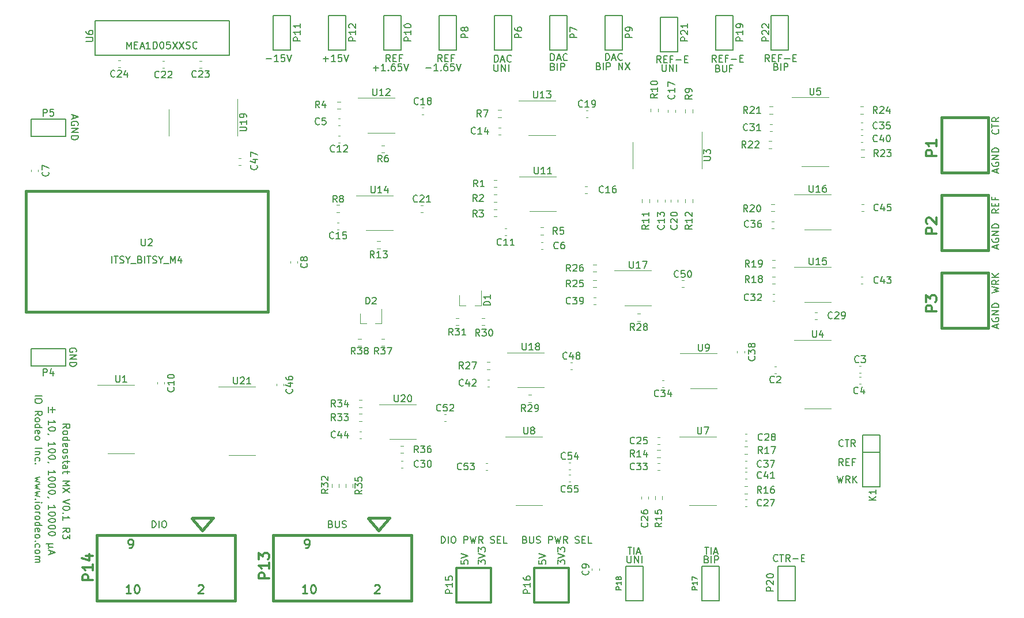
<source format=gto>
%TF.GenerationSoftware,KiCad,Pcbnew,5.1.7-a382d34a8~87~ubuntu18.04.1*%
%TF.CreationDate,2023-02-22T19:39:22-08:00*%
%TF.ProjectId,potentiostat,706f7465-6e74-4696-9f73-7461742e6b69,rev?*%
%TF.SameCoordinates,Original*%
%TF.FileFunction,Legend,Top*%
%TF.FilePolarity,Positive*%
%FSLAX46Y46*%
G04 Gerber Fmt 4.6, Leading zero omitted, Abs format (unit mm)*
G04 Created by KiCad (PCBNEW 5.1.7-a382d34a8~87~ubuntu18.04.1) date 2023-02-22 19:39:22*
%MOMM*%
%LPD*%
G01*
G04 APERTURE LIST*
%ADD10C,0.203200*%
%ADD11C,0.381000*%
%ADD12C,0.152400*%
%ADD13C,0.120000*%
%ADD14C,0.304800*%
%ADD15C,0.200000*%
%ADD16C,0.150000*%
%ADD17C,0.254000*%
G04 APERTURE END LIST*
D10*
X55220952Y-109711047D02*
X55220952Y-110485142D01*
X54833904Y-110098095D02*
X55608000Y-110098095D01*
X54640380Y-110485142D02*
X54640380Y-109711047D01*
X54640380Y-112275238D02*
X54640380Y-111694666D01*
X54640380Y-111984952D02*
X55656380Y-111984952D01*
X55511238Y-111888190D01*
X55414476Y-111791428D01*
X55366095Y-111694666D01*
X55656380Y-112904190D02*
X55656380Y-113000952D01*
X55608000Y-113097714D01*
X55559619Y-113146095D01*
X55462857Y-113194476D01*
X55269333Y-113242857D01*
X55027428Y-113242857D01*
X54833904Y-113194476D01*
X54737142Y-113146095D01*
X54688761Y-113097714D01*
X54640380Y-113000952D01*
X54640380Y-112904190D01*
X54688761Y-112807428D01*
X54737142Y-112759047D01*
X54833904Y-112710666D01*
X55027428Y-112662285D01*
X55269333Y-112662285D01*
X55462857Y-112710666D01*
X55559619Y-112759047D01*
X55608000Y-112807428D01*
X55656380Y-112904190D01*
X54688761Y-113726666D02*
X54640380Y-113726666D01*
X54543619Y-113678285D01*
X54495238Y-113629904D01*
X54640380Y-115468380D02*
X54640380Y-114887809D01*
X54640380Y-115178095D02*
X55656380Y-115178095D01*
X55511238Y-115081333D01*
X55414476Y-114984571D01*
X55366095Y-114887809D01*
X55656380Y-116097333D02*
X55656380Y-116194095D01*
X55608000Y-116290857D01*
X55559619Y-116339238D01*
X55462857Y-116387619D01*
X55269333Y-116436000D01*
X55027428Y-116436000D01*
X54833904Y-116387619D01*
X54737142Y-116339238D01*
X54688761Y-116290857D01*
X54640380Y-116194095D01*
X54640380Y-116097333D01*
X54688761Y-116000571D01*
X54737142Y-115952190D01*
X54833904Y-115903809D01*
X55027428Y-115855428D01*
X55269333Y-115855428D01*
X55462857Y-115903809D01*
X55559619Y-115952190D01*
X55608000Y-116000571D01*
X55656380Y-116097333D01*
X55656380Y-117064952D02*
X55656380Y-117161714D01*
X55608000Y-117258476D01*
X55559619Y-117306857D01*
X55462857Y-117355238D01*
X55269333Y-117403619D01*
X55027428Y-117403619D01*
X54833904Y-117355238D01*
X54737142Y-117306857D01*
X54688761Y-117258476D01*
X54640380Y-117161714D01*
X54640380Y-117064952D01*
X54688761Y-116968190D01*
X54737142Y-116919809D01*
X54833904Y-116871428D01*
X55027428Y-116823047D01*
X55269333Y-116823047D01*
X55462857Y-116871428D01*
X55559619Y-116919809D01*
X55608000Y-116968190D01*
X55656380Y-117064952D01*
X54688761Y-117887428D02*
X54640380Y-117887428D01*
X54543619Y-117839047D01*
X54495238Y-117790666D01*
X54640380Y-119629142D02*
X54640380Y-119048571D01*
X54640380Y-119338857D02*
X55656380Y-119338857D01*
X55511238Y-119242095D01*
X55414476Y-119145333D01*
X55366095Y-119048571D01*
X55656380Y-120258095D02*
X55656380Y-120354857D01*
X55608000Y-120451619D01*
X55559619Y-120500000D01*
X55462857Y-120548380D01*
X55269333Y-120596761D01*
X55027428Y-120596761D01*
X54833904Y-120548380D01*
X54737142Y-120500000D01*
X54688761Y-120451619D01*
X54640380Y-120354857D01*
X54640380Y-120258095D01*
X54688761Y-120161333D01*
X54737142Y-120112952D01*
X54833904Y-120064571D01*
X55027428Y-120016190D01*
X55269333Y-120016190D01*
X55462857Y-120064571D01*
X55559619Y-120112952D01*
X55608000Y-120161333D01*
X55656380Y-120258095D01*
X55656380Y-121225714D02*
X55656380Y-121322476D01*
X55608000Y-121419238D01*
X55559619Y-121467619D01*
X55462857Y-121516000D01*
X55269333Y-121564380D01*
X55027428Y-121564380D01*
X54833904Y-121516000D01*
X54737142Y-121467619D01*
X54688761Y-121419238D01*
X54640380Y-121322476D01*
X54640380Y-121225714D01*
X54688761Y-121128952D01*
X54737142Y-121080571D01*
X54833904Y-121032190D01*
X55027428Y-120983809D01*
X55269333Y-120983809D01*
X55462857Y-121032190D01*
X55559619Y-121080571D01*
X55608000Y-121128952D01*
X55656380Y-121225714D01*
X55656380Y-122193333D02*
X55656380Y-122290095D01*
X55608000Y-122386857D01*
X55559619Y-122435238D01*
X55462857Y-122483619D01*
X55269333Y-122532000D01*
X55027428Y-122532000D01*
X54833904Y-122483619D01*
X54737142Y-122435238D01*
X54688761Y-122386857D01*
X54640380Y-122290095D01*
X54640380Y-122193333D01*
X54688761Y-122096571D01*
X54737142Y-122048190D01*
X54833904Y-121999809D01*
X55027428Y-121951428D01*
X55269333Y-121951428D01*
X55462857Y-121999809D01*
X55559619Y-122048190D01*
X55608000Y-122096571D01*
X55656380Y-122193333D01*
X54688761Y-123015809D02*
X54640380Y-123015809D01*
X54543619Y-122967428D01*
X54495238Y-122919047D01*
X54640380Y-124757523D02*
X54640380Y-124176952D01*
X54640380Y-124467238D02*
X55656380Y-124467238D01*
X55511238Y-124370476D01*
X55414476Y-124273714D01*
X55366095Y-124176952D01*
X55656380Y-125386476D02*
X55656380Y-125483238D01*
X55608000Y-125580000D01*
X55559619Y-125628380D01*
X55462857Y-125676761D01*
X55269333Y-125725142D01*
X55027428Y-125725142D01*
X54833904Y-125676761D01*
X54737142Y-125628380D01*
X54688761Y-125580000D01*
X54640380Y-125483238D01*
X54640380Y-125386476D01*
X54688761Y-125289714D01*
X54737142Y-125241333D01*
X54833904Y-125192952D01*
X55027428Y-125144571D01*
X55269333Y-125144571D01*
X55462857Y-125192952D01*
X55559619Y-125241333D01*
X55608000Y-125289714D01*
X55656380Y-125386476D01*
X55656380Y-126354095D02*
X55656380Y-126450857D01*
X55608000Y-126547619D01*
X55559619Y-126596000D01*
X55462857Y-126644380D01*
X55269333Y-126692761D01*
X55027428Y-126692761D01*
X54833904Y-126644380D01*
X54737142Y-126596000D01*
X54688761Y-126547619D01*
X54640380Y-126450857D01*
X54640380Y-126354095D01*
X54688761Y-126257333D01*
X54737142Y-126208952D01*
X54833904Y-126160571D01*
X55027428Y-126112190D01*
X55269333Y-126112190D01*
X55462857Y-126160571D01*
X55559619Y-126208952D01*
X55608000Y-126257333D01*
X55656380Y-126354095D01*
X55656380Y-127321714D02*
X55656380Y-127418476D01*
X55608000Y-127515238D01*
X55559619Y-127563619D01*
X55462857Y-127612000D01*
X55269333Y-127660380D01*
X55027428Y-127660380D01*
X54833904Y-127612000D01*
X54737142Y-127563619D01*
X54688761Y-127515238D01*
X54640380Y-127418476D01*
X54640380Y-127321714D01*
X54688761Y-127224952D01*
X54737142Y-127176571D01*
X54833904Y-127128190D01*
X55027428Y-127079809D01*
X55269333Y-127079809D01*
X55462857Y-127128190D01*
X55559619Y-127176571D01*
X55608000Y-127224952D01*
X55656380Y-127321714D01*
X55656380Y-128289333D02*
X55656380Y-128386095D01*
X55608000Y-128482857D01*
X55559619Y-128531238D01*
X55462857Y-128579619D01*
X55269333Y-128628000D01*
X55027428Y-128628000D01*
X54833904Y-128579619D01*
X54737142Y-128531238D01*
X54688761Y-128482857D01*
X54640380Y-128386095D01*
X54640380Y-128289333D01*
X54688761Y-128192571D01*
X54737142Y-128144190D01*
X54833904Y-128095809D01*
X55027428Y-128047428D01*
X55269333Y-128047428D01*
X55462857Y-128095809D01*
X55559619Y-128144190D01*
X55608000Y-128192571D01*
X55656380Y-128289333D01*
X55317714Y-129837523D02*
X54301714Y-129837523D01*
X54785523Y-130321333D02*
X54688761Y-130369714D01*
X54640380Y-130466476D01*
X54785523Y-129837523D02*
X54688761Y-129885904D01*
X54640380Y-129982666D01*
X54640380Y-130176190D01*
X54688761Y-130272952D01*
X54785523Y-130321333D01*
X55317714Y-130321333D01*
X54930666Y-130853523D02*
X54930666Y-131337333D01*
X54640380Y-130756761D02*
X55656380Y-131095428D01*
X54640380Y-131434095D01*
X52640380Y-108035428D02*
X53656380Y-108035428D01*
X53656380Y-108712761D02*
X53656380Y-108906285D01*
X53608000Y-109003047D01*
X53511238Y-109099809D01*
X53317714Y-109148190D01*
X52979047Y-109148190D01*
X52785523Y-109099809D01*
X52688761Y-109003047D01*
X52640380Y-108906285D01*
X52640380Y-108712761D01*
X52688761Y-108616000D01*
X52785523Y-108519238D01*
X52979047Y-108470857D01*
X53317714Y-108470857D01*
X53511238Y-108519238D01*
X53608000Y-108616000D01*
X53656380Y-108712761D01*
X52640380Y-110938285D02*
X53124190Y-110599619D01*
X52640380Y-110357714D02*
X53656380Y-110357714D01*
X53656380Y-110744761D01*
X53608000Y-110841523D01*
X53559619Y-110889904D01*
X53462857Y-110938285D01*
X53317714Y-110938285D01*
X53220952Y-110889904D01*
X53172571Y-110841523D01*
X53124190Y-110744761D01*
X53124190Y-110357714D01*
X52640380Y-111518857D02*
X52688761Y-111422095D01*
X52737142Y-111373714D01*
X52833904Y-111325333D01*
X53124190Y-111325333D01*
X53220952Y-111373714D01*
X53269333Y-111422095D01*
X53317714Y-111518857D01*
X53317714Y-111664000D01*
X53269333Y-111760761D01*
X53220952Y-111809142D01*
X53124190Y-111857523D01*
X52833904Y-111857523D01*
X52737142Y-111809142D01*
X52688761Y-111760761D01*
X52640380Y-111664000D01*
X52640380Y-111518857D01*
X52640380Y-112728380D02*
X53656380Y-112728380D01*
X52688761Y-112728380D02*
X52640380Y-112631619D01*
X52640380Y-112438095D01*
X52688761Y-112341333D01*
X52737142Y-112292952D01*
X52833904Y-112244571D01*
X53124190Y-112244571D01*
X53220952Y-112292952D01*
X53269333Y-112341333D01*
X53317714Y-112438095D01*
X53317714Y-112631619D01*
X53269333Y-112728380D01*
X52688761Y-113599238D02*
X52640380Y-113502476D01*
X52640380Y-113308952D01*
X52688761Y-113212190D01*
X52785523Y-113163809D01*
X53172571Y-113163809D01*
X53269333Y-113212190D01*
X53317714Y-113308952D01*
X53317714Y-113502476D01*
X53269333Y-113599238D01*
X53172571Y-113647619D01*
X53075809Y-113647619D01*
X52979047Y-113163809D01*
X52640380Y-114228190D02*
X52688761Y-114131428D01*
X52737142Y-114083047D01*
X52833904Y-114034666D01*
X53124190Y-114034666D01*
X53220952Y-114083047D01*
X53269333Y-114131428D01*
X53317714Y-114228190D01*
X53317714Y-114373333D01*
X53269333Y-114470095D01*
X53220952Y-114518476D01*
X53124190Y-114566857D01*
X52833904Y-114566857D01*
X52737142Y-114518476D01*
X52688761Y-114470095D01*
X52640380Y-114373333D01*
X52640380Y-114228190D01*
X52640380Y-115776380D02*
X53656380Y-115776380D01*
X53317714Y-116260190D02*
X52640380Y-116260190D01*
X53220952Y-116260190D02*
X53269333Y-116308571D01*
X53317714Y-116405333D01*
X53317714Y-116550476D01*
X53269333Y-116647238D01*
X53172571Y-116695619D01*
X52640380Y-116695619D01*
X52688761Y-117614857D02*
X52640380Y-117518095D01*
X52640380Y-117324571D01*
X52688761Y-117227809D01*
X52737142Y-117179428D01*
X52833904Y-117131047D01*
X53124190Y-117131047D01*
X53220952Y-117179428D01*
X53269333Y-117227809D01*
X53317714Y-117324571D01*
X53317714Y-117518095D01*
X53269333Y-117614857D01*
X52737142Y-118050285D02*
X52688761Y-118098666D01*
X52640380Y-118050285D01*
X52688761Y-118001904D01*
X52737142Y-118050285D01*
X52640380Y-118050285D01*
X53317714Y-119985523D02*
X52640380Y-120179047D01*
X53124190Y-120372571D01*
X52640380Y-120566095D01*
X53317714Y-120759619D01*
X53317714Y-121049904D02*
X52640380Y-121243428D01*
X53124190Y-121436952D01*
X52640380Y-121630476D01*
X53317714Y-121824000D01*
X53317714Y-122114285D02*
X52640380Y-122307809D01*
X53124190Y-122501333D01*
X52640380Y-122694857D01*
X53317714Y-122888380D01*
X52737142Y-123275428D02*
X52688761Y-123323809D01*
X52640380Y-123275428D01*
X52688761Y-123227047D01*
X52737142Y-123275428D01*
X52640380Y-123275428D01*
X52640380Y-123759238D02*
X53317714Y-123759238D01*
X53656380Y-123759238D02*
X53608000Y-123710857D01*
X53559619Y-123759238D01*
X53608000Y-123807619D01*
X53656380Y-123759238D01*
X53559619Y-123759238D01*
X52640380Y-124388190D02*
X52688761Y-124291428D01*
X52737142Y-124243047D01*
X52833904Y-124194666D01*
X53124190Y-124194666D01*
X53220952Y-124243047D01*
X53269333Y-124291428D01*
X53317714Y-124388190D01*
X53317714Y-124533333D01*
X53269333Y-124630095D01*
X53220952Y-124678476D01*
X53124190Y-124726857D01*
X52833904Y-124726857D01*
X52737142Y-124678476D01*
X52688761Y-124630095D01*
X52640380Y-124533333D01*
X52640380Y-124388190D01*
X52640380Y-125162285D02*
X53317714Y-125162285D01*
X53124190Y-125162285D02*
X53220952Y-125210666D01*
X53269333Y-125259047D01*
X53317714Y-125355809D01*
X53317714Y-125452571D01*
X52640380Y-125936380D02*
X52688761Y-125839619D01*
X52737142Y-125791238D01*
X52833904Y-125742857D01*
X53124190Y-125742857D01*
X53220952Y-125791238D01*
X53269333Y-125839619D01*
X53317714Y-125936380D01*
X53317714Y-126081523D01*
X53269333Y-126178285D01*
X53220952Y-126226666D01*
X53124190Y-126275047D01*
X52833904Y-126275047D01*
X52737142Y-126226666D01*
X52688761Y-126178285D01*
X52640380Y-126081523D01*
X52640380Y-125936380D01*
X52640380Y-127145904D02*
X53656380Y-127145904D01*
X52688761Y-127145904D02*
X52640380Y-127049142D01*
X52640380Y-126855619D01*
X52688761Y-126758857D01*
X52737142Y-126710476D01*
X52833904Y-126662095D01*
X53124190Y-126662095D01*
X53220952Y-126710476D01*
X53269333Y-126758857D01*
X53317714Y-126855619D01*
X53317714Y-127049142D01*
X53269333Y-127145904D01*
X52688761Y-128016761D02*
X52640380Y-127920000D01*
X52640380Y-127726476D01*
X52688761Y-127629714D01*
X52785523Y-127581333D01*
X53172571Y-127581333D01*
X53269333Y-127629714D01*
X53317714Y-127726476D01*
X53317714Y-127920000D01*
X53269333Y-128016761D01*
X53172571Y-128065142D01*
X53075809Y-128065142D01*
X52979047Y-127581333D01*
X52640380Y-128645714D02*
X52688761Y-128548952D01*
X52737142Y-128500571D01*
X52833904Y-128452190D01*
X53124190Y-128452190D01*
X53220952Y-128500571D01*
X53269333Y-128548952D01*
X53317714Y-128645714D01*
X53317714Y-128790857D01*
X53269333Y-128887619D01*
X53220952Y-128936000D01*
X53124190Y-128984380D01*
X52833904Y-128984380D01*
X52737142Y-128936000D01*
X52688761Y-128887619D01*
X52640380Y-128790857D01*
X52640380Y-128645714D01*
X52737142Y-129419809D02*
X52688761Y-129468190D01*
X52640380Y-129419809D01*
X52688761Y-129371428D01*
X52737142Y-129419809D01*
X52640380Y-129419809D01*
X52688761Y-130339047D02*
X52640380Y-130242285D01*
X52640380Y-130048761D01*
X52688761Y-129952000D01*
X52737142Y-129903619D01*
X52833904Y-129855238D01*
X53124190Y-129855238D01*
X53220952Y-129903619D01*
X53269333Y-129952000D01*
X53317714Y-130048761D01*
X53317714Y-130242285D01*
X53269333Y-130339047D01*
X52640380Y-130919619D02*
X52688761Y-130822857D01*
X52737142Y-130774476D01*
X52833904Y-130726095D01*
X53124190Y-130726095D01*
X53220952Y-130774476D01*
X53269333Y-130822857D01*
X53317714Y-130919619D01*
X53317714Y-131064761D01*
X53269333Y-131161523D01*
X53220952Y-131209904D01*
X53124190Y-131258285D01*
X52833904Y-131258285D01*
X52737142Y-131209904D01*
X52688761Y-131161523D01*
X52640380Y-131064761D01*
X52640380Y-130919619D01*
X52640380Y-131693714D02*
X53317714Y-131693714D01*
X53220952Y-131693714D02*
X53269333Y-131742095D01*
X53317714Y-131838857D01*
X53317714Y-131984000D01*
X53269333Y-132080761D01*
X53172571Y-132129142D01*
X52640380Y-132129142D01*
X53172571Y-132129142D02*
X53269333Y-132177523D01*
X53317714Y-132274285D01*
X53317714Y-132419428D01*
X53269333Y-132516190D01*
X53172571Y-132564571D01*
X52640380Y-132564571D01*
X139651619Y-131625219D02*
X139651619Y-132447695D01*
X139700000Y-132544457D01*
X139748380Y-132592838D01*
X139845142Y-132641219D01*
X140038666Y-132641219D01*
X140135428Y-132592838D01*
X140183809Y-132544457D01*
X140232190Y-132447695D01*
X140232190Y-131625219D01*
X140716000Y-132641219D02*
X140716000Y-131625219D01*
X141296571Y-132641219D01*
X141296571Y-131625219D01*
X141780380Y-132641219D02*
X141780380Y-131625219D01*
X151316266Y-132109028D02*
X151461409Y-132157409D01*
X151509790Y-132205790D01*
X151558171Y-132302552D01*
X151558171Y-132447695D01*
X151509790Y-132544457D01*
X151461409Y-132592838D01*
X151364647Y-132641219D01*
X150977600Y-132641219D01*
X150977600Y-131625219D01*
X151316266Y-131625219D01*
X151413028Y-131673600D01*
X151461409Y-131721980D01*
X151509790Y-131818742D01*
X151509790Y-131915504D01*
X151461409Y-132012266D01*
X151413028Y-132060647D01*
X151316266Y-132109028D01*
X150977600Y-132109028D01*
X151993600Y-132641219D02*
X151993600Y-131625219D01*
X152477409Y-132641219D02*
X152477409Y-131625219D01*
X152864457Y-131625219D01*
X152961219Y-131673600D01*
X153009600Y-131721980D01*
X153057980Y-131818742D01*
X153057980Y-131963885D01*
X153009600Y-132060647D01*
X152961219Y-132109028D01*
X152864457Y-132157409D01*
X152477409Y-132157409D01*
X161527066Y-59617428D02*
X161672209Y-59665809D01*
X161720590Y-59714190D01*
X161768971Y-59810952D01*
X161768971Y-59956095D01*
X161720590Y-60052857D01*
X161672209Y-60101238D01*
X161575447Y-60149619D01*
X161188400Y-60149619D01*
X161188400Y-59133619D01*
X161527066Y-59133619D01*
X161623828Y-59182000D01*
X161672209Y-59230380D01*
X161720590Y-59327142D01*
X161720590Y-59423904D01*
X161672209Y-59520666D01*
X161623828Y-59569047D01*
X161527066Y-59617428D01*
X161188400Y-59617428D01*
X162204400Y-60149619D02*
X162204400Y-59133619D01*
X162688209Y-60149619D02*
X162688209Y-59133619D01*
X163075257Y-59133619D01*
X163172019Y-59182000D01*
X163220400Y-59230380D01*
X163268780Y-59327142D01*
X163268780Y-59472285D01*
X163220400Y-59569047D01*
X163172019Y-59617428D01*
X163075257Y-59665809D01*
X162688209Y-59665809D01*
X152978152Y-59871428D02*
X153123295Y-59919809D01*
X153171676Y-59968190D01*
X153220057Y-60064952D01*
X153220057Y-60210095D01*
X153171676Y-60306857D01*
X153123295Y-60355238D01*
X153026533Y-60403619D01*
X152639485Y-60403619D01*
X152639485Y-59387619D01*
X152978152Y-59387619D01*
X153074914Y-59436000D01*
X153123295Y-59484380D01*
X153171676Y-59581142D01*
X153171676Y-59677904D01*
X153123295Y-59774666D01*
X153074914Y-59823047D01*
X152978152Y-59871428D01*
X152639485Y-59871428D01*
X153655485Y-59387619D02*
X153655485Y-60210095D01*
X153703866Y-60306857D01*
X153752247Y-60355238D01*
X153849009Y-60403619D01*
X154042533Y-60403619D01*
X154139295Y-60355238D01*
X154187676Y-60306857D01*
X154236057Y-60210095D01*
X154236057Y-59387619D01*
X155058533Y-59871428D02*
X154719866Y-59871428D01*
X154719866Y-60403619D02*
X154719866Y-59387619D01*
X155203676Y-59387619D01*
X144782419Y-59336819D02*
X144782419Y-60159295D01*
X144830800Y-60256057D01*
X144879180Y-60304438D01*
X144975942Y-60352819D01*
X145169466Y-60352819D01*
X145266228Y-60304438D01*
X145314609Y-60256057D01*
X145362990Y-60159295D01*
X145362990Y-59336819D01*
X145846800Y-60352819D02*
X145846800Y-59336819D01*
X146427371Y-60352819D01*
X146427371Y-59336819D01*
X146911180Y-60352819D02*
X146911180Y-59336819D01*
X135435219Y-59566628D02*
X135580361Y-59615009D01*
X135628742Y-59663390D01*
X135677123Y-59760152D01*
X135677123Y-59905295D01*
X135628742Y-60002057D01*
X135580361Y-60050438D01*
X135483600Y-60098819D01*
X135096552Y-60098819D01*
X135096552Y-59082819D01*
X135435219Y-59082819D01*
X135531980Y-59131200D01*
X135580361Y-59179580D01*
X135628742Y-59276342D01*
X135628742Y-59373104D01*
X135580361Y-59469866D01*
X135531980Y-59518247D01*
X135435219Y-59566628D01*
X135096552Y-59566628D01*
X136112552Y-60098819D02*
X136112552Y-59082819D01*
X136596361Y-60098819D02*
X136596361Y-59082819D01*
X136983409Y-59082819D01*
X137080171Y-59131200D01*
X137128552Y-59179580D01*
X137176933Y-59276342D01*
X137176933Y-59421485D01*
X137128552Y-59518247D01*
X137080171Y-59566628D01*
X136983409Y-59615009D01*
X136596361Y-59615009D01*
X138386457Y-60098819D02*
X138386457Y-59082819D01*
X138967028Y-60098819D01*
X138967028Y-59082819D01*
X139354076Y-59082819D02*
X140031409Y-60098819D01*
X140031409Y-59082819D02*
X139354076Y-60098819D01*
X110056990Y-59813371D02*
X110831085Y-59813371D01*
X111847085Y-60200419D02*
X111266514Y-60200419D01*
X111556800Y-60200419D02*
X111556800Y-59184419D01*
X111460038Y-59329561D01*
X111363276Y-59426323D01*
X111266514Y-59474704D01*
X112282514Y-60103657D02*
X112330895Y-60152038D01*
X112282514Y-60200419D01*
X112234133Y-60152038D01*
X112282514Y-60103657D01*
X112282514Y-60200419D01*
X113201752Y-59184419D02*
X113008228Y-59184419D01*
X112911466Y-59232800D01*
X112863085Y-59281180D01*
X112766323Y-59426323D01*
X112717942Y-59619847D01*
X112717942Y-60006895D01*
X112766323Y-60103657D01*
X112814704Y-60152038D01*
X112911466Y-60200419D01*
X113104990Y-60200419D01*
X113201752Y-60152038D01*
X113250133Y-60103657D01*
X113298514Y-60006895D01*
X113298514Y-59764990D01*
X113250133Y-59668228D01*
X113201752Y-59619847D01*
X113104990Y-59571466D01*
X112911466Y-59571466D01*
X112814704Y-59619847D01*
X112766323Y-59668228D01*
X112717942Y-59764990D01*
X114217752Y-59184419D02*
X113733942Y-59184419D01*
X113685561Y-59668228D01*
X113733942Y-59619847D01*
X113830704Y-59571466D01*
X114072609Y-59571466D01*
X114169371Y-59619847D01*
X114217752Y-59668228D01*
X114266133Y-59764990D01*
X114266133Y-60006895D01*
X114217752Y-60103657D01*
X114169371Y-60152038D01*
X114072609Y-60200419D01*
X113830704Y-60200419D01*
X113733942Y-60152038D01*
X113685561Y-60103657D01*
X114556419Y-59184419D02*
X114895085Y-60200419D01*
X115233752Y-59184419D01*
X102335390Y-59813371D02*
X103109485Y-59813371D01*
X102722438Y-60200419D02*
X102722438Y-59426323D01*
X104125485Y-60200419D02*
X103544914Y-60200419D01*
X103835200Y-60200419D02*
X103835200Y-59184419D01*
X103738438Y-59329561D01*
X103641676Y-59426323D01*
X103544914Y-59474704D01*
X104560914Y-60103657D02*
X104609295Y-60152038D01*
X104560914Y-60200419D01*
X104512533Y-60152038D01*
X104560914Y-60103657D01*
X104560914Y-60200419D01*
X105480152Y-59184419D02*
X105286628Y-59184419D01*
X105189866Y-59232800D01*
X105141485Y-59281180D01*
X105044723Y-59426323D01*
X104996342Y-59619847D01*
X104996342Y-60006895D01*
X105044723Y-60103657D01*
X105093104Y-60152038D01*
X105189866Y-60200419D01*
X105383390Y-60200419D01*
X105480152Y-60152038D01*
X105528533Y-60103657D01*
X105576914Y-60006895D01*
X105576914Y-59764990D01*
X105528533Y-59668228D01*
X105480152Y-59619847D01*
X105383390Y-59571466D01*
X105189866Y-59571466D01*
X105093104Y-59619847D01*
X105044723Y-59668228D01*
X104996342Y-59764990D01*
X106496152Y-59184419D02*
X106012342Y-59184419D01*
X105963961Y-59668228D01*
X106012342Y-59619847D01*
X106109104Y-59571466D01*
X106351009Y-59571466D01*
X106447771Y-59619847D01*
X106496152Y-59668228D01*
X106544533Y-59764990D01*
X106544533Y-60006895D01*
X106496152Y-60103657D01*
X106447771Y-60152038D01*
X106351009Y-60200419D01*
X106109104Y-60200419D01*
X106012342Y-60152038D01*
X105963961Y-60103657D01*
X106834819Y-59184419D02*
X107173485Y-60200419D01*
X107512152Y-59184419D01*
X128710266Y-59617428D02*
X128855409Y-59665809D01*
X128903790Y-59714190D01*
X128952171Y-59810952D01*
X128952171Y-59956095D01*
X128903790Y-60052857D01*
X128855409Y-60101238D01*
X128758647Y-60149619D01*
X128371600Y-60149619D01*
X128371600Y-59133619D01*
X128710266Y-59133619D01*
X128807028Y-59182000D01*
X128855409Y-59230380D01*
X128903790Y-59327142D01*
X128903790Y-59423904D01*
X128855409Y-59520666D01*
X128807028Y-59569047D01*
X128710266Y-59617428D01*
X128371600Y-59617428D01*
X129387600Y-60149619D02*
X129387600Y-59133619D01*
X129871409Y-60149619D02*
X129871409Y-59133619D01*
X130258457Y-59133619D01*
X130355219Y-59182000D01*
X130403600Y-59230380D01*
X130451980Y-59327142D01*
X130451980Y-59472285D01*
X130403600Y-59569047D01*
X130355219Y-59617428D01*
X130258457Y-59665809D01*
X129871409Y-59665809D01*
X120093619Y-59286019D02*
X120093619Y-60108495D01*
X120142000Y-60205257D01*
X120190380Y-60253638D01*
X120287142Y-60302019D01*
X120480666Y-60302019D01*
X120577428Y-60253638D01*
X120625809Y-60205257D01*
X120674190Y-60108495D01*
X120674190Y-59286019D01*
X121158000Y-60302019D02*
X121158000Y-59286019D01*
X121738571Y-60302019D01*
X121738571Y-59286019D01*
X122222380Y-60302019D02*
X122222380Y-59286019D01*
X160535257Y-58879619D02*
X160196590Y-58395809D01*
X159954685Y-58879619D02*
X159954685Y-57863619D01*
X160341733Y-57863619D01*
X160438495Y-57912000D01*
X160486876Y-57960380D01*
X160535257Y-58057142D01*
X160535257Y-58202285D01*
X160486876Y-58299047D01*
X160438495Y-58347428D01*
X160341733Y-58395809D01*
X159954685Y-58395809D01*
X160970685Y-58347428D02*
X161309352Y-58347428D01*
X161454495Y-58879619D02*
X160970685Y-58879619D01*
X160970685Y-57863619D01*
X161454495Y-57863619D01*
X162228590Y-58347428D02*
X161889923Y-58347428D01*
X161889923Y-58879619D02*
X161889923Y-57863619D01*
X162373733Y-57863619D01*
X162760780Y-58492571D02*
X163534876Y-58492571D01*
X164018685Y-58347428D02*
X164357352Y-58347428D01*
X164502495Y-58879619D02*
X164018685Y-58879619D01*
X164018685Y-57863619D01*
X164502495Y-57863619D01*
X171377428Y-115424857D02*
X171329047Y-115473238D01*
X171183904Y-115521619D01*
X171087142Y-115521619D01*
X170942000Y-115473238D01*
X170845238Y-115376476D01*
X170796857Y-115279714D01*
X170748476Y-115086190D01*
X170748476Y-114941047D01*
X170796857Y-114747523D01*
X170845238Y-114650761D01*
X170942000Y-114554000D01*
X171087142Y-114505619D01*
X171183904Y-114505619D01*
X171329047Y-114554000D01*
X171377428Y-114602380D01*
X171667714Y-114505619D02*
X172248285Y-114505619D01*
X171958000Y-115521619D02*
X171958000Y-114505619D01*
X173167523Y-115521619D02*
X172828857Y-115037809D01*
X172586952Y-115521619D02*
X172586952Y-114505619D01*
X172974000Y-114505619D01*
X173070761Y-114554000D01*
X173119142Y-114602380D01*
X173167523Y-114699142D01*
X173167523Y-114844285D01*
X173119142Y-114941047D01*
X173070761Y-114989428D01*
X172974000Y-115037809D01*
X172586952Y-115037809D01*
X171377428Y-118315619D02*
X171038761Y-117831809D01*
X170796857Y-118315619D02*
X170796857Y-117299619D01*
X171183904Y-117299619D01*
X171280666Y-117348000D01*
X171329047Y-117396380D01*
X171377428Y-117493142D01*
X171377428Y-117638285D01*
X171329047Y-117735047D01*
X171280666Y-117783428D01*
X171183904Y-117831809D01*
X170796857Y-117831809D01*
X171812857Y-117783428D02*
X172151523Y-117783428D01*
X172296666Y-118315619D02*
X171812857Y-118315619D01*
X171812857Y-117299619D01*
X172296666Y-117299619D01*
X173070761Y-117783428D02*
X172732095Y-117783428D01*
X172732095Y-118315619D02*
X172732095Y-117299619D01*
X173215904Y-117299619D01*
X170506571Y-119839619D02*
X170748476Y-120855619D01*
X170942000Y-120129904D01*
X171135523Y-120855619D01*
X171377428Y-119839619D01*
X172345047Y-120855619D02*
X172006380Y-120371809D01*
X171764476Y-120855619D02*
X171764476Y-119839619D01*
X172151523Y-119839619D01*
X172248285Y-119888000D01*
X172296666Y-119936380D01*
X172345047Y-120033142D01*
X172345047Y-120178285D01*
X172296666Y-120275047D01*
X172248285Y-120323428D01*
X172151523Y-120371809D01*
X171764476Y-120371809D01*
X172780476Y-120855619D02*
X172780476Y-119839619D01*
X173361047Y-120855619D02*
X172925619Y-120275047D01*
X173361047Y-119839619D02*
X172780476Y-120420190D01*
X194164857Y-68906571D02*
X194213238Y-68954952D01*
X194261619Y-69100095D01*
X194261619Y-69196857D01*
X194213238Y-69342000D01*
X194116476Y-69438761D01*
X194019714Y-69487142D01*
X193826190Y-69535523D01*
X193681047Y-69535523D01*
X193487523Y-69487142D01*
X193390761Y-69438761D01*
X193294000Y-69342000D01*
X193245619Y-69196857D01*
X193245619Y-69100095D01*
X193294000Y-68954952D01*
X193342380Y-68906571D01*
X193245619Y-68616285D02*
X193245619Y-68035714D01*
X194261619Y-68326000D02*
X193245619Y-68326000D01*
X194261619Y-67116476D02*
X193777809Y-67455142D01*
X194261619Y-67697047D02*
X193245619Y-67697047D01*
X193245619Y-67310000D01*
X193294000Y-67213238D01*
X193342380Y-67164857D01*
X193439142Y-67116476D01*
X193584285Y-67116476D01*
X193681047Y-67164857D01*
X193729428Y-67213238D01*
X193777809Y-67310000D01*
X193777809Y-67697047D01*
X194261619Y-80590571D02*
X193777809Y-80929238D01*
X194261619Y-81171142D02*
X193245619Y-81171142D01*
X193245619Y-80784095D01*
X193294000Y-80687333D01*
X193342380Y-80638952D01*
X193439142Y-80590571D01*
X193584285Y-80590571D01*
X193681047Y-80638952D01*
X193729428Y-80687333D01*
X193777809Y-80784095D01*
X193777809Y-81171142D01*
X193729428Y-80155142D02*
X193729428Y-79816476D01*
X194261619Y-79671333D02*
X194261619Y-80155142D01*
X193245619Y-80155142D01*
X193245619Y-79671333D01*
X193729428Y-78897238D02*
X193729428Y-79235904D01*
X194261619Y-79235904D02*
X193245619Y-79235904D01*
X193245619Y-78752095D01*
X193245619Y-92891428D02*
X194261619Y-92649523D01*
X193535904Y-92456000D01*
X194261619Y-92262476D01*
X193245619Y-92020571D01*
X194261619Y-91052952D02*
X193777809Y-91391619D01*
X194261619Y-91633523D02*
X193245619Y-91633523D01*
X193245619Y-91246476D01*
X193294000Y-91149714D01*
X193342380Y-91101333D01*
X193439142Y-91052952D01*
X193584285Y-91052952D01*
X193681047Y-91101333D01*
X193729428Y-91149714D01*
X193777809Y-91246476D01*
X193777809Y-91633523D01*
X194261619Y-90617523D02*
X193245619Y-90617523D01*
X194261619Y-90036952D02*
X193681047Y-90472380D01*
X193245619Y-90036952D02*
X193826190Y-90617523D01*
X193971333Y-75196095D02*
X193971333Y-74712285D01*
X194261619Y-75292857D02*
X193245619Y-74954190D01*
X194261619Y-74615523D01*
X193294000Y-73744666D02*
X193245619Y-73841428D01*
X193245619Y-73986571D01*
X193294000Y-74131714D01*
X193390761Y-74228476D01*
X193487523Y-74276857D01*
X193681047Y-74325238D01*
X193826190Y-74325238D01*
X194019714Y-74276857D01*
X194116476Y-74228476D01*
X194213238Y-74131714D01*
X194261619Y-73986571D01*
X194261619Y-73889809D01*
X194213238Y-73744666D01*
X194164857Y-73696285D01*
X193826190Y-73696285D01*
X193826190Y-73889809D01*
X194261619Y-73260857D02*
X193245619Y-73260857D01*
X194261619Y-72680285D01*
X193245619Y-72680285D01*
X194261619Y-72196476D02*
X193245619Y-72196476D01*
X193245619Y-71954571D01*
X193294000Y-71809428D01*
X193390761Y-71712666D01*
X193487523Y-71664285D01*
X193681047Y-71615904D01*
X193826190Y-71615904D01*
X194019714Y-71664285D01*
X194116476Y-71712666D01*
X194213238Y-71809428D01*
X194261619Y-71954571D01*
X194261619Y-72196476D01*
X193971333Y-86372095D02*
X193971333Y-85888285D01*
X194261619Y-86468857D02*
X193245619Y-86130190D01*
X194261619Y-85791523D01*
X193294000Y-84920666D02*
X193245619Y-85017428D01*
X193245619Y-85162571D01*
X193294000Y-85307714D01*
X193390761Y-85404476D01*
X193487523Y-85452857D01*
X193681047Y-85501238D01*
X193826190Y-85501238D01*
X194019714Y-85452857D01*
X194116476Y-85404476D01*
X194213238Y-85307714D01*
X194261619Y-85162571D01*
X194261619Y-85065809D01*
X194213238Y-84920666D01*
X194164857Y-84872285D01*
X193826190Y-84872285D01*
X193826190Y-85065809D01*
X194261619Y-84436857D02*
X193245619Y-84436857D01*
X194261619Y-83856285D01*
X193245619Y-83856285D01*
X194261619Y-83372476D02*
X193245619Y-83372476D01*
X193245619Y-83130571D01*
X193294000Y-82985428D01*
X193390761Y-82888666D01*
X193487523Y-82840285D01*
X193681047Y-82791904D01*
X193826190Y-82791904D01*
X194019714Y-82840285D01*
X194116476Y-82888666D01*
X194213238Y-82985428D01*
X194261619Y-83130571D01*
X194261619Y-83372476D01*
X193971333Y-98056095D02*
X193971333Y-97572285D01*
X194261619Y-98152857D02*
X193245619Y-97814190D01*
X194261619Y-97475523D01*
X193294000Y-96604666D02*
X193245619Y-96701428D01*
X193245619Y-96846571D01*
X193294000Y-96991714D01*
X193390761Y-97088476D01*
X193487523Y-97136857D01*
X193681047Y-97185238D01*
X193826190Y-97185238D01*
X194019714Y-97136857D01*
X194116476Y-97088476D01*
X194213238Y-96991714D01*
X194261619Y-96846571D01*
X194261619Y-96749809D01*
X194213238Y-96604666D01*
X194164857Y-96556285D01*
X193826190Y-96556285D01*
X193826190Y-96749809D01*
X194261619Y-96120857D02*
X193245619Y-96120857D01*
X194261619Y-95540285D01*
X193245619Y-95540285D01*
X194261619Y-95056476D02*
X193245619Y-95056476D01*
X193245619Y-94814571D01*
X193294000Y-94669428D01*
X193390761Y-94572666D01*
X193487523Y-94524285D01*
X193681047Y-94475904D01*
X193826190Y-94475904D01*
X194019714Y-94524285D01*
X194116476Y-94572666D01*
X194213238Y-94669428D01*
X194261619Y-94814571D01*
X194261619Y-95056476D01*
X58250666Y-66789904D02*
X58250666Y-67273714D01*
X57960380Y-66693142D02*
X58976380Y-67031809D01*
X57960380Y-67370476D01*
X58928000Y-68241333D02*
X58976380Y-68144571D01*
X58976380Y-67999428D01*
X58928000Y-67854285D01*
X58831238Y-67757523D01*
X58734476Y-67709142D01*
X58540952Y-67660761D01*
X58395809Y-67660761D01*
X58202285Y-67709142D01*
X58105523Y-67757523D01*
X58008761Y-67854285D01*
X57960380Y-67999428D01*
X57960380Y-68096190D01*
X58008761Y-68241333D01*
X58057142Y-68289714D01*
X58395809Y-68289714D01*
X58395809Y-68096190D01*
X57960380Y-68725142D02*
X58976380Y-68725142D01*
X57960380Y-69305714D01*
X58976380Y-69305714D01*
X57960380Y-69789523D02*
X58976380Y-69789523D01*
X58976380Y-70031428D01*
X58928000Y-70176571D01*
X58831238Y-70273333D01*
X58734476Y-70321714D01*
X58540952Y-70370095D01*
X58395809Y-70370095D01*
X58202285Y-70321714D01*
X58105523Y-70273333D01*
X58008761Y-70176571D01*
X57960380Y-70031428D01*
X57960380Y-69789523D01*
X58674000Y-101587904D02*
X58722380Y-101491142D01*
X58722380Y-101346000D01*
X58674000Y-101200857D01*
X58577238Y-101104095D01*
X58480476Y-101055714D01*
X58286952Y-101007333D01*
X58141809Y-101007333D01*
X57948285Y-101055714D01*
X57851523Y-101104095D01*
X57754761Y-101200857D01*
X57706380Y-101346000D01*
X57706380Y-101442761D01*
X57754761Y-101587904D01*
X57803142Y-101636285D01*
X58141809Y-101636285D01*
X58141809Y-101442761D01*
X57706380Y-102071714D02*
X58722380Y-102071714D01*
X57706380Y-102652285D01*
X58722380Y-102652285D01*
X57706380Y-103136095D02*
X58722380Y-103136095D01*
X58722380Y-103378000D01*
X58674000Y-103523142D01*
X58577238Y-103619904D01*
X58480476Y-103668285D01*
X58286952Y-103716666D01*
X58141809Y-103716666D01*
X57948285Y-103668285D01*
X57851523Y-103619904D01*
X57754761Y-103523142D01*
X57706380Y-103378000D01*
X57706380Y-103136095D01*
X129491619Y-132829904D02*
X129491619Y-132200952D01*
X129878666Y-132539619D01*
X129878666Y-132394476D01*
X129927047Y-132297714D01*
X129975428Y-132249333D01*
X130072190Y-132200952D01*
X130314095Y-132200952D01*
X130410857Y-132249333D01*
X130459238Y-132297714D01*
X130507619Y-132394476D01*
X130507619Y-132684761D01*
X130459238Y-132781523D01*
X130410857Y-132829904D01*
X129491619Y-131910666D02*
X130507619Y-131572000D01*
X129491619Y-131233333D01*
X129491619Y-130991428D02*
X129491619Y-130362476D01*
X129878666Y-130701142D01*
X129878666Y-130556000D01*
X129927047Y-130459238D01*
X129975428Y-130410857D01*
X130072190Y-130362476D01*
X130314095Y-130362476D01*
X130410857Y-130410857D01*
X130459238Y-130459238D01*
X130507619Y-130556000D01*
X130507619Y-130846285D01*
X130459238Y-130943047D01*
X130410857Y-130991428D01*
X126697619Y-132273523D02*
X126697619Y-132757333D01*
X127181428Y-132805714D01*
X127133047Y-132757333D01*
X127084666Y-132660571D01*
X127084666Y-132418666D01*
X127133047Y-132321904D01*
X127181428Y-132273523D01*
X127278190Y-132225142D01*
X127520095Y-132225142D01*
X127616857Y-132273523D01*
X127665238Y-132321904D01*
X127713619Y-132418666D01*
X127713619Y-132660571D01*
X127665238Y-132757333D01*
X127616857Y-132805714D01*
X126697619Y-131934857D02*
X127713619Y-131596190D01*
X126697619Y-131257523D01*
X124617238Y-129213428D02*
X124762380Y-129261809D01*
X124810761Y-129310190D01*
X124859142Y-129406952D01*
X124859142Y-129552095D01*
X124810761Y-129648857D01*
X124762380Y-129697238D01*
X124665619Y-129745619D01*
X124278571Y-129745619D01*
X124278571Y-128729619D01*
X124617238Y-128729619D01*
X124714000Y-128778000D01*
X124762380Y-128826380D01*
X124810761Y-128923142D01*
X124810761Y-129019904D01*
X124762380Y-129116666D01*
X124714000Y-129165047D01*
X124617238Y-129213428D01*
X124278571Y-129213428D01*
X125294571Y-128729619D02*
X125294571Y-129552095D01*
X125342952Y-129648857D01*
X125391333Y-129697238D01*
X125488095Y-129745619D01*
X125681619Y-129745619D01*
X125778380Y-129697238D01*
X125826761Y-129648857D01*
X125875142Y-129552095D01*
X125875142Y-128729619D01*
X126310571Y-129697238D02*
X126455714Y-129745619D01*
X126697619Y-129745619D01*
X126794380Y-129697238D01*
X126842761Y-129648857D01*
X126891142Y-129552095D01*
X126891142Y-129455333D01*
X126842761Y-129358571D01*
X126794380Y-129310190D01*
X126697619Y-129261809D01*
X126504095Y-129213428D01*
X126407333Y-129165047D01*
X126358952Y-129116666D01*
X126310571Y-129019904D01*
X126310571Y-128923142D01*
X126358952Y-128826380D01*
X126407333Y-128778000D01*
X126504095Y-128729619D01*
X126746000Y-128729619D01*
X126891142Y-128778000D01*
X128100666Y-129745619D02*
X128100666Y-128729619D01*
X128487714Y-128729619D01*
X128584476Y-128778000D01*
X128632857Y-128826380D01*
X128681238Y-128923142D01*
X128681238Y-129068285D01*
X128632857Y-129165047D01*
X128584476Y-129213428D01*
X128487714Y-129261809D01*
X128100666Y-129261809D01*
X129019904Y-128729619D02*
X129261809Y-129745619D01*
X129455333Y-129019904D01*
X129648857Y-129745619D01*
X129890761Y-128729619D01*
X130858380Y-129745619D02*
X130519714Y-129261809D01*
X130277809Y-129745619D02*
X130277809Y-128729619D01*
X130664857Y-128729619D01*
X130761619Y-128778000D01*
X130810000Y-128826380D01*
X130858380Y-128923142D01*
X130858380Y-129068285D01*
X130810000Y-129165047D01*
X130761619Y-129213428D01*
X130664857Y-129261809D01*
X130277809Y-129261809D01*
X132019523Y-129697238D02*
X132164666Y-129745619D01*
X132406571Y-129745619D01*
X132503333Y-129697238D01*
X132551714Y-129648857D01*
X132600095Y-129552095D01*
X132600095Y-129455333D01*
X132551714Y-129358571D01*
X132503333Y-129310190D01*
X132406571Y-129261809D01*
X132213047Y-129213428D01*
X132116285Y-129165047D01*
X132067904Y-129116666D01*
X132019523Y-129019904D01*
X132019523Y-128923142D01*
X132067904Y-128826380D01*
X132116285Y-128778000D01*
X132213047Y-128729619D01*
X132454952Y-128729619D01*
X132600095Y-128778000D01*
X133035523Y-129213428D02*
X133374190Y-129213428D01*
X133519333Y-129745619D02*
X133035523Y-129745619D01*
X133035523Y-128729619D01*
X133519333Y-128729619D01*
X134438571Y-129745619D02*
X133954761Y-129745619D01*
X133954761Y-128729619D01*
X112328476Y-129745619D02*
X112328476Y-128729619D01*
X112570380Y-128729619D01*
X112715523Y-128778000D01*
X112812285Y-128874761D01*
X112860666Y-128971523D01*
X112909047Y-129165047D01*
X112909047Y-129310190D01*
X112860666Y-129503714D01*
X112812285Y-129600476D01*
X112715523Y-129697238D01*
X112570380Y-129745619D01*
X112328476Y-129745619D01*
X113344476Y-129745619D02*
X113344476Y-128729619D01*
X114021809Y-128729619D02*
X114215333Y-128729619D01*
X114312095Y-128778000D01*
X114408857Y-128874761D01*
X114457238Y-129068285D01*
X114457238Y-129406952D01*
X114408857Y-129600476D01*
X114312095Y-129697238D01*
X114215333Y-129745619D01*
X114021809Y-129745619D01*
X113925047Y-129697238D01*
X113828285Y-129600476D01*
X113779904Y-129406952D01*
X113779904Y-129068285D01*
X113828285Y-128874761D01*
X113925047Y-128778000D01*
X114021809Y-128729619D01*
X115666761Y-129745619D02*
X115666761Y-128729619D01*
X116053809Y-128729619D01*
X116150571Y-128778000D01*
X116198952Y-128826380D01*
X116247333Y-128923142D01*
X116247333Y-129068285D01*
X116198952Y-129165047D01*
X116150571Y-129213428D01*
X116053809Y-129261809D01*
X115666761Y-129261809D01*
X116586000Y-128729619D02*
X116827904Y-129745619D01*
X117021428Y-129019904D01*
X117214952Y-129745619D01*
X117456857Y-128729619D01*
X118424476Y-129745619D02*
X118085809Y-129261809D01*
X117843904Y-129745619D02*
X117843904Y-128729619D01*
X118230952Y-128729619D01*
X118327714Y-128778000D01*
X118376095Y-128826380D01*
X118424476Y-128923142D01*
X118424476Y-129068285D01*
X118376095Y-129165047D01*
X118327714Y-129213428D01*
X118230952Y-129261809D01*
X117843904Y-129261809D01*
X119585619Y-129697238D02*
X119730761Y-129745619D01*
X119972666Y-129745619D01*
X120069428Y-129697238D01*
X120117809Y-129648857D01*
X120166190Y-129552095D01*
X120166190Y-129455333D01*
X120117809Y-129358571D01*
X120069428Y-129310190D01*
X119972666Y-129261809D01*
X119779142Y-129213428D01*
X119682380Y-129165047D01*
X119634000Y-129116666D01*
X119585619Y-129019904D01*
X119585619Y-128923142D01*
X119634000Y-128826380D01*
X119682380Y-128778000D01*
X119779142Y-128729619D01*
X120021047Y-128729619D01*
X120166190Y-128778000D01*
X120601619Y-129213428D02*
X120940285Y-129213428D01*
X121085428Y-129745619D02*
X120601619Y-129745619D01*
X120601619Y-128729619D01*
X121085428Y-128729619D01*
X122004666Y-129745619D02*
X121520857Y-129745619D01*
X121520857Y-128729619D01*
X117807619Y-132829904D02*
X117807619Y-132200952D01*
X118194666Y-132539619D01*
X118194666Y-132394476D01*
X118243047Y-132297714D01*
X118291428Y-132249333D01*
X118388190Y-132200952D01*
X118630095Y-132200952D01*
X118726857Y-132249333D01*
X118775238Y-132297714D01*
X118823619Y-132394476D01*
X118823619Y-132684761D01*
X118775238Y-132781523D01*
X118726857Y-132829904D01*
X117807619Y-131910666D02*
X118823619Y-131572000D01*
X117807619Y-131233333D01*
X117807619Y-130991428D02*
X117807619Y-130362476D01*
X118194666Y-130701142D01*
X118194666Y-130556000D01*
X118243047Y-130459238D01*
X118291428Y-130410857D01*
X118388190Y-130362476D01*
X118630095Y-130362476D01*
X118726857Y-130410857D01*
X118775238Y-130459238D01*
X118823619Y-130556000D01*
X118823619Y-130846285D01*
X118775238Y-130943047D01*
X118726857Y-130991428D01*
X115267619Y-132273523D02*
X115267619Y-132757333D01*
X115751428Y-132805714D01*
X115703047Y-132757333D01*
X115654666Y-132660571D01*
X115654666Y-132418666D01*
X115703047Y-132321904D01*
X115751428Y-132273523D01*
X115848190Y-132225142D01*
X116090095Y-132225142D01*
X116186857Y-132273523D01*
X116235238Y-132321904D01*
X116283619Y-132418666D01*
X116283619Y-132660571D01*
X116235238Y-132757333D01*
X116186857Y-132805714D01*
X115267619Y-131934857D02*
X116283619Y-131596190D01*
X115267619Y-131257523D01*
X96084571Y-126927428D02*
X96229714Y-126975809D01*
X96278095Y-127024190D01*
X96326476Y-127120952D01*
X96326476Y-127266095D01*
X96278095Y-127362857D01*
X96229714Y-127411238D01*
X96132952Y-127459619D01*
X95745904Y-127459619D01*
X95745904Y-126443619D01*
X96084571Y-126443619D01*
X96181333Y-126492000D01*
X96229714Y-126540380D01*
X96278095Y-126637142D01*
X96278095Y-126733904D01*
X96229714Y-126830666D01*
X96181333Y-126879047D01*
X96084571Y-126927428D01*
X95745904Y-126927428D01*
X96761904Y-126443619D02*
X96761904Y-127266095D01*
X96810285Y-127362857D01*
X96858666Y-127411238D01*
X96955428Y-127459619D01*
X97148952Y-127459619D01*
X97245714Y-127411238D01*
X97294095Y-127362857D01*
X97342476Y-127266095D01*
X97342476Y-126443619D01*
X97777904Y-127411238D02*
X97923047Y-127459619D01*
X98164952Y-127459619D01*
X98261714Y-127411238D01*
X98310095Y-127362857D01*
X98358476Y-127266095D01*
X98358476Y-127169333D01*
X98310095Y-127072571D01*
X98261714Y-127024190D01*
X98164952Y-126975809D01*
X97971428Y-126927428D01*
X97874666Y-126879047D01*
X97826285Y-126830666D01*
X97777904Y-126733904D01*
X97777904Y-126637142D01*
X97826285Y-126540380D01*
X97874666Y-126492000D01*
X97971428Y-126443619D01*
X98213333Y-126443619D01*
X98358476Y-126492000D01*
X69825809Y-127459619D02*
X69825809Y-126443619D01*
X70067714Y-126443619D01*
X70212857Y-126492000D01*
X70309619Y-126588761D01*
X70358000Y-126685523D01*
X70406380Y-126879047D01*
X70406380Y-127024190D01*
X70358000Y-127217714D01*
X70309619Y-127314476D01*
X70212857Y-127411238D01*
X70067714Y-127459619D01*
X69825809Y-127459619D01*
X70841809Y-127459619D02*
X70841809Y-126443619D01*
X71519142Y-126443619D02*
X71712666Y-126443619D01*
X71809428Y-126492000D01*
X71906190Y-126588761D01*
X71954571Y-126782285D01*
X71954571Y-127120952D01*
X71906190Y-127314476D01*
X71809428Y-127411238D01*
X71712666Y-127459619D01*
X71519142Y-127459619D01*
X71422380Y-127411238D01*
X71325619Y-127314476D01*
X71277238Y-127120952D01*
X71277238Y-126782285D01*
X71325619Y-126588761D01*
X71422380Y-126492000D01*
X71519142Y-126443619D01*
X56740380Y-112828476D02*
X57224190Y-112489809D01*
X56740380Y-112247904D02*
X57756380Y-112247904D01*
X57756380Y-112634952D01*
X57708000Y-112731714D01*
X57659619Y-112780095D01*
X57562857Y-112828476D01*
X57417714Y-112828476D01*
X57320952Y-112780095D01*
X57272571Y-112731714D01*
X57224190Y-112634952D01*
X57224190Y-112247904D01*
X56740380Y-113409047D02*
X56788761Y-113312285D01*
X56837142Y-113263904D01*
X56933904Y-113215523D01*
X57224190Y-113215523D01*
X57320952Y-113263904D01*
X57369333Y-113312285D01*
X57417714Y-113409047D01*
X57417714Y-113554190D01*
X57369333Y-113650952D01*
X57320952Y-113699333D01*
X57224190Y-113747714D01*
X56933904Y-113747714D01*
X56837142Y-113699333D01*
X56788761Y-113650952D01*
X56740380Y-113554190D01*
X56740380Y-113409047D01*
X56740380Y-114618571D02*
X57756380Y-114618571D01*
X56788761Y-114618571D02*
X56740380Y-114521809D01*
X56740380Y-114328285D01*
X56788761Y-114231523D01*
X56837142Y-114183142D01*
X56933904Y-114134761D01*
X57224190Y-114134761D01*
X57320952Y-114183142D01*
X57369333Y-114231523D01*
X57417714Y-114328285D01*
X57417714Y-114521809D01*
X57369333Y-114618571D01*
X56788761Y-115489428D02*
X56740380Y-115392666D01*
X56740380Y-115199142D01*
X56788761Y-115102380D01*
X56885523Y-115054000D01*
X57272571Y-115054000D01*
X57369333Y-115102380D01*
X57417714Y-115199142D01*
X57417714Y-115392666D01*
X57369333Y-115489428D01*
X57272571Y-115537809D01*
X57175809Y-115537809D01*
X57079047Y-115054000D01*
X56740380Y-116118380D02*
X56788761Y-116021619D01*
X56837142Y-115973238D01*
X56933904Y-115924857D01*
X57224190Y-115924857D01*
X57320952Y-115973238D01*
X57369333Y-116021619D01*
X57417714Y-116118380D01*
X57417714Y-116263523D01*
X57369333Y-116360285D01*
X57320952Y-116408666D01*
X57224190Y-116457047D01*
X56933904Y-116457047D01*
X56837142Y-116408666D01*
X56788761Y-116360285D01*
X56740380Y-116263523D01*
X56740380Y-116118380D01*
X56788761Y-116844095D02*
X56740380Y-116940857D01*
X56740380Y-117134380D01*
X56788761Y-117231142D01*
X56885523Y-117279523D01*
X56933904Y-117279523D01*
X57030666Y-117231142D01*
X57079047Y-117134380D01*
X57079047Y-116989238D01*
X57127428Y-116892476D01*
X57224190Y-116844095D01*
X57272571Y-116844095D01*
X57369333Y-116892476D01*
X57417714Y-116989238D01*
X57417714Y-117134380D01*
X57369333Y-117231142D01*
X57417714Y-117569809D02*
X57417714Y-117956857D01*
X57756380Y-117714952D02*
X56885523Y-117714952D01*
X56788761Y-117763333D01*
X56740380Y-117860095D01*
X56740380Y-117956857D01*
X56740380Y-118730952D02*
X57272571Y-118730952D01*
X57369333Y-118682571D01*
X57417714Y-118585809D01*
X57417714Y-118392285D01*
X57369333Y-118295523D01*
X56788761Y-118730952D02*
X56740380Y-118634190D01*
X56740380Y-118392285D01*
X56788761Y-118295523D01*
X56885523Y-118247142D01*
X56982285Y-118247142D01*
X57079047Y-118295523D01*
X57127428Y-118392285D01*
X57127428Y-118634190D01*
X57175809Y-118730952D01*
X57417714Y-119069619D02*
X57417714Y-119456666D01*
X57756380Y-119214761D02*
X56885523Y-119214761D01*
X56788761Y-119263142D01*
X56740380Y-119359904D01*
X56740380Y-119456666D01*
X56740380Y-120569428D02*
X57756380Y-120569428D01*
X57030666Y-120908095D01*
X57756380Y-121246761D01*
X56740380Y-121246761D01*
X57756380Y-121633809D02*
X56740380Y-122311142D01*
X57756380Y-122311142D02*
X56740380Y-121633809D01*
X57756380Y-123327142D02*
X56740380Y-123665809D01*
X57756380Y-124004476D01*
X57756380Y-124536666D02*
X57756380Y-124633428D01*
X57708000Y-124730190D01*
X57659619Y-124778571D01*
X57562857Y-124826952D01*
X57369333Y-124875333D01*
X57127428Y-124875333D01*
X56933904Y-124826952D01*
X56837142Y-124778571D01*
X56788761Y-124730190D01*
X56740380Y-124633428D01*
X56740380Y-124536666D01*
X56788761Y-124439904D01*
X56837142Y-124391523D01*
X56933904Y-124343142D01*
X57127428Y-124294761D01*
X57369333Y-124294761D01*
X57562857Y-124343142D01*
X57659619Y-124391523D01*
X57708000Y-124439904D01*
X57756380Y-124536666D01*
X56837142Y-125310761D02*
X56788761Y-125359142D01*
X56740380Y-125310761D01*
X56788761Y-125262380D01*
X56837142Y-125310761D01*
X56740380Y-125310761D01*
X56740380Y-126326761D02*
X56740380Y-125746190D01*
X56740380Y-126036476D02*
X57756380Y-126036476D01*
X57611238Y-125939714D01*
X57514476Y-125842952D01*
X57466095Y-125746190D01*
X56740380Y-128116857D02*
X57224190Y-127778190D01*
X56740380Y-127536285D02*
X57756380Y-127536285D01*
X57756380Y-127923333D01*
X57708000Y-128020095D01*
X57659619Y-128068476D01*
X57562857Y-128116857D01*
X57417714Y-128116857D01*
X57320952Y-128068476D01*
X57272571Y-128020095D01*
X57224190Y-127923333D01*
X57224190Y-127536285D01*
X57756380Y-128455523D02*
X57756380Y-129084476D01*
X57369333Y-128745809D01*
X57369333Y-128890952D01*
X57320952Y-128987714D01*
X57272571Y-129036095D01*
X57175809Y-129084476D01*
X56933904Y-129084476D01*
X56837142Y-129036095D01*
X56788761Y-128987714D01*
X56740380Y-128890952D01*
X56740380Y-128600666D01*
X56788761Y-128503904D01*
X56837142Y-128455523D01*
X139748380Y-130355219D02*
X140328952Y-130355219D01*
X140038666Y-131371219D02*
X140038666Y-130355219D01*
X140667619Y-131371219D02*
X140667619Y-130355219D01*
X141103047Y-131080933D02*
X141586857Y-131080933D01*
X141006285Y-131371219D02*
X141344952Y-130355219D01*
X141683619Y-131371219D01*
X151025980Y-130355219D02*
X151606552Y-130355219D01*
X151316266Y-131371219D02*
X151316266Y-130355219D01*
X151945219Y-131371219D02*
X151945219Y-130355219D01*
X152380647Y-131080933D02*
X152864457Y-131080933D01*
X152283885Y-131371219D02*
X152622552Y-130355219D01*
X152961219Y-131371219D01*
X144584057Y-59032019D02*
X144245390Y-58548209D01*
X144003485Y-59032019D02*
X144003485Y-58016019D01*
X144390533Y-58016019D01*
X144487295Y-58064400D01*
X144535676Y-58112780D01*
X144584057Y-58209542D01*
X144584057Y-58354685D01*
X144535676Y-58451447D01*
X144487295Y-58499828D01*
X144390533Y-58548209D01*
X144003485Y-58548209D01*
X145019485Y-58499828D02*
X145358152Y-58499828D01*
X145503295Y-59032019D02*
X145019485Y-59032019D01*
X145019485Y-58016019D01*
X145503295Y-58016019D01*
X146277390Y-58499828D02*
X145938723Y-58499828D01*
X145938723Y-59032019D02*
X145938723Y-58016019D01*
X146422533Y-58016019D01*
X146809580Y-58644971D02*
X147583676Y-58644971D01*
X148067485Y-58499828D02*
X148406152Y-58499828D01*
X148551295Y-59032019D02*
X148067485Y-59032019D01*
X148067485Y-58016019D01*
X148551295Y-58016019D01*
X112449428Y-58879619D02*
X112110761Y-58395809D01*
X111868857Y-58879619D02*
X111868857Y-57863619D01*
X112255904Y-57863619D01*
X112352666Y-57912000D01*
X112401047Y-57960380D01*
X112449428Y-58057142D01*
X112449428Y-58202285D01*
X112401047Y-58299047D01*
X112352666Y-58347428D01*
X112255904Y-58395809D01*
X111868857Y-58395809D01*
X112884857Y-58347428D02*
X113223523Y-58347428D01*
X113368666Y-58879619D02*
X112884857Y-58879619D01*
X112884857Y-57863619D01*
X113368666Y-57863619D01*
X114142761Y-58347428D02*
X113804095Y-58347428D01*
X113804095Y-58879619D02*
X113804095Y-57863619D01*
X114287904Y-57863619D01*
X152712057Y-58930419D02*
X152373390Y-58446609D01*
X152131485Y-58930419D02*
X152131485Y-57914419D01*
X152518533Y-57914419D01*
X152615295Y-57962800D01*
X152663676Y-58011180D01*
X152712057Y-58107942D01*
X152712057Y-58253085D01*
X152663676Y-58349847D01*
X152615295Y-58398228D01*
X152518533Y-58446609D01*
X152131485Y-58446609D01*
X153147485Y-58398228D02*
X153486152Y-58398228D01*
X153631295Y-58930419D02*
X153147485Y-58930419D01*
X153147485Y-57914419D01*
X153631295Y-57914419D01*
X154405390Y-58398228D02*
X154066723Y-58398228D01*
X154066723Y-58930419D02*
X154066723Y-57914419D01*
X154550533Y-57914419D01*
X154937580Y-58543371D02*
X155711676Y-58543371D01*
X156195485Y-58398228D02*
X156534152Y-58398228D01*
X156679295Y-58930419D02*
X156195485Y-58930419D01*
X156195485Y-57914419D01*
X156679295Y-57914419D01*
X161754457Y-132341257D02*
X161706076Y-132389638D01*
X161560933Y-132438019D01*
X161464171Y-132438019D01*
X161319028Y-132389638D01*
X161222266Y-132292876D01*
X161173885Y-132196114D01*
X161125504Y-132002590D01*
X161125504Y-131857447D01*
X161173885Y-131663923D01*
X161222266Y-131567161D01*
X161319028Y-131470400D01*
X161464171Y-131422019D01*
X161560933Y-131422019D01*
X161706076Y-131470400D01*
X161754457Y-131518780D01*
X162044742Y-131422019D02*
X162625314Y-131422019D01*
X162335028Y-132438019D02*
X162335028Y-131422019D01*
X163544552Y-132438019D02*
X163205885Y-131954209D01*
X162963980Y-132438019D02*
X162963980Y-131422019D01*
X163351028Y-131422019D01*
X163447790Y-131470400D01*
X163496171Y-131518780D01*
X163544552Y-131615542D01*
X163544552Y-131760685D01*
X163496171Y-131857447D01*
X163447790Y-131905828D01*
X163351028Y-131954209D01*
X162963980Y-131954209D01*
X163979980Y-132050971D02*
X164754076Y-132050971D01*
X165237885Y-131905828D02*
X165576552Y-131905828D01*
X165721695Y-132438019D02*
X165237885Y-132438019D01*
X165237885Y-131422019D01*
X165721695Y-131422019D01*
X136458476Y-58676419D02*
X136458476Y-57660419D01*
X136700380Y-57660419D01*
X136845523Y-57708800D01*
X136942285Y-57805561D01*
X136990666Y-57902323D01*
X137039047Y-58095847D01*
X137039047Y-58240990D01*
X136990666Y-58434514D01*
X136942285Y-58531276D01*
X136845523Y-58628038D01*
X136700380Y-58676419D01*
X136458476Y-58676419D01*
X137426095Y-58386133D02*
X137909904Y-58386133D01*
X137329333Y-58676419D02*
X137668000Y-57660419D01*
X138006666Y-58676419D01*
X138925904Y-58579657D02*
X138877523Y-58628038D01*
X138732380Y-58676419D01*
X138635619Y-58676419D01*
X138490476Y-58628038D01*
X138393714Y-58531276D01*
X138345333Y-58434514D01*
X138296952Y-58240990D01*
X138296952Y-58095847D01*
X138345333Y-57902323D01*
X138393714Y-57805561D01*
X138490476Y-57708800D01*
X138635619Y-57660419D01*
X138732380Y-57660419D01*
X138877523Y-57708800D01*
X138925904Y-57757180D01*
X104829428Y-58879619D02*
X104490761Y-58395809D01*
X104248857Y-58879619D02*
X104248857Y-57863619D01*
X104635904Y-57863619D01*
X104732666Y-57912000D01*
X104781047Y-57960380D01*
X104829428Y-58057142D01*
X104829428Y-58202285D01*
X104781047Y-58299047D01*
X104732666Y-58347428D01*
X104635904Y-58395809D01*
X104248857Y-58395809D01*
X105264857Y-58347428D02*
X105603523Y-58347428D01*
X105748666Y-58879619D02*
X105264857Y-58879619D01*
X105264857Y-57863619D01*
X105748666Y-57863619D01*
X106522761Y-58347428D02*
X106184095Y-58347428D01*
X106184095Y-58879619D02*
X106184095Y-57863619D01*
X106667904Y-57863619D01*
X128381276Y-58727219D02*
X128381276Y-57711219D01*
X128623180Y-57711219D01*
X128768323Y-57759600D01*
X128865085Y-57856361D01*
X128913466Y-57953123D01*
X128961847Y-58146647D01*
X128961847Y-58291790D01*
X128913466Y-58485314D01*
X128865085Y-58582076D01*
X128768323Y-58678838D01*
X128623180Y-58727219D01*
X128381276Y-58727219D01*
X129348895Y-58436933D02*
X129832704Y-58436933D01*
X129252133Y-58727219D02*
X129590800Y-57711219D01*
X129929466Y-58727219D01*
X130848704Y-58630457D02*
X130800323Y-58678838D01*
X130655180Y-58727219D01*
X130558419Y-58727219D01*
X130413276Y-58678838D01*
X130316514Y-58582076D01*
X130268133Y-58485314D01*
X130219752Y-58291790D01*
X130219752Y-58146647D01*
X130268133Y-57953123D01*
X130316514Y-57856361D01*
X130413276Y-57759600D01*
X130558419Y-57711219D01*
X130655180Y-57711219D01*
X130800323Y-57759600D01*
X130848704Y-57807980D01*
X120151676Y-58930419D02*
X120151676Y-57914419D01*
X120393580Y-57914419D01*
X120538723Y-57962800D01*
X120635485Y-58059561D01*
X120683866Y-58156323D01*
X120732247Y-58349847D01*
X120732247Y-58494990D01*
X120683866Y-58688514D01*
X120635485Y-58785276D01*
X120538723Y-58882038D01*
X120393580Y-58930419D01*
X120151676Y-58930419D01*
X121119295Y-58640133D02*
X121603104Y-58640133D01*
X121022533Y-58930419D02*
X121361200Y-57914419D01*
X121699866Y-58930419D01*
X122619104Y-58833657D02*
X122570723Y-58882038D01*
X122425580Y-58930419D01*
X122328819Y-58930419D01*
X122183676Y-58882038D01*
X122086914Y-58785276D01*
X122038533Y-58688514D01*
X121990152Y-58494990D01*
X121990152Y-58349847D01*
X122038533Y-58156323D01*
X122086914Y-58059561D01*
X122183676Y-57962800D01*
X122328819Y-57914419D01*
X122425580Y-57914419D01*
X122570723Y-57962800D01*
X122619104Y-58011180D01*
X94983904Y-58492571D02*
X95758000Y-58492571D01*
X95370952Y-58879619D02*
X95370952Y-58105523D01*
X96774000Y-58879619D02*
X96193428Y-58879619D01*
X96483714Y-58879619D02*
X96483714Y-57863619D01*
X96386952Y-58008761D01*
X96290190Y-58105523D01*
X96193428Y-58153904D01*
X97693238Y-57863619D02*
X97209428Y-57863619D01*
X97161047Y-58347428D01*
X97209428Y-58299047D01*
X97306190Y-58250666D01*
X97548095Y-58250666D01*
X97644857Y-58299047D01*
X97693238Y-58347428D01*
X97741619Y-58444190D01*
X97741619Y-58686095D01*
X97693238Y-58782857D01*
X97644857Y-58831238D01*
X97548095Y-58879619D01*
X97306190Y-58879619D01*
X97209428Y-58831238D01*
X97161047Y-58782857D01*
X98031904Y-57863619D02*
X98370571Y-58879619D01*
X98709238Y-57863619D01*
X86601904Y-58492571D02*
X87376000Y-58492571D01*
X88392000Y-58879619D02*
X87811428Y-58879619D01*
X88101714Y-58879619D02*
X88101714Y-57863619D01*
X88004952Y-58008761D01*
X87908190Y-58105523D01*
X87811428Y-58153904D01*
X89311238Y-57863619D02*
X88827428Y-57863619D01*
X88779047Y-58347428D01*
X88827428Y-58299047D01*
X88924190Y-58250666D01*
X89166095Y-58250666D01*
X89262857Y-58299047D01*
X89311238Y-58347428D01*
X89359619Y-58444190D01*
X89359619Y-58686095D01*
X89311238Y-58782857D01*
X89262857Y-58831238D01*
X89166095Y-58879619D01*
X88924190Y-58879619D01*
X88827428Y-58831238D01*
X88779047Y-58782857D01*
X89649904Y-57863619D02*
X89988571Y-58879619D01*
X90327238Y-57863619D01*
D11*
%TO.C,U2*%
X51270000Y-77910000D02*
X51270000Y-95690000D01*
X86830000Y-77910000D02*
X51270000Y-77910000D01*
X86830000Y-95690000D02*
X86830000Y-77910000D01*
X51270000Y-95690000D02*
X86830000Y-95690000D01*
D12*
%TO.C,P5*%
X52070000Y-69850000D02*
X52070000Y-67310000D01*
X52070000Y-67310000D02*
X57150000Y-67310000D01*
X57150000Y-67310000D02*
X57150000Y-69850000D01*
X57150000Y-69850000D02*
X52070000Y-69850000D01*
D13*
%TO.C,C3*%
X173722420Y-103630000D02*
X174003580Y-103630000D01*
X173722420Y-104650000D02*
X174003580Y-104650000D01*
%TO.C,U11*%
X127254000Y-75799000D02*
X123804000Y-75799000D01*
X127254000Y-75799000D02*
X129204000Y-75799000D01*
X127254000Y-80919000D02*
X125304000Y-80919000D01*
X127254000Y-80919000D02*
X129204000Y-80919000D01*
D12*
%TO.C,K1*%
X174244000Y-113792000D02*
X176784000Y-113792000D01*
X176784000Y-113792000D02*
X176784000Y-121412000D01*
X176784000Y-121412000D02*
X174244000Y-121412000D01*
X174244000Y-121412000D02*
X174244000Y-113792000D01*
X176784000Y-116332000D02*
X174244000Y-116332000D01*
D11*
%TO.C,P14*%
X75722480Y-126085600D02*
X77246480Y-127863600D01*
X77246480Y-127861060D02*
X78770480Y-126083060D01*
X78783180Y-126050040D02*
X75780900Y-126050040D01*
X82042000Y-128524000D02*
X82042000Y-138176000D01*
X61722000Y-128524000D02*
X82042000Y-128524000D01*
X61722000Y-138176000D02*
X61722000Y-128524000D01*
X82042000Y-138176000D02*
X61722000Y-138176000D01*
%TO.C,P13*%
X101630480Y-126085600D02*
X103154480Y-127863600D01*
X103154480Y-127861060D02*
X104678480Y-126083060D01*
X104691180Y-126050040D02*
X101688900Y-126050040D01*
X107950000Y-128524000D02*
X107950000Y-138176000D01*
X87630000Y-128524000D02*
X107950000Y-128524000D01*
X87630000Y-138176000D02*
X87630000Y-128524000D01*
X107950000Y-138176000D02*
X87630000Y-138176000D01*
D12*
%TO.C,P7*%
X128270000Y-52070000D02*
X130810000Y-52070000D01*
X130810000Y-52070000D02*
X130810000Y-57150000D01*
X130810000Y-57150000D02*
X128270000Y-57150000D01*
X128270000Y-57150000D02*
X128270000Y-52070000D01*
%TO.C,P9*%
X136398000Y-52070000D02*
X138938000Y-52070000D01*
X138938000Y-52070000D02*
X138938000Y-57150000D01*
X138938000Y-57150000D02*
X136398000Y-57150000D01*
X136398000Y-57150000D02*
X136398000Y-52070000D01*
%TO.C,P20*%
X161798000Y-133096000D02*
X164338000Y-133096000D01*
X164338000Y-133096000D02*
X164338000Y-138176000D01*
X164338000Y-138176000D02*
X161798000Y-138176000D01*
X161798000Y-138176000D02*
X161798000Y-133096000D01*
%TO.C,P21*%
X144526000Y-57404000D02*
X144526000Y-52324000D01*
X147066000Y-57404000D02*
X144526000Y-57404000D01*
X147066000Y-52324000D02*
X147066000Y-57404000D01*
X144526000Y-52324000D02*
X147066000Y-52324000D01*
%TO.C,P19*%
X152654000Y-52070000D02*
X155194000Y-52070000D01*
X155194000Y-52070000D02*
X155194000Y-57150000D01*
X155194000Y-57150000D02*
X152654000Y-57150000D01*
X152654000Y-57150000D02*
X152654000Y-52070000D01*
%TO.C,P6*%
X120142000Y-52070000D02*
X122682000Y-52070000D01*
X122682000Y-52070000D02*
X122682000Y-57150000D01*
X122682000Y-57150000D02*
X120142000Y-57150000D01*
X120142000Y-57150000D02*
X120142000Y-52070000D01*
%TO.C,P10*%
X103886000Y-52070000D02*
X106426000Y-52070000D01*
X106426000Y-52070000D02*
X106426000Y-57150000D01*
X106426000Y-57150000D02*
X103886000Y-57150000D01*
X103886000Y-57150000D02*
X103886000Y-52070000D01*
%TO.C,P12*%
X95758000Y-52070000D02*
X98298000Y-52070000D01*
X98298000Y-52070000D02*
X98298000Y-57150000D01*
X98298000Y-57150000D02*
X95758000Y-57150000D01*
X95758000Y-57150000D02*
X95758000Y-52070000D01*
%TO.C,P11*%
X87630000Y-52070000D02*
X90170000Y-52070000D01*
X90170000Y-52070000D02*
X90170000Y-57150000D01*
X90170000Y-57150000D02*
X87630000Y-57150000D01*
X87630000Y-57150000D02*
X87630000Y-52070000D01*
%TO.C,P4*%
X57150000Y-101092000D02*
X57150000Y-103632000D01*
X57150000Y-103632000D02*
X52070000Y-103632000D01*
X52070000Y-103632000D02*
X52070000Y-101092000D01*
X52070000Y-101092000D02*
X57150000Y-101092000D01*
%TO.C,P18*%
X139446000Y-133096000D02*
X141986000Y-133096000D01*
X141986000Y-133096000D02*
X141986000Y-138176000D01*
X141986000Y-138176000D02*
X139446000Y-138176000D01*
X139446000Y-138176000D02*
X139446000Y-133096000D01*
%TO.C,P17*%
X150622000Y-133096000D02*
X153162000Y-133096000D01*
X153162000Y-133096000D02*
X153162000Y-138176000D01*
X153162000Y-138176000D02*
X150622000Y-138176000D01*
X150622000Y-138176000D02*
X150622000Y-133096000D01*
%TO.C,P8*%
X112014000Y-52070000D02*
X114554000Y-52070000D01*
X114554000Y-52070000D02*
X114554000Y-57150000D01*
X114554000Y-57150000D02*
X112014000Y-57150000D01*
X112014000Y-57150000D02*
X112014000Y-52070000D01*
D14*
%TO.C,P16*%
X125984000Y-138430000D02*
X125984000Y-133350000D01*
X131064000Y-138430000D02*
X125984000Y-138430000D01*
X131064000Y-133350000D02*
X131064000Y-138430000D01*
X125984000Y-133350000D02*
X131064000Y-133350000D01*
%TO.C,P15*%
X114554000Y-133350000D02*
X119634000Y-133350000D01*
X119634000Y-133350000D02*
X119634000Y-138430000D01*
X119634000Y-138430000D02*
X114554000Y-138430000D01*
X114554000Y-138430000D02*
X114554000Y-133350000D01*
D13*
%TO.C,C2*%
X161557580Y-103757000D02*
X161276420Y-103757000D01*
X161557580Y-104777000D02*
X161276420Y-104777000D01*
%TO.C,C4*%
X173722420Y-105281000D02*
X174003580Y-105281000D01*
X173722420Y-106301000D02*
X174003580Y-106301000D01*
%TO.C,C5*%
X97159420Y-68310000D02*
X97440580Y-68310000D01*
X97159420Y-67290000D02*
X97440580Y-67290000D01*
%TO.C,C6*%
X127267580Y-86489000D02*
X126986420Y-86489000D01*
X127267580Y-85469000D02*
X126986420Y-85469000D01*
%TO.C,C7*%
X53088000Y-75070580D02*
X53088000Y-74789420D01*
X52068000Y-75070580D02*
X52068000Y-74789420D01*
%TO.C,C8*%
X90168000Y-88532580D02*
X90168000Y-88251420D01*
X91188000Y-88532580D02*
X91188000Y-88251420D01*
%TO.C,C9*%
X135511000Y-133744580D02*
X135511000Y-133463420D01*
X134491000Y-133744580D02*
X134491000Y-133463420D01*
%TO.C,C10*%
X70610000Y-106312580D02*
X70610000Y-106031420D01*
X71630000Y-106312580D02*
X71630000Y-106031420D01*
%TO.C,C11*%
X121933580Y-83437000D02*
X121652420Y-83437000D01*
X121933580Y-84457000D02*
X121652420Y-84457000D01*
%TO.C,C12*%
X97440580Y-70810000D02*
X97159420Y-70810000D01*
X97440580Y-69790000D02*
X97159420Y-69790000D01*
%TO.C,C13*%
X144143000Y-79234420D02*
X144143000Y-79515580D01*
X145163000Y-79234420D02*
X145163000Y-79515580D01*
%TO.C,C14*%
X121044580Y-68578000D02*
X120763420Y-68578000D01*
X121044580Y-69598000D02*
X120763420Y-69598000D01*
%TO.C,C15*%
X97295580Y-82548000D02*
X97014420Y-82548000D01*
X97295580Y-83568000D02*
X97014420Y-83568000D01*
%TO.C,C16*%
X133463420Y-77214000D02*
X133744580Y-77214000D01*
X133463420Y-78234000D02*
X133744580Y-78234000D01*
%TO.C,C17*%
X145667000Y-66307580D02*
X145667000Y-66026420D01*
X146687000Y-66307580D02*
X146687000Y-66026420D01*
%TO.C,C18*%
X109460420Y-65657000D02*
X109741580Y-65657000D01*
X109460420Y-66677000D02*
X109741580Y-66677000D01*
%TO.C,C19*%
X133590420Y-66038000D02*
X133871580Y-66038000D01*
X133590420Y-67058000D02*
X133871580Y-67058000D01*
%TO.C,C20*%
X146048000Y-79234420D02*
X146048000Y-79515580D01*
X147068000Y-79234420D02*
X147068000Y-79515580D01*
%TO.C,C21*%
X109333420Y-81028000D02*
X109614580Y-81028000D01*
X109333420Y-80008000D02*
X109614580Y-80008000D01*
%TO.C,C22*%
X71360420Y-59819000D02*
X71641580Y-59819000D01*
X71360420Y-58799000D02*
X71641580Y-58799000D01*
%TO.C,C23*%
X77102580Y-59819000D02*
X76821420Y-59819000D01*
X77102580Y-58799000D02*
X76821420Y-58799000D01*
%TO.C,C24*%
X64883420Y-58672000D02*
X65164580Y-58672000D01*
X64883420Y-59692000D02*
X65164580Y-59692000D01*
%TO.C,C25*%
X144412580Y-114171000D02*
X144131420Y-114171000D01*
X144412580Y-115191000D02*
X144131420Y-115191000D01*
%TO.C,C26*%
X142750000Y-122922420D02*
X142750000Y-123203580D01*
X141730000Y-122922420D02*
X141730000Y-123203580D01*
%TO.C,C27*%
X156958420Y-124335000D02*
X157239580Y-124335000D01*
X156958420Y-123315000D02*
X157239580Y-123315000D01*
%TO.C,C28*%
X156958420Y-114683000D02*
X157239580Y-114683000D01*
X156958420Y-113663000D02*
X157239580Y-113663000D01*
%TO.C,C29*%
X167526580Y-96776000D02*
X167245420Y-96776000D01*
X167526580Y-95756000D02*
X167245420Y-95756000D01*
%TO.C,C30*%
X106693580Y-117600000D02*
X106412420Y-117600000D01*
X106693580Y-118620000D02*
X106412420Y-118620000D01*
%TO.C,C31*%
X160922580Y-69090000D02*
X160641420Y-69090000D01*
X160922580Y-68070000D02*
X160641420Y-68070000D01*
%TO.C,C32*%
X161303580Y-94109000D02*
X161022420Y-94109000D01*
X161303580Y-93089000D02*
X161022420Y-93089000D01*
%TO.C,C33*%
X144412580Y-117981000D02*
X144131420Y-117981000D01*
X144412580Y-119001000D02*
X144131420Y-119001000D01*
%TO.C,C34*%
X145047580Y-106809000D02*
X144766420Y-106809000D01*
X145047580Y-105789000D02*
X144766420Y-105789000D01*
%TO.C,C35*%
X173976420Y-68836000D02*
X174257580Y-68836000D01*
X173976420Y-67816000D02*
X174257580Y-67816000D01*
%TO.C,C36*%
X161176580Y-83441000D02*
X160895420Y-83441000D01*
X161176580Y-82421000D02*
X160895420Y-82421000D01*
%TO.C,C37*%
X156958420Y-117600000D02*
X157239580Y-117600000D01*
X156958420Y-118620000D02*
X157239580Y-118620000D01*
%TO.C,C38*%
X156847000Y-101740580D02*
X156847000Y-101459420D01*
X155827000Y-101740580D02*
X155827000Y-101459420D01*
%TO.C,C39*%
X135014580Y-93597000D02*
X134733420Y-93597000D01*
X135014580Y-94617000D02*
X134733420Y-94617000D01*
%TO.C,C40*%
X173976420Y-70741000D02*
X174257580Y-70741000D01*
X173976420Y-69721000D02*
X174257580Y-69721000D01*
%TO.C,C41*%
X156958420Y-119251000D02*
X157239580Y-119251000D01*
X156958420Y-120271000D02*
X157239580Y-120271000D01*
%TO.C,C42*%
X119393580Y-105662000D02*
X119112420Y-105662000D01*
X119393580Y-106682000D02*
X119112420Y-106682000D01*
%TO.C,C43*%
X173976420Y-90549000D02*
X174257580Y-90549000D01*
X173976420Y-91569000D02*
X174257580Y-91569000D01*
%TO.C,C44*%
X100597580Y-114302000D02*
X100316420Y-114302000D01*
X100597580Y-113282000D02*
X100316420Y-113282000D01*
%TO.C,C45*%
X174103420Y-80901000D02*
X174384580Y-80901000D01*
X174103420Y-79881000D02*
X174384580Y-79881000D01*
%TO.C,C46*%
X89156000Y-106566580D02*
X89156000Y-106285420D01*
X88136000Y-106566580D02*
X88136000Y-106285420D01*
%TO.C,C47*%
X82567420Y-74143000D02*
X82848580Y-74143000D01*
X82567420Y-73123000D02*
X82848580Y-73123000D01*
%TO.C,C48*%
X131304420Y-104142000D02*
X131585580Y-104142000D01*
X131304420Y-103122000D02*
X131585580Y-103122000D01*
%TO.C,C50*%
X147687420Y-92077000D02*
X147968580Y-92077000D01*
X147687420Y-91057000D02*
X147968580Y-91057000D01*
%TO.C,C52*%
X112762420Y-110742000D02*
X113043580Y-110742000D01*
X112762420Y-111762000D02*
X113043580Y-111762000D01*
%TO.C,D1*%
X115006000Y-94740000D02*
X115006000Y-93280000D01*
X118166000Y-94740000D02*
X118166000Y-92580000D01*
X118166000Y-94740000D02*
X117236000Y-94740000D01*
X115006000Y-94740000D02*
X115936000Y-94740000D01*
%TO.C,D2*%
X100401000Y-97407000D02*
X100401000Y-95947000D01*
X103561000Y-97407000D02*
X103561000Y-95247000D01*
X103561000Y-97407000D02*
X102631000Y-97407000D01*
X100401000Y-97407000D02*
X101331000Y-97407000D01*
D12*
%TO.C,P22*%
X160782000Y-57150000D02*
X160782000Y-52070000D01*
X163322000Y-57150000D02*
X160782000Y-57150000D01*
X163322000Y-52070000D02*
X163322000Y-57150000D01*
X160782000Y-52070000D02*
X163322000Y-52070000D01*
D13*
%TO.C,R1*%
X120506258Y-77357500D02*
X120031742Y-77357500D01*
X120506258Y-76312500D02*
X120031742Y-76312500D01*
%TO.C,R2*%
X120506258Y-79516500D02*
X120031742Y-79516500D01*
X120506258Y-78471500D02*
X120031742Y-78471500D01*
%TO.C,R3*%
X120031742Y-81675500D02*
X120506258Y-81675500D01*
X120031742Y-80630500D02*
X120506258Y-80630500D01*
%TO.C,R4*%
X97537258Y-65822500D02*
X97062742Y-65822500D01*
X97537258Y-64777500D02*
X97062742Y-64777500D01*
%TO.C,R5*%
X127364258Y-83297500D02*
X126889742Y-83297500D01*
X127364258Y-84342500D02*
X126889742Y-84342500D01*
%TO.C,R6*%
X103996258Y-71232500D02*
X103521742Y-71232500D01*
X103996258Y-72277500D02*
X103521742Y-72277500D01*
%TO.C,R7*%
X121141258Y-66025500D02*
X120666742Y-66025500D01*
X121141258Y-67070500D02*
X120666742Y-67070500D01*
%TO.C,R8*%
X97392258Y-81040500D02*
X96917742Y-81040500D01*
X97392258Y-79995500D02*
X96917742Y-79995500D01*
%TO.C,R9*%
X148194500Y-66404258D02*
X148194500Y-65929742D01*
X149239500Y-66404258D02*
X149239500Y-65929742D01*
%TO.C,R10*%
X144159500Y-66277258D02*
X144159500Y-65802742D01*
X143114500Y-66277258D02*
X143114500Y-65802742D01*
%TO.C,R11*%
X142889500Y-79137742D02*
X142889500Y-79612258D01*
X141844500Y-79137742D02*
X141844500Y-79612258D01*
%TO.C,R12*%
X148194500Y-79137742D02*
X148194500Y-79612258D01*
X149239500Y-79137742D02*
X149239500Y-79612258D01*
%TO.C,R13*%
X103361258Y-86374500D02*
X102886742Y-86374500D01*
X103361258Y-85329500D02*
X102886742Y-85329500D01*
%TO.C,R14*%
X144509258Y-117108500D02*
X144034742Y-117108500D01*
X144509258Y-116063500D02*
X144034742Y-116063500D01*
%TO.C,R15*%
X144794500Y-122825742D02*
X144794500Y-123300258D01*
X143749500Y-122825742D02*
X143749500Y-123300258D01*
%TO.C,R16*%
X156861742Y-122442500D02*
X157336258Y-122442500D01*
X156861742Y-121397500D02*
X157336258Y-121397500D01*
%TO.C,R17*%
X156861742Y-115555500D02*
X157336258Y-115555500D01*
X156861742Y-116600500D02*
X157336258Y-116600500D01*
%TO.C,R18*%
X161400258Y-91581500D02*
X160925742Y-91581500D01*
X161400258Y-90536500D02*
X160925742Y-90536500D01*
%TO.C,R19*%
X160925742Y-89168500D02*
X161400258Y-89168500D01*
X160925742Y-88123500D02*
X161400258Y-88123500D01*
%TO.C,R20*%
X161273258Y-79868500D02*
X160798742Y-79868500D01*
X161273258Y-80913500D02*
X160798742Y-80913500D01*
%TO.C,R21*%
X161019258Y-66562500D02*
X160544742Y-66562500D01*
X161019258Y-65517500D02*
X160544742Y-65517500D01*
%TO.C,R22*%
X160892258Y-71642500D02*
X160417742Y-71642500D01*
X160892258Y-70597500D02*
X160417742Y-70597500D01*
%TO.C,R23*%
X174006742Y-72912500D02*
X174481258Y-72912500D01*
X174006742Y-71867500D02*
X174481258Y-71867500D01*
%TO.C,R24*%
X173879742Y-65517500D02*
X174354258Y-65517500D01*
X173879742Y-66562500D02*
X174354258Y-66562500D01*
%TO.C,R25*%
X135111258Y-91044500D02*
X134636742Y-91044500D01*
X135111258Y-92089500D02*
X134636742Y-92089500D01*
%TO.C,R26*%
X135111258Y-88758500D02*
X134636742Y-88758500D01*
X135111258Y-89803500D02*
X134636742Y-89803500D01*
%TO.C,R27*%
X119490258Y-103109500D02*
X119015742Y-103109500D01*
X119490258Y-104154500D02*
X119015742Y-104154500D01*
%TO.C,R28*%
X141588258Y-97042500D02*
X141113742Y-97042500D01*
X141588258Y-95997500D02*
X141113742Y-95997500D01*
%TO.C,R29*%
X125586258Y-108980500D02*
X125111742Y-108980500D01*
X125586258Y-107935500D02*
X125111742Y-107935500D01*
%TO.C,R30*%
X118253742Y-97677500D02*
X118728258Y-97677500D01*
X118253742Y-96632500D02*
X118728258Y-96632500D01*
%TO.C,R31*%
X114443742Y-97677500D02*
X114918258Y-97677500D01*
X114443742Y-96632500D02*
X114918258Y-96632500D01*
%TO.C,R32*%
X96251500Y-121047742D02*
X96251500Y-121522258D01*
X97296500Y-121047742D02*
X97296500Y-121522258D01*
%TO.C,R33*%
X100694258Y-111774500D02*
X100219742Y-111774500D01*
X100694258Y-110729500D02*
X100219742Y-110729500D01*
%TO.C,R34*%
X100694258Y-108697500D02*
X100219742Y-108697500D01*
X100694258Y-109742500D02*
X100219742Y-109742500D01*
%TO.C,R35*%
X98283500Y-121047742D02*
X98283500Y-121522258D01*
X99328500Y-121047742D02*
X99328500Y-121522258D01*
%TO.C,R36*%
X106790258Y-116473500D02*
X106315742Y-116473500D01*
X106790258Y-115428500D02*
X106315742Y-115428500D01*
%TO.C,R37*%
X103521742Y-100725500D02*
X103996258Y-100725500D01*
X103521742Y-99680500D02*
X103996258Y-99680500D01*
%TO.C,R38*%
X100092742Y-99680500D02*
X100567258Y-99680500D01*
X100092742Y-100725500D02*
X100567258Y-100725500D01*
%TO.C,U1*%
X65278000Y-116566000D02*
X67228000Y-116566000D01*
X65278000Y-116566000D02*
X63328000Y-116566000D01*
X65278000Y-106446000D02*
X67228000Y-106446000D01*
X65278000Y-106446000D02*
X61828000Y-106446000D01*
%TO.C,U3*%
X150602000Y-72644000D02*
X150602000Y-69194000D01*
X150602000Y-72644000D02*
X150602000Y-74594000D01*
X140482000Y-72644000D02*
X140482000Y-70694000D01*
X140482000Y-72644000D02*
X140482000Y-74594000D01*
%TO.C,U4*%
X167640000Y-99842000D02*
X164190000Y-99842000D01*
X167640000Y-99842000D02*
X169590000Y-99842000D01*
X167640000Y-109962000D02*
X165690000Y-109962000D01*
X167640000Y-109962000D02*
X169590000Y-109962000D01*
%TO.C,U5*%
X167259000Y-64155000D02*
X163809000Y-64155000D01*
X167259000Y-64155000D02*
X169209000Y-64155000D01*
X167259000Y-74275000D02*
X165309000Y-74275000D01*
X167259000Y-74275000D02*
X169209000Y-74275000D01*
%TO.C,U7*%
X150749000Y-124186000D02*
X152699000Y-124186000D01*
X150749000Y-124186000D02*
X148799000Y-124186000D01*
X150749000Y-114066000D02*
X152699000Y-114066000D01*
X150749000Y-114066000D02*
X147299000Y-114066000D01*
%TO.C,U8*%
X125222000Y-114066000D02*
X121772000Y-114066000D01*
X125222000Y-114066000D02*
X127172000Y-114066000D01*
X125222000Y-124186000D02*
X123272000Y-124186000D01*
X125222000Y-124186000D02*
X127172000Y-124186000D01*
%TO.C,U9*%
X150876000Y-101834000D02*
X147426000Y-101834000D01*
X150876000Y-101834000D02*
X152826000Y-101834000D01*
X150876000Y-106954000D02*
X148926000Y-106954000D01*
X150876000Y-106954000D02*
X152826000Y-106954000D01*
%TO.C,U12*%
X103505000Y-69362000D02*
X105455000Y-69362000D01*
X103505000Y-69362000D02*
X101555000Y-69362000D01*
X103505000Y-64242000D02*
X105455000Y-64242000D01*
X103505000Y-64242000D02*
X100055000Y-64242000D01*
%TO.C,U13*%
X127127000Y-64623000D02*
X123677000Y-64623000D01*
X127127000Y-64623000D02*
X129077000Y-64623000D01*
X127127000Y-69743000D02*
X125177000Y-69743000D01*
X127127000Y-69743000D02*
X129077000Y-69743000D01*
%TO.C,U14*%
X103251000Y-78593000D02*
X99801000Y-78593000D01*
X103251000Y-78593000D02*
X105201000Y-78593000D01*
X103251000Y-83713000D02*
X101301000Y-83713000D01*
X103251000Y-83713000D02*
X105201000Y-83713000D01*
%TO.C,U15*%
X167640000Y-94254000D02*
X169590000Y-94254000D01*
X167640000Y-94254000D02*
X165690000Y-94254000D01*
X167640000Y-89134000D02*
X169590000Y-89134000D01*
X167640000Y-89134000D02*
X164190000Y-89134000D01*
%TO.C,U16*%
X167640000Y-83586000D02*
X169590000Y-83586000D01*
X167640000Y-83586000D02*
X165690000Y-83586000D01*
X167640000Y-78466000D02*
X169590000Y-78466000D01*
X167640000Y-78466000D02*
X164190000Y-78466000D01*
%TO.C,U17*%
X141224000Y-94762000D02*
X143174000Y-94762000D01*
X141224000Y-94762000D02*
X139274000Y-94762000D01*
X141224000Y-89642000D02*
X143174000Y-89642000D01*
X141224000Y-89642000D02*
X137774000Y-89642000D01*
%TO.C,U18*%
X125476000Y-101707000D02*
X122026000Y-101707000D01*
X125476000Y-101707000D02*
X127426000Y-101707000D01*
X125476000Y-106827000D02*
X123526000Y-106827000D01*
X125476000Y-106827000D02*
X127426000Y-106827000D01*
%TO.C,U19*%
X72296000Y-67833000D02*
X72296000Y-69783000D01*
X72296000Y-67833000D02*
X72296000Y-65883000D01*
X82416000Y-67833000D02*
X82416000Y-69783000D01*
X82416000Y-67833000D02*
X82416000Y-64383000D01*
%TO.C,U20*%
X106680000Y-114447000D02*
X108630000Y-114447000D01*
X106680000Y-114447000D02*
X104730000Y-114447000D01*
X106680000Y-109327000D02*
X108630000Y-109327000D01*
X106680000Y-109327000D02*
X103230000Y-109327000D01*
%TO.C,U21*%
X83058000Y-116820000D02*
X85008000Y-116820000D01*
X83058000Y-116820000D02*
X81108000Y-116820000D01*
X83058000Y-106700000D02*
X85008000Y-106700000D01*
X83058000Y-106700000D02*
X79608000Y-106700000D01*
%TO.C,C53*%
X119139580Y-119001000D02*
X118858420Y-119001000D01*
X119139580Y-117981000D02*
X118858420Y-117981000D01*
%TO.C,C54*%
X131063420Y-118874000D02*
X131344580Y-118874000D01*
X131063420Y-117854000D02*
X131344580Y-117854000D01*
%TO.C,C55*%
X131050420Y-120652000D02*
X131331580Y-120652000D01*
X131050420Y-119632000D02*
X131331580Y-119632000D01*
D15*
%TO.C,U6*%
X80518000Y-52832000D02*
X81153000Y-52832000D01*
X81153000Y-52832000D02*
X81153000Y-57912000D01*
X81153000Y-57912000D02*
X80518000Y-57912000D01*
X61468000Y-52832000D02*
X61468000Y-57912000D01*
X61468000Y-57912000D02*
X80518000Y-57912000D01*
X77978000Y-52832000D02*
X80518000Y-52832000D01*
X61468000Y-52832000D02*
X62738000Y-52832000D01*
X76708000Y-52832000D02*
X77978000Y-52832000D01*
X64008000Y-52832000D02*
X62738000Y-52832000D01*
X64008000Y-52832000D02*
X76708000Y-52832000D01*
D11*
%TO.C,P1*%
X192659000Y-75184000D02*
X192659000Y-67056000D01*
X185801000Y-75184000D02*
X192659000Y-75184000D01*
X185801000Y-67056000D02*
X185801000Y-75184000D01*
X192659000Y-67056000D02*
X185801000Y-67056000D01*
%TO.C,P2*%
X192659000Y-78486000D02*
X185801000Y-78486000D01*
X185801000Y-78486000D02*
X185801000Y-86614000D01*
X185801000Y-86614000D02*
X192659000Y-86614000D01*
X192659000Y-86614000D02*
X192659000Y-78486000D01*
%TO.C,P3*%
X192659000Y-98044000D02*
X192659000Y-89916000D01*
X185801000Y-98044000D02*
X192659000Y-98044000D01*
X185801000Y-89916000D02*
X185801000Y-98044000D01*
X192659000Y-89916000D02*
X185801000Y-89916000D01*
%TO.C,U2*%
D10*
X68275904Y-84973619D02*
X68275904Y-85796095D01*
X68324285Y-85892857D01*
X68372666Y-85941238D01*
X68469428Y-85989619D01*
X68662952Y-85989619D01*
X68759714Y-85941238D01*
X68808095Y-85892857D01*
X68856476Y-85796095D01*
X68856476Y-84973619D01*
X69291904Y-85070380D02*
X69340285Y-85022000D01*
X69437047Y-84973619D01*
X69678952Y-84973619D01*
X69775714Y-85022000D01*
X69824095Y-85070380D01*
X69872476Y-85167142D01*
X69872476Y-85263904D01*
X69824095Y-85409047D01*
X69243523Y-85989619D01*
X69872476Y-85989619D01*
D16*
X63930952Y-88522380D02*
X63930952Y-87522380D01*
X64264285Y-87522380D02*
X64835714Y-87522380D01*
X64550000Y-88522380D02*
X64550000Y-87522380D01*
X65121428Y-88474761D02*
X65264285Y-88522380D01*
X65502380Y-88522380D01*
X65597619Y-88474761D01*
X65645238Y-88427142D01*
X65692857Y-88331904D01*
X65692857Y-88236666D01*
X65645238Y-88141428D01*
X65597619Y-88093809D01*
X65502380Y-88046190D01*
X65311904Y-87998571D01*
X65216666Y-87950952D01*
X65169047Y-87903333D01*
X65121428Y-87808095D01*
X65121428Y-87712857D01*
X65169047Y-87617619D01*
X65216666Y-87570000D01*
X65311904Y-87522380D01*
X65550000Y-87522380D01*
X65692857Y-87570000D01*
X66311904Y-88046190D02*
X66311904Y-88522380D01*
X65978571Y-87522380D02*
X66311904Y-88046190D01*
X66645238Y-87522380D01*
X66740476Y-88617619D02*
X67502380Y-88617619D01*
X68073809Y-87998571D02*
X68216666Y-88046190D01*
X68264285Y-88093809D01*
X68311904Y-88189047D01*
X68311904Y-88331904D01*
X68264285Y-88427142D01*
X68216666Y-88474761D01*
X68121428Y-88522380D01*
X67740476Y-88522380D01*
X67740476Y-87522380D01*
X68073809Y-87522380D01*
X68169047Y-87570000D01*
X68216666Y-87617619D01*
X68264285Y-87712857D01*
X68264285Y-87808095D01*
X68216666Y-87903333D01*
X68169047Y-87950952D01*
X68073809Y-87998571D01*
X67740476Y-87998571D01*
X68740476Y-88522380D02*
X68740476Y-87522380D01*
X69073809Y-87522380D02*
X69645238Y-87522380D01*
X69359523Y-88522380D02*
X69359523Y-87522380D01*
X69930952Y-88474761D02*
X70073809Y-88522380D01*
X70311904Y-88522380D01*
X70407142Y-88474761D01*
X70454761Y-88427142D01*
X70502380Y-88331904D01*
X70502380Y-88236666D01*
X70454761Y-88141428D01*
X70407142Y-88093809D01*
X70311904Y-88046190D01*
X70121428Y-87998571D01*
X70026190Y-87950952D01*
X69978571Y-87903333D01*
X69930952Y-87808095D01*
X69930952Y-87712857D01*
X69978571Y-87617619D01*
X70026190Y-87570000D01*
X70121428Y-87522380D01*
X70359523Y-87522380D01*
X70502380Y-87570000D01*
X71121428Y-88046190D02*
X71121428Y-88522380D01*
X70788095Y-87522380D02*
X71121428Y-88046190D01*
X71454761Y-87522380D01*
X71550000Y-88617619D02*
X72311904Y-88617619D01*
X72550000Y-88522380D02*
X72550000Y-87522380D01*
X72883333Y-88236666D01*
X73216666Y-87522380D01*
X73216666Y-88522380D01*
X74121428Y-87855714D02*
X74121428Y-88522380D01*
X73883333Y-87474761D02*
X73645238Y-88189047D01*
X74264285Y-88189047D01*
%TO.C,P5*%
D10*
X53860095Y-66880619D02*
X53860095Y-65864619D01*
X54247142Y-65864619D01*
X54343904Y-65913000D01*
X54392285Y-65961380D01*
X54440666Y-66058142D01*
X54440666Y-66203285D01*
X54392285Y-66300047D01*
X54343904Y-66348428D01*
X54247142Y-66396809D01*
X53860095Y-66396809D01*
X55359904Y-65864619D02*
X54876095Y-65864619D01*
X54827714Y-66348428D01*
X54876095Y-66300047D01*
X54972857Y-66251666D01*
X55214761Y-66251666D01*
X55311523Y-66300047D01*
X55359904Y-66348428D01*
X55408285Y-66445190D01*
X55408285Y-66687095D01*
X55359904Y-66783857D01*
X55311523Y-66832238D01*
X55214761Y-66880619D01*
X54972857Y-66880619D01*
X54876095Y-66832238D01*
X54827714Y-66783857D01*
%TO.C,C3*%
D16*
X173696333Y-103067142D02*
X173648714Y-103114761D01*
X173505857Y-103162380D01*
X173410619Y-103162380D01*
X173267761Y-103114761D01*
X173172523Y-103019523D01*
X173124904Y-102924285D01*
X173077285Y-102733809D01*
X173077285Y-102590952D01*
X173124904Y-102400476D01*
X173172523Y-102305238D01*
X173267761Y-102210000D01*
X173410619Y-102162380D01*
X173505857Y-102162380D01*
X173648714Y-102210000D01*
X173696333Y-102257619D01*
X174029666Y-102162380D02*
X174648714Y-102162380D01*
X174315380Y-102543333D01*
X174458238Y-102543333D01*
X174553476Y-102590952D01*
X174601095Y-102638571D01*
X174648714Y-102733809D01*
X174648714Y-102971904D01*
X174601095Y-103067142D01*
X174553476Y-103114761D01*
X174458238Y-103162380D01*
X174172523Y-103162380D01*
X174077285Y-103114761D01*
X174029666Y-103067142D01*
%TO.C,U11*%
X126015904Y-74411380D02*
X126015904Y-75220904D01*
X126063523Y-75316142D01*
X126111142Y-75363761D01*
X126206380Y-75411380D01*
X126396857Y-75411380D01*
X126492095Y-75363761D01*
X126539714Y-75316142D01*
X126587333Y-75220904D01*
X126587333Y-74411380D01*
X127587333Y-75411380D02*
X127015904Y-75411380D01*
X127301619Y-75411380D02*
X127301619Y-74411380D01*
X127206380Y-74554238D01*
X127111142Y-74649476D01*
X127015904Y-74697095D01*
X128539714Y-75411380D02*
X127968285Y-75411380D01*
X128254000Y-75411380D02*
X128254000Y-74411380D01*
X128158761Y-74554238D01*
X128063523Y-74649476D01*
X127968285Y-74697095D01*
%TO.C,K1*%
D10*
X176227619Y-123431904D02*
X175211619Y-123431904D01*
X176227619Y-122851333D02*
X175647047Y-123286761D01*
X175211619Y-122851333D02*
X175792190Y-123431904D01*
X176227619Y-121883714D02*
X176227619Y-122464285D01*
X176227619Y-122174000D02*
X175211619Y-122174000D01*
X175356761Y-122270761D01*
X175453523Y-122367523D01*
X175501904Y-122464285D01*
%TO.C,P14*%
D14*
X61141428Y-135200571D02*
X59617428Y-135200571D01*
X59617428Y-134620000D01*
X59690000Y-134474857D01*
X59762571Y-134402285D01*
X59907714Y-134329714D01*
X60125428Y-134329714D01*
X60270571Y-134402285D01*
X60343142Y-134474857D01*
X60415714Y-134620000D01*
X60415714Y-135200571D01*
X61141428Y-132878285D02*
X61141428Y-133749142D01*
X61141428Y-133313714D02*
X59617428Y-133313714D01*
X59835142Y-133458857D01*
X59980285Y-133603999D01*
X60052857Y-133749142D01*
X60125428Y-131572000D02*
X61141428Y-131572000D01*
X59544857Y-131934857D02*
X60633428Y-132297714D01*
X60633428Y-131354285D01*
D17*
X76619462Y-135975876D02*
X76679939Y-135915400D01*
X76800891Y-135854923D01*
X77103272Y-135854923D01*
X77224224Y-135915400D01*
X77284700Y-135975876D01*
X77345177Y-136096828D01*
X77345177Y-136217780D01*
X77284700Y-136399209D01*
X76558986Y-137124923D01*
X77345177Y-137124923D01*
X66440715Y-130424403D02*
X66682620Y-130424403D01*
X66803572Y-130363927D01*
X66864048Y-130303451D01*
X66985000Y-130122022D01*
X67045477Y-129880118D01*
X67045477Y-129396308D01*
X66985000Y-129275356D01*
X66924524Y-129214880D01*
X66803572Y-129154403D01*
X66561667Y-129154403D01*
X66440715Y-129214880D01*
X66380239Y-129275356D01*
X66319762Y-129396308D01*
X66319762Y-129698689D01*
X66380239Y-129819641D01*
X66440715Y-129880118D01*
X66561667Y-129940594D01*
X66803572Y-129940594D01*
X66924524Y-129880118D01*
X66985000Y-129819641D01*
X67045477Y-129698689D01*
X66740435Y-137124923D02*
X66014720Y-137124923D01*
X66377578Y-137124923D02*
X66377578Y-135854923D01*
X66256625Y-136036352D01*
X66135673Y-136157304D01*
X66014720Y-136217780D01*
X67526625Y-135854923D02*
X67647578Y-135854923D01*
X67768530Y-135915400D01*
X67829006Y-135975876D01*
X67889482Y-136096828D01*
X67949959Y-136338733D01*
X67949959Y-136641114D01*
X67889482Y-136883019D01*
X67829006Y-137003971D01*
X67768530Y-137064447D01*
X67647578Y-137124923D01*
X67526625Y-137124923D01*
X67405673Y-137064447D01*
X67345197Y-137003971D01*
X67284720Y-136883019D01*
X67224244Y-136641114D01*
X67224244Y-136338733D01*
X67284720Y-136096828D01*
X67345197Y-135975876D01*
X67405673Y-135915400D01*
X67526625Y-135854923D01*
%TO.C,P13*%
D14*
X87049428Y-134946571D02*
X85525428Y-134946571D01*
X85525428Y-134366000D01*
X85598000Y-134220857D01*
X85670571Y-134148285D01*
X85815714Y-134075714D01*
X86033428Y-134075714D01*
X86178571Y-134148285D01*
X86251142Y-134220857D01*
X86323714Y-134366000D01*
X86323714Y-134946571D01*
X87049428Y-132624285D02*
X87049428Y-133495142D01*
X87049428Y-133059714D02*
X85525428Y-133059714D01*
X85743142Y-133204857D01*
X85888285Y-133350000D01*
X85960857Y-133495142D01*
X85525428Y-132116285D02*
X85525428Y-131172857D01*
X86106000Y-131680857D01*
X86106000Y-131463142D01*
X86178571Y-131318000D01*
X86251142Y-131245428D01*
X86396285Y-131172857D01*
X86759142Y-131172857D01*
X86904285Y-131245428D01*
X86976857Y-131318000D01*
X87049428Y-131463142D01*
X87049428Y-131898571D01*
X86976857Y-132043714D01*
X86904285Y-132116285D01*
D17*
X102527462Y-135975876D02*
X102587939Y-135915400D01*
X102708891Y-135854923D01*
X103011272Y-135854923D01*
X103132224Y-135915400D01*
X103192700Y-135975876D01*
X103253177Y-136096828D01*
X103253177Y-136217780D01*
X103192700Y-136399209D01*
X102466986Y-137124923D01*
X103253177Y-137124923D01*
X92348715Y-130424403D02*
X92590620Y-130424403D01*
X92711572Y-130363927D01*
X92772048Y-130303451D01*
X92893000Y-130122022D01*
X92953477Y-129880118D01*
X92953477Y-129396308D01*
X92893000Y-129275356D01*
X92832524Y-129214880D01*
X92711572Y-129154403D01*
X92469667Y-129154403D01*
X92348715Y-129214880D01*
X92288239Y-129275356D01*
X92227762Y-129396308D01*
X92227762Y-129698689D01*
X92288239Y-129819641D01*
X92348715Y-129880118D01*
X92469667Y-129940594D01*
X92711572Y-129940594D01*
X92832524Y-129880118D01*
X92893000Y-129819641D01*
X92953477Y-129698689D01*
X92648435Y-137124923D02*
X91922720Y-137124923D01*
X92285578Y-137124923D02*
X92285578Y-135854923D01*
X92164625Y-136036352D01*
X92043673Y-136157304D01*
X91922720Y-136217780D01*
X93434625Y-135854923D02*
X93555578Y-135854923D01*
X93676530Y-135915400D01*
X93737006Y-135975876D01*
X93797482Y-136096828D01*
X93857959Y-136338733D01*
X93857959Y-136641114D01*
X93797482Y-136883019D01*
X93737006Y-137003971D01*
X93676530Y-137064447D01*
X93555578Y-137124923D01*
X93434625Y-137124923D01*
X93313673Y-137064447D01*
X93253197Y-137003971D01*
X93192720Y-136883019D01*
X93132244Y-136641114D01*
X93132244Y-136338733D01*
X93192720Y-136096828D01*
X93253197Y-135975876D01*
X93313673Y-135915400D01*
X93434625Y-135854923D01*
%TO.C,P7*%
D10*
X132285619Y-55359904D02*
X131269619Y-55359904D01*
X131269619Y-54972857D01*
X131318000Y-54876095D01*
X131366380Y-54827714D01*
X131463142Y-54779333D01*
X131608285Y-54779333D01*
X131705047Y-54827714D01*
X131753428Y-54876095D01*
X131801809Y-54972857D01*
X131801809Y-55359904D01*
X131269619Y-54440666D02*
X131269619Y-53763333D01*
X132285619Y-54198761D01*
%TO.C,P9*%
X140413619Y-55359904D02*
X139397619Y-55359904D01*
X139397619Y-54972857D01*
X139446000Y-54876095D01*
X139494380Y-54827714D01*
X139591142Y-54779333D01*
X139736285Y-54779333D01*
X139833047Y-54827714D01*
X139881428Y-54876095D01*
X139929809Y-54972857D01*
X139929809Y-55359904D01*
X140413619Y-54295523D02*
X140413619Y-54102000D01*
X140365238Y-54005238D01*
X140316857Y-53956857D01*
X140171714Y-53860095D01*
X139978190Y-53811714D01*
X139591142Y-53811714D01*
X139494380Y-53860095D01*
X139446000Y-53908476D01*
X139397619Y-54005238D01*
X139397619Y-54198761D01*
X139446000Y-54295523D01*
X139494380Y-54343904D01*
X139591142Y-54392285D01*
X139833047Y-54392285D01*
X139929809Y-54343904D01*
X139978190Y-54295523D01*
X140026571Y-54198761D01*
X140026571Y-54005238D01*
X139978190Y-53908476D01*
X139929809Y-53860095D01*
X139833047Y-53811714D01*
%TO.C,P20*%
X161140019Y-136768114D02*
X160124019Y-136768114D01*
X160124019Y-136381066D01*
X160172400Y-136284304D01*
X160220780Y-136235923D01*
X160317542Y-136187542D01*
X160462685Y-136187542D01*
X160559447Y-136235923D01*
X160607828Y-136284304D01*
X160656209Y-136381066D01*
X160656209Y-136768114D01*
X160220780Y-135800495D02*
X160172400Y-135752114D01*
X160124019Y-135655352D01*
X160124019Y-135413447D01*
X160172400Y-135316685D01*
X160220780Y-135268304D01*
X160317542Y-135219923D01*
X160414304Y-135219923D01*
X160559447Y-135268304D01*
X161140019Y-135848876D01*
X161140019Y-135219923D01*
X160124019Y-134590971D02*
X160124019Y-134494209D01*
X160172400Y-134397447D01*
X160220780Y-134349066D01*
X160317542Y-134300685D01*
X160511066Y-134252304D01*
X160752971Y-134252304D01*
X160946495Y-134300685D01*
X161043257Y-134349066D01*
X161091638Y-134397447D01*
X161140019Y-134494209D01*
X161140019Y-134590971D01*
X161091638Y-134687733D01*
X161043257Y-134736114D01*
X160946495Y-134784495D01*
X160752971Y-134832876D01*
X160511066Y-134832876D01*
X160317542Y-134784495D01*
X160220780Y-134736114D01*
X160172400Y-134687733D01*
X160124019Y-134590971D01*
%TO.C,P21*%
X148541619Y-55843714D02*
X147525619Y-55843714D01*
X147525619Y-55456666D01*
X147574000Y-55359904D01*
X147622380Y-55311523D01*
X147719142Y-55263142D01*
X147864285Y-55263142D01*
X147961047Y-55311523D01*
X148009428Y-55359904D01*
X148057809Y-55456666D01*
X148057809Y-55843714D01*
X147622380Y-54876095D02*
X147574000Y-54827714D01*
X147525619Y-54730952D01*
X147525619Y-54489047D01*
X147574000Y-54392285D01*
X147622380Y-54343904D01*
X147719142Y-54295523D01*
X147815904Y-54295523D01*
X147961047Y-54343904D01*
X148541619Y-54924476D01*
X148541619Y-54295523D01*
X148541619Y-53327904D02*
X148541619Y-53908476D01*
X148541619Y-53618190D02*
X147525619Y-53618190D01*
X147670761Y-53714952D01*
X147767523Y-53811714D01*
X147815904Y-53908476D01*
%TO.C,P19*%
X156669619Y-55843714D02*
X155653619Y-55843714D01*
X155653619Y-55456666D01*
X155702000Y-55359904D01*
X155750380Y-55311523D01*
X155847142Y-55263142D01*
X155992285Y-55263142D01*
X156089047Y-55311523D01*
X156137428Y-55359904D01*
X156185809Y-55456666D01*
X156185809Y-55843714D01*
X156669619Y-54295523D02*
X156669619Y-54876095D01*
X156669619Y-54585809D02*
X155653619Y-54585809D01*
X155798761Y-54682571D01*
X155895523Y-54779333D01*
X155943904Y-54876095D01*
X156669619Y-53811714D02*
X156669619Y-53618190D01*
X156621238Y-53521428D01*
X156572857Y-53473047D01*
X156427714Y-53376285D01*
X156234190Y-53327904D01*
X155847142Y-53327904D01*
X155750380Y-53376285D01*
X155702000Y-53424666D01*
X155653619Y-53521428D01*
X155653619Y-53714952D01*
X155702000Y-53811714D01*
X155750380Y-53860095D01*
X155847142Y-53908476D01*
X156089047Y-53908476D01*
X156185809Y-53860095D01*
X156234190Y-53811714D01*
X156282571Y-53714952D01*
X156282571Y-53521428D01*
X156234190Y-53424666D01*
X156185809Y-53376285D01*
X156089047Y-53327904D01*
%TO.C,P6*%
X124157619Y-55359904D02*
X123141619Y-55359904D01*
X123141619Y-54972857D01*
X123190000Y-54876095D01*
X123238380Y-54827714D01*
X123335142Y-54779333D01*
X123480285Y-54779333D01*
X123577047Y-54827714D01*
X123625428Y-54876095D01*
X123673809Y-54972857D01*
X123673809Y-55359904D01*
X123141619Y-53908476D02*
X123141619Y-54102000D01*
X123190000Y-54198761D01*
X123238380Y-54247142D01*
X123383523Y-54343904D01*
X123577047Y-54392285D01*
X123964095Y-54392285D01*
X124060857Y-54343904D01*
X124109238Y-54295523D01*
X124157619Y-54198761D01*
X124157619Y-54005238D01*
X124109238Y-53908476D01*
X124060857Y-53860095D01*
X123964095Y-53811714D01*
X123722190Y-53811714D01*
X123625428Y-53860095D01*
X123577047Y-53908476D01*
X123528666Y-54005238D01*
X123528666Y-54198761D01*
X123577047Y-54295523D01*
X123625428Y-54343904D01*
X123722190Y-54392285D01*
%TO.C,P10*%
X107901619Y-55843714D02*
X106885619Y-55843714D01*
X106885619Y-55456666D01*
X106934000Y-55359904D01*
X106982380Y-55311523D01*
X107079142Y-55263142D01*
X107224285Y-55263142D01*
X107321047Y-55311523D01*
X107369428Y-55359904D01*
X107417809Y-55456666D01*
X107417809Y-55843714D01*
X107901619Y-54295523D02*
X107901619Y-54876095D01*
X107901619Y-54585809D02*
X106885619Y-54585809D01*
X107030761Y-54682571D01*
X107127523Y-54779333D01*
X107175904Y-54876095D01*
X106885619Y-53666571D02*
X106885619Y-53569809D01*
X106934000Y-53473047D01*
X106982380Y-53424666D01*
X107079142Y-53376285D01*
X107272666Y-53327904D01*
X107514571Y-53327904D01*
X107708095Y-53376285D01*
X107804857Y-53424666D01*
X107853238Y-53473047D01*
X107901619Y-53569809D01*
X107901619Y-53666571D01*
X107853238Y-53763333D01*
X107804857Y-53811714D01*
X107708095Y-53860095D01*
X107514571Y-53908476D01*
X107272666Y-53908476D01*
X107079142Y-53860095D01*
X106982380Y-53811714D01*
X106934000Y-53763333D01*
X106885619Y-53666571D01*
%TO.C,P12*%
X99773619Y-55843714D02*
X98757619Y-55843714D01*
X98757619Y-55456666D01*
X98806000Y-55359904D01*
X98854380Y-55311523D01*
X98951142Y-55263142D01*
X99096285Y-55263142D01*
X99193047Y-55311523D01*
X99241428Y-55359904D01*
X99289809Y-55456666D01*
X99289809Y-55843714D01*
X99773619Y-54295523D02*
X99773619Y-54876095D01*
X99773619Y-54585809D02*
X98757619Y-54585809D01*
X98902761Y-54682571D01*
X98999523Y-54779333D01*
X99047904Y-54876095D01*
X98854380Y-53908476D02*
X98806000Y-53860095D01*
X98757619Y-53763333D01*
X98757619Y-53521428D01*
X98806000Y-53424666D01*
X98854380Y-53376285D01*
X98951142Y-53327904D01*
X99047904Y-53327904D01*
X99193047Y-53376285D01*
X99773619Y-53956857D01*
X99773619Y-53327904D01*
%TO.C,P11*%
X91645619Y-55843714D02*
X90629619Y-55843714D01*
X90629619Y-55456666D01*
X90678000Y-55359904D01*
X90726380Y-55311523D01*
X90823142Y-55263142D01*
X90968285Y-55263142D01*
X91065047Y-55311523D01*
X91113428Y-55359904D01*
X91161809Y-55456666D01*
X91161809Y-55843714D01*
X91645619Y-54295523D02*
X91645619Y-54876095D01*
X91645619Y-54585809D02*
X90629619Y-54585809D01*
X90774761Y-54682571D01*
X90871523Y-54779333D01*
X90919904Y-54876095D01*
X91645619Y-53327904D02*
X91645619Y-53908476D01*
X91645619Y-53618190D02*
X90629619Y-53618190D01*
X90774761Y-53714952D01*
X90871523Y-53811714D01*
X90919904Y-53908476D01*
%TO.C,P4*%
X53860095Y-105107619D02*
X53860095Y-104091619D01*
X54247142Y-104091619D01*
X54343904Y-104140000D01*
X54392285Y-104188380D01*
X54440666Y-104285142D01*
X54440666Y-104430285D01*
X54392285Y-104527047D01*
X54343904Y-104575428D01*
X54247142Y-104623809D01*
X53860095Y-104623809D01*
X55311523Y-104430285D02*
X55311523Y-105107619D01*
X55069619Y-104043238D02*
X54827714Y-104768952D01*
X55456666Y-104768952D01*
%TO.C,P18*%
D12*
X138774714Y-136561285D02*
X138012714Y-136561285D01*
X138012714Y-136271000D01*
X138049000Y-136198428D01*
X138085285Y-136162142D01*
X138157857Y-136125857D01*
X138266714Y-136125857D01*
X138339285Y-136162142D01*
X138375571Y-136198428D01*
X138411857Y-136271000D01*
X138411857Y-136561285D01*
X138774714Y-135400142D02*
X138774714Y-135835571D01*
X138774714Y-135617857D02*
X138012714Y-135617857D01*
X138121571Y-135690428D01*
X138194142Y-135763000D01*
X138230428Y-135835571D01*
X138339285Y-134964714D02*
X138303000Y-135037285D01*
X138266714Y-135073571D01*
X138194142Y-135109857D01*
X138157857Y-135109857D01*
X138085285Y-135073571D01*
X138049000Y-135037285D01*
X138012714Y-134964714D01*
X138012714Y-134819571D01*
X138049000Y-134747000D01*
X138085285Y-134710714D01*
X138157857Y-134674428D01*
X138194142Y-134674428D01*
X138266714Y-134710714D01*
X138303000Y-134747000D01*
X138339285Y-134819571D01*
X138339285Y-134964714D01*
X138375571Y-135037285D01*
X138411857Y-135073571D01*
X138484428Y-135109857D01*
X138629571Y-135109857D01*
X138702142Y-135073571D01*
X138738428Y-135037285D01*
X138774714Y-134964714D01*
X138774714Y-134819571D01*
X138738428Y-134747000D01*
X138702142Y-134710714D01*
X138629571Y-134674428D01*
X138484428Y-134674428D01*
X138411857Y-134710714D01*
X138375571Y-134747000D01*
X138339285Y-134819571D01*
%TO.C,P17*%
X149950714Y-136561285D02*
X149188714Y-136561285D01*
X149188714Y-136271000D01*
X149225000Y-136198428D01*
X149261285Y-136162142D01*
X149333857Y-136125857D01*
X149442714Y-136125857D01*
X149515285Y-136162142D01*
X149551571Y-136198428D01*
X149587857Y-136271000D01*
X149587857Y-136561285D01*
X149950714Y-135400142D02*
X149950714Y-135835571D01*
X149950714Y-135617857D02*
X149188714Y-135617857D01*
X149297571Y-135690428D01*
X149370142Y-135763000D01*
X149406428Y-135835571D01*
X149188714Y-135146142D02*
X149188714Y-134638142D01*
X149950714Y-134964714D01*
%TO.C,P8*%
D10*
X116283619Y-55359904D02*
X115267619Y-55359904D01*
X115267619Y-54972857D01*
X115316000Y-54876095D01*
X115364380Y-54827714D01*
X115461142Y-54779333D01*
X115606285Y-54779333D01*
X115703047Y-54827714D01*
X115751428Y-54876095D01*
X115799809Y-54972857D01*
X115799809Y-55359904D01*
X115703047Y-54198761D02*
X115654666Y-54295523D01*
X115606285Y-54343904D01*
X115509523Y-54392285D01*
X115461142Y-54392285D01*
X115364380Y-54343904D01*
X115316000Y-54295523D01*
X115267619Y-54198761D01*
X115267619Y-54005238D01*
X115316000Y-53908476D01*
X115364380Y-53860095D01*
X115461142Y-53811714D01*
X115509523Y-53811714D01*
X115606285Y-53860095D01*
X115654666Y-53908476D01*
X115703047Y-54005238D01*
X115703047Y-54198761D01*
X115751428Y-54295523D01*
X115799809Y-54343904D01*
X115896571Y-54392285D01*
X116090095Y-54392285D01*
X116186857Y-54343904D01*
X116235238Y-54295523D01*
X116283619Y-54198761D01*
X116283619Y-54005238D01*
X116235238Y-53908476D01*
X116186857Y-53860095D01*
X116090095Y-53811714D01*
X115896571Y-53811714D01*
X115799809Y-53860095D01*
X115751428Y-53908476D01*
X115703047Y-54005238D01*
%TO.C,P16*%
X125427619Y-137123714D02*
X124411619Y-137123714D01*
X124411619Y-136736666D01*
X124460000Y-136639904D01*
X124508380Y-136591523D01*
X124605142Y-136543142D01*
X124750285Y-136543142D01*
X124847047Y-136591523D01*
X124895428Y-136639904D01*
X124943809Y-136736666D01*
X124943809Y-137123714D01*
X125427619Y-135575523D02*
X125427619Y-136156095D01*
X125427619Y-135865809D02*
X124411619Y-135865809D01*
X124556761Y-135962571D01*
X124653523Y-136059333D01*
X124701904Y-136156095D01*
X124411619Y-134704666D02*
X124411619Y-134898190D01*
X124460000Y-134994952D01*
X124508380Y-135043333D01*
X124653523Y-135140095D01*
X124847047Y-135188476D01*
X125234095Y-135188476D01*
X125330857Y-135140095D01*
X125379238Y-135091714D01*
X125427619Y-134994952D01*
X125427619Y-134801428D01*
X125379238Y-134704666D01*
X125330857Y-134656285D01*
X125234095Y-134607904D01*
X124992190Y-134607904D01*
X124895428Y-134656285D01*
X124847047Y-134704666D01*
X124798666Y-134801428D01*
X124798666Y-134994952D01*
X124847047Y-135091714D01*
X124895428Y-135140095D01*
X124992190Y-135188476D01*
%TO.C,P15*%
X113997619Y-137123714D02*
X112981619Y-137123714D01*
X112981619Y-136736666D01*
X113030000Y-136639904D01*
X113078380Y-136591523D01*
X113175142Y-136543142D01*
X113320285Y-136543142D01*
X113417047Y-136591523D01*
X113465428Y-136639904D01*
X113513809Y-136736666D01*
X113513809Y-137123714D01*
X113997619Y-135575523D02*
X113997619Y-136156095D01*
X113997619Y-135865809D02*
X112981619Y-135865809D01*
X113126761Y-135962571D01*
X113223523Y-136059333D01*
X113271904Y-136156095D01*
X112981619Y-134656285D02*
X112981619Y-135140095D01*
X113465428Y-135188476D01*
X113417047Y-135140095D01*
X113368666Y-135043333D01*
X113368666Y-134801428D01*
X113417047Y-134704666D01*
X113465428Y-134656285D01*
X113562190Y-134607904D01*
X113804095Y-134607904D01*
X113900857Y-134656285D01*
X113949238Y-134704666D01*
X113997619Y-134801428D01*
X113997619Y-135043333D01*
X113949238Y-135140095D01*
X113900857Y-135188476D01*
%TO.C,C2*%
D16*
X161250333Y-106054142D02*
X161202714Y-106101761D01*
X161059857Y-106149380D01*
X160964619Y-106149380D01*
X160821761Y-106101761D01*
X160726523Y-106006523D01*
X160678904Y-105911285D01*
X160631285Y-105720809D01*
X160631285Y-105577952D01*
X160678904Y-105387476D01*
X160726523Y-105292238D01*
X160821761Y-105197000D01*
X160964619Y-105149380D01*
X161059857Y-105149380D01*
X161202714Y-105197000D01*
X161250333Y-105244619D01*
X161631285Y-105244619D02*
X161678904Y-105197000D01*
X161774142Y-105149380D01*
X162012238Y-105149380D01*
X162107476Y-105197000D01*
X162155095Y-105244619D01*
X162202714Y-105339857D01*
X162202714Y-105435095D01*
X162155095Y-105577952D01*
X161583666Y-106149380D01*
X162202714Y-106149380D01*
%TO.C,C4*%
X173569333Y-107672142D02*
X173521714Y-107719761D01*
X173378857Y-107767380D01*
X173283619Y-107767380D01*
X173140761Y-107719761D01*
X173045523Y-107624523D01*
X172997904Y-107529285D01*
X172950285Y-107338809D01*
X172950285Y-107195952D01*
X172997904Y-107005476D01*
X173045523Y-106910238D01*
X173140761Y-106815000D01*
X173283619Y-106767380D01*
X173378857Y-106767380D01*
X173521714Y-106815000D01*
X173569333Y-106862619D01*
X174426476Y-107100714D02*
X174426476Y-107767380D01*
X174188380Y-106719761D02*
X173950285Y-107434047D01*
X174569333Y-107434047D01*
%TO.C,C5*%
X94433333Y-68057142D02*
X94385714Y-68104761D01*
X94242857Y-68152380D01*
X94147619Y-68152380D01*
X94004761Y-68104761D01*
X93909523Y-68009523D01*
X93861904Y-67914285D01*
X93814285Y-67723809D01*
X93814285Y-67580952D01*
X93861904Y-67390476D01*
X93909523Y-67295238D01*
X94004761Y-67200000D01*
X94147619Y-67152380D01*
X94242857Y-67152380D01*
X94385714Y-67200000D01*
X94433333Y-67247619D01*
X95338095Y-67152380D02*
X94861904Y-67152380D01*
X94814285Y-67628571D01*
X94861904Y-67580952D01*
X94957142Y-67533333D01*
X95195238Y-67533333D01*
X95290476Y-67580952D01*
X95338095Y-67628571D01*
X95385714Y-67723809D01*
X95385714Y-67961904D01*
X95338095Y-68057142D01*
X95290476Y-68104761D01*
X95195238Y-68152380D01*
X94957142Y-68152380D01*
X94861904Y-68104761D01*
X94814285Y-68057142D01*
%TO.C,C6*%
X129500333Y-86336142D02*
X129452714Y-86383761D01*
X129309857Y-86431380D01*
X129214619Y-86431380D01*
X129071761Y-86383761D01*
X128976523Y-86288523D01*
X128928904Y-86193285D01*
X128881285Y-86002809D01*
X128881285Y-85859952D01*
X128928904Y-85669476D01*
X128976523Y-85574238D01*
X129071761Y-85479000D01*
X129214619Y-85431380D01*
X129309857Y-85431380D01*
X129452714Y-85479000D01*
X129500333Y-85526619D01*
X130357476Y-85431380D02*
X130167000Y-85431380D01*
X130071761Y-85479000D01*
X130024142Y-85526619D01*
X129928904Y-85669476D01*
X129881285Y-85859952D01*
X129881285Y-86240904D01*
X129928904Y-86336142D01*
X129976523Y-86383761D01*
X130071761Y-86431380D01*
X130262238Y-86431380D01*
X130357476Y-86383761D01*
X130405095Y-86336142D01*
X130452714Y-86240904D01*
X130452714Y-86002809D01*
X130405095Y-85907571D01*
X130357476Y-85859952D01*
X130262238Y-85812333D01*
X130071761Y-85812333D01*
X129976523Y-85859952D01*
X129928904Y-85907571D01*
X129881285Y-86002809D01*
%TO.C,C7*%
X54586142Y-75096666D02*
X54633761Y-75144285D01*
X54681380Y-75287142D01*
X54681380Y-75382380D01*
X54633761Y-75525238D01*
X54538523Y-75620476D01*
X54443285Y-75668095D01*
X54252809Y-75715714D01*
X54109952Y-75715714D01*
X53919476Y-75668095D01*
X53824238Y-75620476D01*
X53729000Y-75525238D01*
X53681380Y-75382380D01*
X53681380Y-75287142D01*
X53729000Y-75144285D01*
X53776619Y-75096666D01*
X53681380Y-74763333D02*
X53681380Y-74096666D01*
X54681380Y-74525238D01*
%TO.C,C8*%
X92559142Y-88558666D02*
X92606761Y-88606285D01*
X92654380Y-88749142D01*
X92654380Y-88844380D01*
X92606761Y-88987238D01*
X92511523Y-89082476D01*
X92416285Y-89130095D01*
X92225809Y-89177714D01*
X92082952Y-89177714D01*
X91892476Y-89130095D01*
X91797238Y-89082476D01*
X91702000Y-88987238D01*
X91654380Y-88844380D01*
X91654380Y-88749142D01*
X91702000Y-88606285D01*
X91749619Y-88558666D01*
X92082952Y-87987238D02*
X92035333Y-88082476D01*
X91987714Y-88130095D01*
X91892476Y-88177714D01*
X91844857Y-88177714D01*
X91749619Y-88130095D01*
X91702000Y-88082476D01*
X91654380Y-87987238D01*
X91654380Y-87796761D01*
X91702000Y-87701523D01*
X91749619Y-87653904D01*
X91844857Y-87606285D01*
X91892476Y-87606285D01*
X91987714Y-87653904D01*
X92035333Y-87701523D01*
X92082952Y-87796761D01*
X92082952Y-87987238D01*
X92130571Y-88082476D01*
X92178190Y-88130095D01*
X92273428Y-88177714D01*
X92463904Y-88177714D01*
X92559142Y-88130095D01*
X92606761Y-88082476D01*
X92654380Y-87987238D01*
X92654380Y-87796761D01*
X92606761Y-87701523D01*
X92559142Y-87653904D01*
X92463904Y-87606285D01*
X92273428Y-87606285D01*
X92178190Y-87653904D01*
X92130571Y-87701523D01*
X92082952Y-87796761D01*
%TO.C,C9*%
X133928142Y-133770666D02*
X133975761Y-133818285D01*
X134023380Y-133961142D01*
X134023380Y-134056380D01*
X133975761Y-134199238D01*
X133880523Y-134294476D01*
X133785285Y-134342095D01*
X133594809Y-134389714D01*
X133451952Y-134389714D01*
X133261476Y-134342095D01*
X133166238Y-134294476D01*
X133071000Y-134199238D01*
X133023380Y-134056380D01*
X133023380Y-133961142D01*
X133071000Y-133818285D01*
X133118619Y-133770666D01*
X134023380Y-133294476D02*
X134023380Y-133104000D01*
X133975761Y-133008761D01*
X133928142Y-132961142D01*
X133785285Y-132865904D01*
X133594809Y-132818285D01*
X133213857Y-132818285D01*
X133118619Y-132865904D01*
X133071000Y-132913523D01*
X133023380Y-133008761D01*
X133023380Y-133199238D01*
X133071000Y-133294476D01*
X133118619Y-133342095D01*
X133213857Y-133389714D01*
X133451952Y-133389714D01*
X133547190Y-133342095D01*
X133594809Y-133294476D01*
X133642428Y-133199238D01*
X133642428Y-133008761D01*
X133594809Y-132913523D01*
X133547190Y-132865904D01*
X133451952Y-132818285D01*
%TO.C,C10*%
X73001142Y-106814857D02*
X73048761Y-106862476D01*
X73096380Y-107005333D01*
X73096380Y-107100571D01*
X73048761Y-107243428D01*
X72953523Y-107338666D01*
X72858285Y-107386285D01*
X72667809Y-107433904D01*
X72524952Y-107433904D01*
X72334476Y-107386285D01*
X72239238Y-107338666D01*
X72144000Y-107243428D01*
X72096380Y-107100571D01*
X72096380Y-107005333D01*
X72144000Y-106862476D01*
X72191619Y-106814857D01*
X73096380Y-105862476D02*
X73096380Y-106433904D01*
X73096380Y-106148190D02*
X72096380Y-106148190D01*
X72239238Y-106243428D01*
X72334476Y-106338666D01*
X72382095Y-106433904D01*
X72096380Y-105243428D02*
X72096380Y-105148190D01*
X72144000Y-105052952D01*
X72191619Y-105005333D01*
X72286857Y-104957714D01*
X72477333Y-104910095D01*
X72715428Y-104910095D01*
X72905904Y-104957714D01*
X73001142Y-105005333D01*
X73048761Y-105052952D01*
X73096380Y-105148190D01*
X73096380Y-105243428D01*
X73048761Y-105338666D01*
X73001142Y-105386285D01*
X72905904Y-105433904D01*
X72715428Y-105481523D01*
X72477333Y-105481523D01*
X72286857Y-105433904D01*
X72191619Y-105386285D01*
X72144000Y-105338666D01*
X72096380Y-105243428D01*
%TO.C,C11*%
X121150142Y-85828142D02*
X121102523Y-85875761D01*
X120959666Y-85923380D01*
X120864428Y-85923380D01*
X120721571Y-85875761D01*
X120626333Y-85780523D01*
X120578714Y-85685285D01*
X120531095Y-85494809D01*
X120531095Y-85351952D01*
X120578714Y-85161476D01*
X120626333Y-85066238D01*
X120721571Y-84971000D01*
X120864428Y-84923380D01*
X120959666Y-84923380D01*
X121102523Y-84971000D01*
X121150142Y-85018619D01*
X122102523Y-85923380D02*
X121531095Y-85923380D01*
X121816809Y-85923380D02*
X121816809Y-84923380D01*
X121721571Y-85066238D01*
X121626333Y-85161476D01*
X121531095Y-85209095D01*
X123054904Y-85923380D02*
X122483476Y-85923380D01*
X122769190Y-85923380D02*
X122769190Y-84923380D01*
X122673952Y-85066238D01*
X122578714Y-85161476D01*
X122483476Y-85209095D01*
%TO.C,C12*%
X96657142Y-72087142D02*
X96609523Y-72134761D01*
X96466666Y-72182380D01*
X96371428Y-72182380D01*
X96228571Y-72134761D01*
X96133333Y-72039523D01*
X96085714Y-71944285D01*
X96038095Y-71753809D01*
X96038095Y-71610952D01*
X96085714Y-71420476D01*
X96133333Y-71325238D01*
X96228571Y-71230000D01*
X96371428Y-71182380D01*
X96466666Y-71182380D01*
X96609523Y-71230000D01*
X96657142Y-71277619D01*
X97609523Y-72182380D02*
X97038095Y-72182380D01*
X97323809Y-72182380D02*
X97323809Y-71182380D01*
X97228571Y-71325238D01*
X97133333Y-71420476D01*
X97038095Y-71468095D01*
X97990476Y-71277619D02*
X98038095Y-71230000D01*
X98133333Y-71182380D01*
X98371428Y-71182380D01*
X98466666Y-71230000D01*
X98514285Y-71277619D01*
X98561904Y-71372857D01*
X98561904Y-71468095D01*
X98514285Y-71610952D01*
X97942857Y-72182380D01*
X98561904Y-72182380D01*
%TO.C,C13*%
X145010142Y-82938857D02*
X145057761Y-82986476D01*
X145105380Y-83129333D01*
X145105380Y-83224571D01*
X145057761Y-83367428D01*
X144962523Y-83462666D01*
X144867285Y-83510285D01*
X144676809Y-83557904D01*
X144533952Y-83557904D01*
X144343476Y-83510285D01*
X144248238Y-83462666D01*
X144153000Y-83367428D01*
X144105380Y-83224571D01*
X144105380Y-83129333D01*
X144153000Y-82986476D01*
X144200619Y-82938857D01*
X145105380Y-81986476D02*
X145105380Y-82557904D01*
X145105380Y-82272190D02*
X144105380Y-82272190D01*
X144248238Y-82367428D01*
X144343476Y-82462666D01*
X144391095Y-82557904D01*
X144105380Y-81653142D02*
X144105380Y-81034095D01*
X144486333Y-81367428D01*
X144486333Y-81224571D01*
X144533952Y-81129333D01*
X144581571Y-81081714D01*
X144676809Y-81034095D01*
X144914904Y-81034095D01*
X145010142Y-81081714D01*
X145057761Y-81129333D01*
X145105380Y-81224571D01*
X145105380Y-81510285D01*
X145057761Y-81605523D01*
X145010142Y-81653142D01*
%TO.C,C14*%
X117340142Y-69445142D02*
X117292523Y-69492761D01*
X117149666Y-69540380D01*
X117054428Y-69540380D01*
X116911571Y-69492761D01*
X116816333Y-69397523D01*
X116768714Y-69302285D01*
X116721095Y-69111809D01*
X116721095Y-68968952D01*
X116768714Y-68778476D01*
X116816333Y-68683238D01*
X116911571Y-68588000D01*
X117054428Y-68540380D01*
X117149666Y-68540380D01*
X117292523Y-68588000D01*
X117340142Y-68635619D01*
X118292523Y-69540380D02*
X117721095Y-69540380D01*
X118006809Y-69540380D02*
X118006809Y-68540380D01*
X117911571Y-68683238D01*
X117816333Y-68778476D01*
X117721095Y-68826095D01*
X119149666Y-68873714D02*
X119149666Y-69540380D01*
X118911571Y-68492761D02*
X118673476Y-69207047D01*
X119292523Y-69207047D01*
%TO.C,C15*%
X96512142Y-84845142D02*
X96464523Y-84892761D01*
X96321666Y-84940380D01*
X96226428Y-84940380D01*
X96083571Y-84892761D01*
X95988333Y-84797523D01*
X95940714Y-84702285D01*
X95893095Y-84511809D01*
X95893095Y-84368952D01*
X95940714Y-84178476D01*
X95988333Y-84083238D01*
X96083571Y-83988000D01*
X96226428Y-83940380D01*
X96321666Y-83940380D01*
X96464523Y-83988000D01*
X96512142Y-84035619D01*
X97464523Y-84940380D02*
X96893095Y-84940380D01*
X97178809Y-84940380D02*
X97178809Y-83940380D01*
X97083571Y-84083238D01*
X96988333Y-84178476D01*
X96893095Y-84226095D01*
X98369285Y-83940380D02*
X97893095Y-83940380D01*
X97845476Y-84416571D01*
X97893095Y-84368952D01*
X97988333Y-84321333D01*
X98226428Y-84321333D01*
X98321666Y-84368952D01*
X98369285Y-84416571D01*
X98416904Y-84511809D01*
X98416904Y-84749904D01*
X98369285Y-84845142D01*
X98321666Y-84892761D01*
X98226428Y-84940380D01*
X97988333Y-84940380D01*
X97893095Y-84892761D01*
X97845476Y-84845142D01*
%TO.C,C16*%
X136136142Y-78081142D02*
X136088523Y-78128761D01*
X135945666Y-78176380D01*
X135850428Y-78176380D01*
X135707571Y-78128761D01*
X135612333Y-78033523D01*
X135564714Y-77938285D01*
X135517095Y-77747809D01*
X135517095Y-77604952D01*
X135564714Y-77414476D01*
X135612333Y-77319238D01*
X135707571Y-77224000D01*
X135850428Y-77176380D01*
X135945666Y-77176380D01*
X136088523Y-77224000D01*
X136136142Y-77271619D01*
X137088523Y-78176380D02*
X136517095Y-78176380D01*
X136802809Y-78176380D02*
X136802809Y-77176380D01*
X136707571Y-77319238D01*
X136612333Y-77414476D01*
X136517095Y-77462095D01*
X137945666Y-77176380D02*
X137755190Y-77176380D01*
X137659952Y-77224000D01*
X137612333Y-77271619D01*
X137517095Y-77414476D01*
X137469476Y-77604952D01*
X137469476Y-77985904D01*
X137517095Y-78081142D01*
X137564714Y-78128761D01*
X137659952Y-78176380D01*
X137850428Y-78176380D01*
X137945666Y-78128761D01*
X137993285Y-78081142D01*
X138040904Y-77985904D01*
X138040904Y-77747809D01*
X137993285Y-77652571D01*
X137945666Y-77604952D01*
X137850428Y-77557333D01*
X137659952Y-77557333D01*
X137564714Y-77604952D01*
X137517095Y-77652571D01*
X137469476Y-77747809D01*
%TO.C,C17*%
X146534142Y-63761857D02*
X146581761Y-63809476D01*
X146629380Y-63952333D01*
X146629380Y-64047571D01*
X146581761Y-64190428D01*
X146486523Y-64285666D01*
X146391285Y-64333285D01*
X146200809Y-64380904D01*
X146057952Y-64380904D01*
X145867476Y-64333285D01*
X145772238Y-64285666D01*
X145677000Y-64190428D01*
X145629380Y-64047571D01*
X145629380Y-63952333D01*
X145677000Y-63809476D01*
X145724619Y-63761857D01*
X146629380Y-62809476D02*
X146629380Y-63380904D01*
X146629380Y-63095190D02*
X145629380Y-63095190D01*
X145772238Y-63190428D01*
X145867476Y-63285666D01*
X145915095Y-63380904D01*
X145629380Y-62476142D02*
X145629380Y-61809476D01*
X146629380Y-62238047D01*
%TO.C,C18*%
X108958142Y-65094142D02*
X108910523Y-65141761D01*
X108767666Y-65189380D01*
X108672428Y-65189380D01*
X108529571Y-65141761D01*
X108434333Y-65046523D01*
X108386714Y-64951285D01*
X108339095Y-64760809D01*
X108339095Y-64617952D01*
X108386714Y-64427476D01*
X108434333Y-64332238D01*
X108529571Y-64237000D01*
X108672428Y-64189380D01*
X108767666Y-64189380D01*
X108910523Y-64237000D01*
X108958142Y-64284619D01*
X109910523Y-65189380D02*
X109339095Y-65189380D01*
X109624809Y-65189380D02*
X109624809Y-64189380D01*
X109529571Y-64332238D01*
X109434333Y-64427476D01*
X109339095Y-64475095D01*
X110481952Y-64617952D02*
X110386714Y-64570333D01*
X110339095Y-64522714D01*
X110291476Y-64427476D01*
X110291476Y-64379857D01*
X110339095Y-64284619D01*
X110386714Y-64237000D01*
X110481952Y-64189380D01*
X110672428Y-64189380D01*
X110767666Y-64237000D01*
X110815285Y-64284619D01*
X110862904Y-64379857D01*
X110862904Y-64427476D01*
X110815285Y-64522714D01*
X110767666Y-64570333D01*
X110672428Y-64617952D01*
X110481952Y-64617952D01*
X110386714Y-64665571D01*
X110339095Y-64713190D01*
X110291476Y-64808428D01*
X110291476Y-64998904D01*
X110339095Y-65094142D01*
X110386714Y-65141761D01*
X110481952Y-65189380D01*
X110672428Y-65189380D01*
X110767666Y-65141761D01*
X110815285Y-65094142D01*
X110862904Y-64998904D01*
X110862904Y-64808428D01*
X110815285Y-64713190D01*
X110767666Y-64665571D01*
X110672428Y-64617952D01*
%TO.C,C19*%
X133088142Y-65475142D02*
X133040523Y-65522761D01*
X132897666Y-65570380D01*
X132802428Y-65570380D01*
X132659571Y-65522761D01*
X132564333Y-65427523D01*
X132516714Y-65332285D01*
X132469095Y-65141809D01*
X132469095Y-64998952D01*
X132516714Y-64808476D01*
X132564333Y-64713238D01*
X132659571Y-64618000D01*
X132802428Y-64570380D01*
X132897666Y-64570380D01*
X133040523Y-64618000D01*
X133088142Y-64665619D01*
X134040523Y-65570380D02*
X133469095Y-65570380D01*
X133754809Y-65570380D02*
X133754809Y-64570380D01*
X133659571Y-64713238D01*
X133564333Y-64808476D01*
X133469095Y-64856095D01*
X134516714Y-65570380D02*
X134707190Y-65570380D01*
X134802428Y-65522761D01*
X134850047Y-65475142D01*
X134945285Y-65332285D01*
X134992904Y-65141809D01*
X134992904Y-64760857D01*
X134945285Y-64665619D01*
X134897666Y-64618000D01*
X134802428Y-64570380D01*
X134611952Y-64570380D01*
X134516714Y-64618000D01*
X134469095Y-64665619D01*
X134421476Y-64760857D01*
X134421476Y-64998952D01*
X134469095Y-65094190D01*
X134516714Y-65141809D01*
X134611952Y-65189428D01*
X134802428Y-65189428D01*
X134897666Y-65141809D01*
X134945285Y-65094190D01*
X134992904Y-64998952D01*
%TO.C,C20*%
X146915142Y-82938857D02*
X146962761Y-82986476D01*
X147010380Y-83129333D01*
X147010380Y-83224571D01*
X146962761Y-83367428D01*
X146867523Y-83462666D01*
X146772285Y-83510285D01*
X146581809Y-83557904D01*
X146438952Y-83557904D01*
X146248476Y-83510285D01*
X146153238Y-83462666D01*
X146058000Y-83367428D01*
X146010380Y-83224571D01*
X146010380Y-83129333D01*
X146058000Y-82986476D01*
X146105619Y-82938857D01*
X146105619Y-82557904D02*
X146058000Y-82510285D01*
X146010380Y-82415047D01*
X146010380Y-82176952D01*
X146058000Y-82081714D01*
X146105619Y-82034095D01*
X146200857Y-81986476D01*
X146296095Y-81986476D01*
X146438952Y-82034095D01*
X147010380Y-82605523D01*
X147010380Y-81986476D01*
X146010380Y-81367428D02*
X146010380Y-81272190D01*
X146058000Y-81176952D01*
X146105619Y-81129333D01*
X146200857Y-81081714D01*
X146391333Y-81034095D01*
X146629428Y-81034095D01*
X146819904Y-81081714D01*
X146915142Y-81129333D01*
X146962761Y-81176952D01*
X147010380Y-81272190D01*
X147010380Y-81367428D01*
X146962761Y-81462666D01*
X146915142Y-81510285D01*
X146819904Y-81557904D01*
X146629428Y-81605523D01*
X146391333Y-81605523D01*
X146200857Y-81557904D01*
X146105619Y-81510285D01*
X146058000Y-81462666D01*
X146010380Y-81367428D01*
%TO.C,C21*%
X108831142Y-79445142D02*
X108783523Y-79492761D01*
X108640666Y-79540380D01*
X108545428Y-79540380D01*
X108402571Y-79492761D01*
X108307333Y-79397523D01*
X108259714Y-79302285D01*
X108212095Y-79111809D01*
X108212095Y-78968952D01*
X108259714Y-78778476D01*
X108307333Y-78683238D01*
X108402571Y-78588000D01*
X108545428Y-78540380D01*
X108640666Y-78540380D01*
X108783523Y-78588000D01*
X108831142Y-78635619D01*
X109212095Y-78635619D02*
X109259714Y-78588000D01*
X109354952Y-78540380D01*
X109593047Y-78540380D01*
X109688285Y-78588000D01*
X109735904Y-78635619D01*
X109783523Y-78730857D01*
X109783523Y-78826095D01*
X109735904Y-78968952D01*
X109164476Y-79540380D01*
X109783523Y-79540380D01*
X110735904Y-79540380D02*
X110164476Y-79540380D01*
X110450190Y-79540380D02*
X110450190Y-78540380D01*
X110354952Y-78683238D01*
X110259714Y-78778476D01*
X110164476Y-78826095D01*
%TO.C,C22*%
X70858142Y-61190142D02*
X70810523Y-61237761D01*
X70667666Y-61285380D01*
X70572428Y-61285380D01*
X70429571Y-61237761D01*
X70334333Y-61142523D01*
X70286714Y-61047285D01*
X70239095Y-60856809D01*
X70239095Y-60713952D01*
X70286714Y-60523476D01*
X70334333Y-60428238D01*
X70429571Y-60333000D01*
X70572428Y-60285380D01*
X70667666Y-60285380D01*
X70810523Y-60333000D01*
X70858142Y-60380619D01*
X71239095Y-60380619D02*
X71286714Y-60333000D01*
X71381952Y-60285380D01*
X71620047Y-60285380D01*
X71715285Y-60333000D01*
X71762904Y-60380619D01*
X71810523Y-60475857D01*
X71810523Y-60571095D01*
X71762904Y-60713952D01*
X71191476Y-61285380D01*
X71810523Y-61285380D01*
X72191476Y-60380619D02*
X72239095Y-60333000D01*
X72334333Y-60285380D01*
X72572428Y-60285380D01*
X72667666Y-60333000D01*
X72715285Y-60380619D01*
X72762904Y-60475857D01*
X72762904Y-60571095D01*
X72715285Y-60713952D01*
X72143857Y-61285380D01*
X72762904Y-61285380D01*
%TO.C,C23*%
X76319142Y-61096142D02*
X76271523Y-61143761D01*
X76128666Y-61191380D01*
X76033428Y-61191380D01*
X75890571Y-61143761D01*
X75795333Y-61048523D01*
X75747714Y-60953285D01*
X75700095Y-60762809D01*
X75700095Y-60619952D01*
X75747714Y-60429476D01*
X75795333Y-60334238D01*
X75890571Y-60239000D01*
X76033428Y-60191380D01*
X76128666Y-60191380D01*
X76271523Y-60239000D01*
X76319142Y-60286619D01*
X76700095Y-60286619D02*
X76747714Y-60239000D01*
X76842952Y-60191380D01*
X77081047Y-60191380D01*
X77176285Y-60239000D01*
X77223904Y-60286619D01*
X77271523Y-60381857D01*
X77271523Y-60477095D01*
X77223904Y-60619952D01*
X76652476Y-61191380D01*
X77271523Y-61191380D01*
X77604857Y-60191380D02*
X78223904Y-60191380D01*
X77890571Y-60572333D01*
X78033428Y-60572333D01*
X78128666Y-60619952D01*
X78176285Y-60667571D01*
X78223904Y-60762809D01*
X78223904Y-61000904D01*
X78176285Y-61096142D01*
X78128666Y-61143761D01*
X78033428Y-61191380D01*
X77747714Y-61191380D01*
X77652476Y-61143761D01*
X77604857Y-61096142D01*
%TO.C,C24*%
X64381142Y-61063142D02*
X64333523Y-61110761D01*
X64190666Y-61158380D01*
X64095428Y-61158380D01*
X63952571Y-61110761D01*
X63857333Y-61015523D01*
X63809714Y-60920285D01*
X63762095Y-60729809D01*
X63762095Y-60586952D01*
X63809714Y-60396476D01*
X63857333Y-60301238D01*
X63952571Y-60206000D01*
X64095428Y-60158380D01*
X64190666Y-60158380D01*
X64333523Y-60206000D01*
X64381142Y-60253619D01*
X64762095Y-60253619D02*
X64809714Y-60206000D01*
X64904952Y-60158380D01*
X65143047Y-60158380D01*
X65238285Y-60206000D01*
X65285904Y-60253619D01*
X65333523Y-60348857D01*
X65333523Y-60444095D01*
X65285904Y-60586952D01*
X64714476Y-61158380D01*
X65333523Y-61158380D01*
X66190666Y-60491714D02*
X66190666Y-61158380D01*
X65952571Y-60110761D02*
X65714476Y-60825047D01*
X66333523Y-60825047D01*
%TO.C,C25*%
X140708142Y-115038142D02*
X140660523Y-115085761D01*
X140517666Y-115133380D01*
X140422428Y-115133380D01*
X140279571Y-115085761D01*
X140184333Y-114990523D01*
X140136714Y-114895285D01*
X140089095Y-114704809D01*
X140089095Y-114561952D01*
X140136714Y-114371476D01*
X140184333Y-114276238D01*
X140279571Y-114181000D01*
X140422428Y-114133380D01*
X140517666Y-114133380D01*
X140660523Y-114181000D01*
X140708142Y-114228619D01*
X141089095Y-114228619D02*
X141136714Y-114181000D01*
X141231952Y-114133380D01*
X141470047Y-114133380D01*
X141565285Y-114181000D01*
X141612904Y-114228619D01*
X141660523Y-114323857D01*
X141660523Y-114419095D01*
X141612904Y-114561952D01*
X141041476Y-115133380D01*
X141660523Y-115133380D01*
X142565285Y-114133380D02*
X142089095Y-114133380D01*
X142041476Y-114609571D01*
X142089095Y-114561952D01*
X142184333Y-114514333D01*
X142422428Y-114514333D01*
X142517666Y-114561952D01*
X142565285Y-114609571D01*
X142612904Y-114704809D01*
X142612904Y-114942904D01*
X142565285Y-115038142D01*
X142517666Y-115085761D01*
X142422428Y-115133380D01*
X142184333Y-115133380D01*
X142089095Y-115085761D01*
X142041476Y-115038142D01*
%TO.C,C26*%
X142597142Y-126753857D02*
X142644761Y-126801476D01*
X142692380Y-126944333D01*
X142692380Y-127039571D01*
X142644761Y-127182428D01*
X142549523Y-127277666D01*
X142454285Y-127325285D01*
X142263809Y-127372904D01*
X142120952Y-127372904D01*
X141930476Y-127325285D01*
X141835238Y-127277666D01*
X141740000Y-127182428D01*
X141692380Y-127039571D01*
X141692380Y-126944333D01*
X141740000Y-126801476D01*
X141787619Y-126753857D01*
X141787619Y-126372904D02*
X141740000Y-126325285D01*
X141692380Y-126230047D01*
X141692380Y-125991952D01*
X141740000Y-125896714D01*
X141787619Y-125849095D01*
X141882857Y-125801476D01*
X141978095Y-125801476D01*
X142120952Y-125849095D01*
X142692380Y-126420523D01*
X142692380Y-125801476D01*
X141692380Y-124944333D02*
X141692380Y-125134809D01*
X141740000Y-125230047D01*
X141787619Y-125277666D01*
X141930476Y-125372904D01*
X142120952Y-125420523D01*
X142501904Y-125420523D01*
X142597142Y-125372904D01*
X142644761Y-125325285D01*
X142692380Y-125230047D01*
X142692380Y-125039571D01*
X142644761Y-124944333D01*
X142597142Y-124896714D01*
X142501904Y-124849095D01*
X142263809Y-124849095D01*
X142168571Y-124896714D01*
X142120952Y-124944333D01*
X142073333Y-125039571D01*
X142073333Y-125230047D01*
X142120952Y-125325285D01*
X142168571Y-125372904D01*
X142263809Y-125420523D01*
%TO.C,C27*%
X159377142Y-124182142D02*
X159329523Y-124229761D01*
X159186666Y-124277380D01*
X159091428Y-124277380D01*
X158948571Y-124229761D01*
X158853333Y-124134523D01*
X158805714Y-124039285D01*
X158758095Y-123848809D01*
X158758095Y-123705952D01*
X158805714Y-123515476D01*
X158853333Y-123420238D01*
X158948571Y-123325000D01*
X159091428Y-123277380D01*
X159186666Y-123277380D01*
X159329523Y-123325000D01*
X159377142Y-123372619D01*
X159758095Y-123372619D02*
X159805714Y-123325000D01*
X159900952Y-123277380D01*
X160139047Y-123277380D01*
X160234285Y-123325000D01*
X160281904Y-123372619D01*
X160329523Y-123467857D01*
X160329523Y-123563095D01*
X160281904Y-123705952D01*
X159710476Y-124277380D01*
X160329523Y-124277380D01*
X160662857Y-123277380D02*
X161329523Y-123277380D01*
X160900952Y-124277380D01*
%TO.C,C28*%
X159504142Y-114530142D02*
X159456523Y-114577761D01*
X159313666Y-114625380D01*
X159218428Y-114625380D01*
X159075571Y-114577761D01*
X158980333Y-114482523D01*
X158932714Y-114387285D01*
X158885095Y-114196809D01*
X158885095Y-114053952D01*
X158932714Y-113863476D01*
X158980333Y-113768238D01*
X159075571Y-113673000D01*
X159218428Y-113625380D01*
X159313666Y-113625380D01*
X159456523Y-113673000D01*
X159504142Y-113720619D01*
X159885095Y-113720619D02*
X159932714Y-113673000D01*
X160027952Y-113625380D01*
X160266047Y-113625380D01*
X160361285Y-113673000D01*
X160408904Y-113720619D01*
X160456523Y-113815857D01*
X160456523Y-113911095D01*
X160408904Y-114053952D01*
X159837476Y-114625380D01*
X160456523Y-114625380D01*
X161027952Y-114053952D02*
X160932714Y-114006333D01*
X160885095Y-113958714D01*
X160837476Y-113863476D01*
X160837476Y-113815857D01*
X160885095Y-113720619D01*
X160932714Y-113673000D01*
X161027952Y-113625380D01*
X161218428Y-113625380D01*
X161313666Y-113673000D01*
X161361285Y-113720619D01*
X161408904Y-113815857D01*
X161408904Y-113863476D01*
X161361285Y-113958714D01*
X161313666Y-114006333D01*
X161218428Y-114053952D01*
X161027952Y-114053952D01*
X160932714Y-114101571D01*
X160885095Y-114149190D01*
X160837476Y-114244428D01*
X160837476Y-114434904D01*
X160885095Y-114530142D01*
X160932714Y-114577761D01*
X161027952Y-114625380D01*
X161218428Y-114625380D01*
X161313666Y-114577761D01*
X161361285Y-114530142D01*
X161408904Y-114434904D01*
X161408904Y-114244428D01*
X161361285Y-114149190D01*
X161313666Y-114101571D01*
X161218428Y-114053952D01*
%TO.C,C29*%
X169791142Y-96623142D02*
X169743523Y-96670761D01*
X169600666Y-96718380D01*
X169505428Y-96718380D01*
X169362571Y-96670761D01*
X169267333Y-96575523D01*
X169219714Y-96480285D01*
X169172095Y-96289809D01*
X169172095Y-96146952D01*
X169219714Y-95956476D01*
X169267333Y-95861238D01*
X169362571Y-95766000D01*
X169505428Y-95718380D01*
X169600666Y-95718380D01*
X169743523Y-95766000D01*
X169791142Y-95813619D01*
X170172095Y-95813619D02*
X170219714Y-95766000D01*
X170314952Y-95718380D01*
X170553047Y-95718380D01*
X170648285Y-95766000D01*
X170695904Y-95813619D01*
X170743523Y-95908857D01*
X170743523Y-96004095D01*
X170695904Y-96146952D01*
X170124476Y-96718380D01*
X170743523Y-96718380D01*
X171219714Y-96718380D02*
X171410190Y-96718380D01*
X171505428Y-96670761D01*
X171553047Y-96623142D01*
X171648285Y-96480285D01*
X171695904Y-96289809D01*
X171695904Y-95908857D01*
X171648285Y-95813619D01*
X171600666Y-95766000D01*
X171505428Y-95718380D01*
X171314952Y-95718380D01*
X171219714Y-95766000D01*
X171172095Y-95813619D01*
X171124476Y-95908857D01*
X171124476Y-96146952D01*
X171172095Y-96242190D01*
X171219714Y-96289809D01*
X171314952Y-96337428D01*
X171505428Y-96337428D01*
X171600666Y-96289809D01*
X171648285Y-96242190D01*
X171695904Y-96146952D01*
%TO.C,C30*%
X108958142Y-118467142D02*
X108910523Y-118514761D01*
X108767666Y-118562380D01*
X108672428Y-118562380D01*
X108529571Y-118514761D01*
X108434333Y-118419523D01*
X108386714Y-118324285D01*
X108339095Y-118133809D01*
X108339095Y-117990952D01*
X108386714Y-117800476D01*
X108434333Y-117705238D01*
X108529571Y-117610000D01*
X108672428Y-117562380D01*
X108767666Y-117562380D01*
X108910523Y-117610000D01*
X108958142Y-117657619D01*
X109291476Y-117562380D02*
X109910523Y-117562380D01*
X109577190Y-117943333D01*
X109720047Y-117943333D01*
X109815285Y-117990952D01*
X109862904Y-118038571D01*
X109910523Y-118133809D01*
X109910523Y-118371904D01*
X109862904Y-118467142D01*
X109815285Y-118514761D01*
X109720047Y-118562380D01*
X109434333Y-118562380D01*
X109339095Y-118514761D01*
X109291476Y-118467142D01*
X110529571Y-117562380D02*
X110624809Y-117562380D01*
X110720047Y-117610000D01*
X110767666Y-117657619D01*
X110815285Y-117752857D01*
X110862904Y-117943333D01*
X110862904Y-118181428D01*
X110815285Y-118371904D01*
X110767666Y-118467142D01*
X110720047Y-118514761D01*
X110624809Y-118562380D01*
X110529571Y-118562380D01*
X110434333Y-118514761D01*
X110386714Y-118467142D01*
X110339095Y-118371904D01*
X110291476Y-118181428D01*
X110291476Y-117943333D01*
X110339095Y-117752857D01*
X110386714Y-117657619D01*
X110434333Y-117610000D01*
X110529571Y-117562380D01*
%TO.C,C31*%
X157345142Y-68937142D02*
X157297523Y-68984761D01*
X157154666Y-69032380D01*
X157059428Y-69032380D01*
X156916571Y-68984761D01*
X156821333Y-68889523D01*
X156773714Y-68794285D01*
X156726095Y-68603809D01*
X156726095Y-68460952D01*
X156773714Y-68270476D01*
X156821333Y-68175238D01*
X156916571Y-68080000D01*
X157059428Y-68032380D01*
X157154666Y-68032380D01*
X157297523Y-68080000D01*
X157345142Y-68127619D01*
X157678476Y-68032380D02*
X158297523Y-68032380D01*
X157964190Y-68413333D01*
X158107047Y-68413333D01*
X158202285Y-68460952D01*
X158249904Y-68508571D01*
X158297523Y-68603809D01*
X158297523Y-68841904D01*
X158249904Y-68937142D01*
X158202285Y-68984761D01*
X158107047Y-69032380D01*
X157821333Y-69032380D01*
X157726095Y-68984761D01*
X157678476Y-68937142D01*
X159249904Y-69032380D02*
X158678476Y-69032380D01*
X158964190Y-69032380D02*
X158964190Y-68032380D01*
X158868952Y-68175238D01*
X158773714Y-68270476D01*
X158678476Y-68318095D01*
%TO.C,C32*%
X157472142Y-93956142D02*
X157424523Y-94003761D01*
X157281666Y-94051380D01*
X157186428Y-94051380D01*
X157043571Y-94003761D01*
X156948333Y-93908523D01*
X156900714Y-93813285D01*
X156853095Y-93622809D01*
X156853095Y-93479952D01*
X156900714Y-93289476D01*
X156948333Y-93194238D01*
X157043571Y-93099000D01*
X157186428Y-93051380D01*
X157281666Y-93051380D01*
X157424523Y-93099000D01*
X157472142Y-93146619D01*
X157805476Y-93051380D02*
X158424523Y-93051380D01*
X158091190Y-93432333D01*
X158234047Y-93432333D01*
X158329285Y-93479952D01*
X158376904Y-93527571D01*
X158424523Y-93622809D01*
X158424523Y-93860904D01*
X158376904Y-93956142D01*
X158329285Y-94003761D01*
X158234047Y-94051380D01*
X157948333Y-94051380D01*
X157853095Y-94003761D01*
X157805476Y-93956142D01*
X158805476Y-93146619D02*
X158853095Y-93099000D01*
X158948333Y-93051380D01*
X159186428Y-93051380D01*
X159281666Y-93099000D01*
X159329285Y-93146619D01*
X159376904Y-93241857D01*
X159376904Y-93337095D01*
X159329285Y-93479952D01*
X158757857Y-94051380D01*
X159376904Y-94051380D01*
%TO.C,C33*%
X140708142Y-118848142D02*
X140660523Y-118895761D01*
X140517666Y-118943380D01*
X140422428Y-118943380D01*
X140279571Y-118895761D01*
X140184333Y-118800523D01*
X140136714Y-118705285D01*
X140089095Y-118514809D01*
X140089095Y-118371952D01*
X140136714Y-118181476D01*
X140184333Y-118086238D01*
X140279571Y-117991000D01*
X140422428Y-117943380D01*
X140517666Y-117943380D01*
X140660523Y-117991000D01*
X140708142Y-118038619D01*
X141041476Y-117943380D02*
X141660523Y-117943380D01*
X141327190Y-118324333D01*
X141470047Y-118324333D01*
X141565285Y-118371952D01*
X141612904Y-118419571D01*
X141660523Y-118514809D01*
X141660523Y-118752904D01*
X141612904Y-118848142D01*
X141565285Y-118895761D01*
X141470047Y-118943380D01*
X141184333Y-118943380D01*
X141089095Y-118895761D01*
X141041476Y-118848142D01*
X141993857Y-117943380D02*
X142612904Y-117943380D01*
X142279571Y-118324333D01*
X142422428Y-118324333D01*
X142517666Y-118371952D01*
X142565285Y-118419571D01*
X142612904Y-118514809D01*
X142612904Y-118752904D01*
X142565285Y-118848142D01*
X142517666Y-118895761D01*
X142422428Y-118943380D01*
X142136714Y-118943380D01*
X142041476Y-118895761D01*
X141993857Y-118848142D01*
%TO.C,C34*%
X144264142Y-108086142D02*
X144216523Y-108133761D01*
X144073666Y-108181380D01*
X143978428Y-108181380D01*
X143835571Y-108133761D01*
X143740333Y-108038523D01*
X143692714Y-107943285D01*
X143645095Y-107752809D01*
X143645095Y-107609952D01*
X143692714Y-107419476D01*
X143740333Y-107324238D01*
X143835571Y-107229000D01*
X143978428Y-107181380D01*
X144073666Y-107181380D01*
X144216523Y-107229000D01*
X144264142Y-107276619D01*
X144597476Y-107181380D02*
X145216523Y-107181380D01*
X144883190Y-107562333D01*
X145026047Y-107562333D01*
X145121285Y-107609952D01*
X145168904Y-107657571D01*
X145216523Y-107752809D01*
X145216523Y-107990904D01*
X145168904Y-108086142D01*
X145121285Y-108133761D01*
X145026047Y-108181380D01*
X144740333Y-108181380D01*
X144645095Y-108133761D01*
X144597476Y-108086142D01*
X146073666Y-107514714D02*
X146073666Y-108181380D01*
X145835571Y-107133761D02*
X145597476Y-107848047D01*
X146216523Y-107848047D01*
%TO.C,C35*%
X176395142Y-68683142D02*
X176347523Y-68730761D01*
X176204666Y-68778380D01*
X176109428Y-68778380D01*
X175966571Y-68730761D01*
X175871333Y-68635523D01*
X175823714Y-68540285D01*
X175776095Y-68349809D01*
X175776095Y-68206952D01*
X175823714Y-68016476D01*
X175871333Y-67921238D01*
X175966571Y-67826000D01*
X176109428Y-67778380D01*
X176204666Y-67778380D01*
X176347523Y-67826000D01*
X176395142Y-67873619D01*
X176728476Y-67778380D02*
X177347523Y-67778380D01*
X177014190Y-68159333D01*
X177157047Y-68159333D01*
X177252285Y-68206952D01*
X177299904Y-68254571D01*
X177347523Y-68349809D01*
X177347523Y-68587904D01*
X177299904Y-68683142D01*
X177252285Y-68730761D01*
X177157047Y-68778380D01*
X176871333Y-68778380D01*
X176776095Y-68730761D01*
X176728476Y-68683142D01*
X178252285Y-67778380D02*
X177776095Y-67778380D01*
X177728476Y-68254571D01*
X177776095Y-68206952D01*
X177871333Y-68159333D01*
X178109428Y-68159333D01*
X178204666Y-68206952D01*
X178252285Y-68254571D01*
X178299904Y-68349809D01*
X178299904Y-68587904D01*
X178252285Y-68683142D01*
X178204666Y-68730761D01*
X178109428Y-68778380D01*
X177871333Y-68778380D01*
X177776095Y-68730761D01*
X177728476Y-68683142D01*
%TO.C,C36*%
X157472142Y-83161142D02*
X157424523Y-83208761D01*
X157281666Y-83256380D01*
X157186428Y-83256380D01*
X157043571Y-83208761D01*
X156948333Y-83113523D01*
X156900714Y-83018285D01*
X156853095Y-82827809D01*
X156853095Y-82684952D01*
X156900714Y-82494476D01*
X156948333Y-82399238D01*
X157043571Y-82304000D01*
X157186428Y-82256380D01*
X157281666Y-82256380D01*
X157424523Y-82304000D01*
X157472142Y-82351619D01*
X157805476Y-82256380D02*
X158424523Y-82256380D01*
X158091190Y-82637333D01*
X158234047Y-82637333D01*
X158329285Y-82684952D01*
X158376904Y-82732571D01*
X158424523Y-82827809D01*
X158424523Y-83065904D01*
X158376904Y-83161142D01*
X158329285Y-83208761D01*
X158234047Y-83256380D01*
X157948333Y-83256380D01*
X157853095Y-83208761D01*
X157805476Y-83161142D01*
X159281666Y-82256380D02*
X159091190Y-82256380D01*
X158995952Y-82304000D01*
X158948333Y-82351619D01*
X158853095Y-82494476D01*
X158805476Y-82684952D01*
X158805476Y-83065904D01*
X158853095Y-83161142D01*
X158900714Y-83208761D01*
X158995952Y-83256380D01*
X159186428Y-83256380D01*
X159281666Y-83208761D01*
X159329285Y-83161142D01*
X159376904Y-83065904D01*
X159376904Y-82827809D01*
X159329285Y-82732571D01*
X159281666Y-82684952D01*
X159186428Y-82637333D01*
X158995952Y-82637333D01*
X158900714Y-82684952D01*
X158853095Y-82732571D01*
X158805476Y-82827809D01*
%TO.C,C37*%
X159377142Y-118467142D02*
X159329523Y-118514761D01*
X159186666Y-118562380D01*
X159091428Y-118562380D01*
X158948571Y-118514761D01*
X158853333Y-118419523D01*
X158805714Y-118324285D01*
X158758095Y-118133809D01*
X158758095Y-117990952D01*
X158805714Y-117800476D01*
X158853333Y-117705238D01*
X158948571Y-117610000D01*
X159091428Y-117562380D01*
X159186666Y-117562380D01*
X159329523Y-117610000D01*
X159377142Y-117657619D01*
X159710476Y-117562380D02*
X160329523Y-117562380D01*
X159996190Y-117943333D01*
X160139047Y-117943333D01*
X160234285Y-117990952D01*
X160281904Y-118038571D01*
X160329523Y-118133809D01*
X160329523Y-118371904D01*
X160281904Y-118467142D01*
X160234285Y-118514761D01*
X160139047Y-118562380D01*
X159853333Y-118562380D01*
X159758095Y-118514761D01*
X159710476Y-118467142D01*
X160662857Y-117562380D02*
X161329523Y-117562380D01*
X160900952Y-118562380D01*
%TO.C,C38*%
X158345142Y-102242857D02*
X158392761Y-102290476D01*
X158440380Y-102433333D01*
X158440380Y-102528571D01*
X158392761Y-102671428D01*
X158297523Y-102766666D01*
X158202285Y-102814285D01*
X158011809Y-102861904D01*
X157868952Y-102861904D01*
X157678476Y-102814285D01*
X157583238Y-102766666D01*
X157488000Y-102671428D01*
X157440380Y-102528571D01*
X157440380Y-102433333D01*
X157488000Y-102290476D01*
X157535619Y-102242857D01*
X157440380Y-101909523D02*
X157440380Y-101290476D01*
X157821333Y-101623809D01*
X157821333Y-101480952D01*
X157868952Y-101385714D01*
X157916571Y-101338095D01*
X158011809Y-101290476D01*
X158249904Y-101290476D01*
X158345142Y-101338095D01*
X158392761Y-101385714D01*
X158440380Y-101480952D01*
X158440380Y-101766666D01*
X158392761Y-101861904D01*
X158345142Y-101909523D01*
X157868952Y-100719047D02*
X157821333Y-100814285D01*
X157773714Y-100861904D01*
X157678476Y-100909523D01*
X157630857Y-100909523D01*
X157535619Y-100861904D01*
X157488000Y-100814285D01*
X157440380Y-100719047D01*
X157440380Y-100528571D01*
X157488000Y-100433333D01*
X157535619Y-100385714D01*
X157630857Y-100338095D01*
X157678476Y-100338095D01*
X157773714Y-100385714D01*
X157821333Y-100433333D01*
X157868952Y-100528571D01*
X157868952Y-100719047D01*
X157916571Y-100814285D01*
X157964190Y-100861904D01*
X158059428Y-100909523D01*
X158249904Y-100909523D01*
X158345142Y-100861904D01*
X158392761Y-100814285D01*
X158440380Y-100719047D01*
X158440380Y-100528571D01*
X158392761Y-100433333D01*
X158345142Y-100385714D01*
X158249904Y-100338095D01*
X158059428Y-100338095D01*
X157964190Y-100385714D01*
X157916571Y-100433333D01*
X157868952Y-100528571D01*
%TO.C,C39*%
X131310142Y-94464142D02*
X131262523Y-94511761D01*
X131119666Y-94559380D01*
X131024428Y-94559380D01*
X130881571Y-94511761D01*
X130786333Y-94416523D01*
X130738714Y-94321285D01*
X130691095Y-94130809D01*
X130691095Y-93987952D01*
X130738714Y-93797476D01*
X130786333Y-93702238D01*
X130881571Y-93607000D01*
X131024428Y-93559380D01*
X131119666Y-93559380D01*
X131262523Y-93607000D01*
X131310142Y-93654619D01*
X131643476Y-93559380D02*
X132262523Y-93559380D01*
X131929190Y-93940333D01*
X132072047Y-93940333D01*
X132167285Y-93987952D01*
X132214904Y-94035571D01*
X132262523Y-94130809D01*
X132262523Y-94368904D01*
X132214904Y-94464142D01*
X132167285Y-94511761D01*
X132072047Y-94559380D01*
X131786333Y-94559380D01*
X131691095Y-94511761D01*
X131643476Y-94464142D01*
X132738714Y-94559380D02*
X132929190Y-94559380D01*
X133024428Y-94511761D01*
X133072047Y-94464142D01*
X133167285Y-94321285D01*
X133214904Y-94130809D01*
X133214904Y-93749857D01*
X133167285Y-93654619D01*
X133119666Y-93607000D01*
X133024428Y-93559380D01*
X132833952Y-93559380D01*
X132738714Y-93607000D01*
X132691095Y-93654619D01*
X132643476Y-93749857D01*
X132643476Y-93987952D01*
X132691095Y-94083190D01*
X132738714Y-94130809D01*
X132833952Y-94178428D01*
X133024428Y-94178428D01*
X133119666Y-94130809D01*
X133167285Y-94083190D01*
X133214904Y-93987952D01*
%TO.C,C40*%
X176395142Y-70588142D02*
X176347523Y-70635761D01*
X176204666Y-70683380D01*
X176109428Y-70683380D01*
X175966571Y-70635761D01*
X175871333Y-70540523D01*
X175823714Y-70445285D01*
X175776095Y-70254809D01*
X175776095Y-70111952D01*
X175823714Y-69921476D01*
X175871333Y-69826238D01*
X175966571Y-69731000D01*
X176109428Y-69683380D01*
X176204666Y-69683380D01*
X176347523Y-69731000D01*
X176395142Y-69778619D01*
X177252285Y-70016714D02*
X177252285Y-70683380D01*
X177014190Y-69635761D02*
X176776095Y-70350047D01*
X177395142Y-70350047D01*
X177966571Y-69683380D02*
X178061809Y-69683380D01*
X178157047Y-69731000D01*
X178204666Y-69778619D01*
X178252285Y-69873857D01*
X178299904Y-70064333D01*
X178299904Y-70302428D01*
X178252285Y-70492904D01*
X178204666Y-70588142D01*
X178157047Y-70635761D01*
X178061809Y-70683380D01*
X177966571Y-70683380D01*
X177871333Y-70635761D01*
X177823714Y-70588142D01*
X177776095Y-70492904D01*
X177728476Y-70302428D01*
X177728476Y-70064333D01*
X177776095Y-69873857D01*
X177823714Y-69778619D01*
X177871333Y-69731000D01*
X177966571Y-69683380D01*
%TO.C,C41*%
X159377142Y-120118142D02*
X159329523Y-120165761D01*
X159186666Y-120213380D01*
X159091428Y-120213380D01*
X158948571Y-120165761D01*
X158853333Y-120070523D01*
X158805714Y-119975285D01*
X158758095Y-119784809D01*
X158758095Y-119641952D01*
X158805714Y-119451476D01*
X158853333Y-119356238D01*
X158948571Y-119261000D01*
X159091428Y-119213380D01*
X159186666Y-119213380D01*
X159329523Y-119261000D01*
X159377142Y-119308619D01*
X160234285Y-119546714D02*
X160234285Y-120213380D01*
X159996190Y-119165761D02*
X159758095Y-119880047D01*
X160377142Y-119880047D01*
X161281904Y-120213380D02*
X160710476Y-120213380D01*
X160996190Y-120213380D02*
X160996190Y-119213380D01*
X160900952Y-119356238D01*
X160805714Y-119451476D01*
X160710476Y-119499095D01*
%TO.C,C42*%
X115562142Y-106529142D02*
X115514523Y-106576761D01*
X115371666Y-106624380D01*
X115276428Y-106624380D01*
X115133571Y-106576761D01*
X115038333Y-106481523D01*
X114990714Y-106386285D01*
X114943095Y-106195809D01*
X114943095Y-106052952D01*
X114990714Y-105862476D01*
X115038333Y-105767238D01*
X115133571Y-105672000D01*
X115276428Y-105624380D01*
X115371666Y-105624380D01*
X115514523Y-105672000D01*
X115562142Y-105719619D01*
X116419285Y-105957714D02*
X116419285Y-106624380D01*
X116181190Y-105576761D02*
X115943095Y-106291047D01*
X116562142Y-106291047D01*
X116895476Y-105719619D02*
X116943095Y-105672000D01*
X117038333Y-105624380D01*
X117276428Y-105624380D01*
X117371666Y-105672000D01*
X117419285Y-105719619D01*
X117466904Y-105814857D01*
X117466904Y-105910095D01*
X117419285Y-106052952D01*
X116847857Y-106624380D01*
X117466904Y-106624380D01*
%TO.C,C43*%
X176522142Y-91416142D02*
X176474523Y-91463761D01*
X176331666Y-91511380D01*
X176236428Y-91511380D01*
X176093571Y-91463761D01*
X175998333Y-91368523D01*
X175950714Y-91273285D01*
X175903095Y-91082809D01*
X175903095Y-90939952D01*
X175950714Y-90749476D01*
X175998333Y-90654238D01*
X176093571Y-90559000D01*
X176236428Y-90511380D01*
X176331666Y-90511380D01*
X176474523Y-90559000D01*
X176522142Y-90606619D01*
X177379285Y-90844714D02*
X177379285Y-91511380D01*
X177141190Y-90463761D02*
X176903095Y-91178047D01*
X177522142Y-91178047D01*
X177807857Y-90511380D02*
X178426904Y-90511380D01*
X178093571Y-90892333D01*
X178236428Y-90892333D01*
X178331666Y-90939952D01*
X178379285Y-90987571D01*
X178426904Y-91082809D01*
X178426904Y-91320904D01*
X178379285Y-91416142D01*
X178331666Y-91463761D01*
X178236428Y-91511380D01*
X177950714Y-91511380D01*
X177855476Y-91463761D01*
X177807857Y-91416142D01*
%TO.C,C44*%
X96766142Y-114149142D02*
X96718523Y-114196761D01*
X96575666Y-114244380D01*
X96480428Y-114244380D01*
X96337571Y-114196761D01*
X96242333Y-114101523D01*
X96194714Y-114006285D01*
X96147095Y-113815809D01*
X96147095Y-113672952D01*
X96194714Y-113482476D01*
X96242333Y-113387238D01*
X96337571Y-113292000D01*
X96480428Y-113244380D01*
X96575666Y-113244380D01*
X96718523Y-113292000D01*
X96766142Y-113339619D01*
X97623285Y-113577714D02*
X97623285Y-114244380D01*
X97385190Y-113196761D02*
X97147095Y-113911047D01*
X97766142Y-113911047D01*
X98575666Y-113577714D02*
X98575666Y-114244380D01*
X98337571Y-113196761D02*
X98099476Y-113911047D01*
X98718523Y-113911047D01*
%TO.C,C45*%
X176522142Y-80748142D02*
X176474523Y-80795761D01*
X176331666Y-80843380D01*
X176236428Y-80843380D01*
X176093571Y-80795761D01*
X175998333Y-80700523D01*
X175950714Y-80605285D01*
X175903095Y-80414809D01*
X175903095Y-80271952D01*
X175950714Y-80081476D01*
X175998333Y-79986238D01*
X176093571Y-79891000D01*
X176236428Y-79843380D01*
X176331666Y-79843380D01*
X176474523Y-79891000D01*
X176522142Y-79938619D01*
X177379285Y-80176714D02*
X177379285Y-80843380D01*
X177141190Y-79795761D02*
X176903095Y-80510047D01*
X177522142Y-80510047D01*
X178379285Y-79843380D02*
X177903095Y-79843380D01*
X177855476Y-80319571D01*
X177903095Y-80271952D01*
X177998333Y-80224333D01*
X178236428Y-80224333D01*
X178331666Y-80271952D01*
X178379285Y-80319571D01*
X178426904Y-80414809D01*
X178426904Y-80652904D01*
X178379285Y-80748142D01*
X178331666Y-80795761D01*
X178236428Y-80843380D01*
X177998333Y-80843380D01*
X177903095Y-80795761D01*
X177855476Y-80748142D01*
%TO.C,C46*%
X90400142Y-107068857D02*
X90447761Y-107116476D01*
X90495380Y-107259333D01*
X90495380Y-107354571D01*
X90447761Y-107497428D01*
X90352523Y-107592666D01*
X90257285Y-107640285D01*
X90066809Y-107687904D01*
X89923952Y-107687904D01*
X89733476Y-107640285D01*
X89638238Y-107592666D01*
X89543000Y-107497428D01*
X89495380Y-107354571D01*
X89495380Y-107259333D01*
X89543000Y-107116476D01*
X89590619Y-107068857D01*
X89828714Y-106211714D02*
X90495380Y-106211714D01*
X89447761Y-106449809D02*
X90162047Y-106687904D01*
X90162047Y-106068857D01*
X89495380Y-105259333D02*
X89495380Y-105449809D01*
X89543000Y-105545047D01*
X89590619Y-105592666D01*
X89733476Y-105687904D01*
X89923952Y-105735523D01*
X90304904Y-105735523D01*
X90400142Y-105687904D01*
X90447761Y-105640285D01*
X90495380Y-105545047D01*
X90495380Y-105354571D01*
X90447761Y-105259333D01*
X90400142Y-105211714D01*
X90304904Y-105164095D01*
X90066809Y-105164095D01*
X89971571Y-105211714D01*
X89923952Y-105259333D01*
X89876333Y-105354571D01*
X89876333Y-105545047D01*
X89923952Y-105640285D01*
X89971571Y-105687904D01*
X90066809Y-105735523D01*
%TO.C,C47*%
X85224142Y-74148857D02*
X85271761Y-74196476D01*
X85319380Y-74339333D01*
X85319380Y-74434571D01*
X85271761Y-74577428D01*
X85176523Y-74672666D01*
X85081285Y-74720285D01*
X84890809Y-74767904D01*
X84747952Y-74767904D01*
X84557476Y-74720285D01*
X84462238Y-74672666D01*
X84367000Y-74577428D01*
X84319380Y-74434571D01*
X84319380Y-74339333D01*
X84367000Y-74196476D01*
X84414619Y-74148857D01*
X84652714Y-73291714D02*
X85319380Y-73291714D01*
X84271761Y-73529809D02*
X84986047Y-73767904D01*
X84986047Y-73148857D01*
X84319380Y-72863142D02*
X84319380Y-72196476D01*
X85319380Y-72625047D01*
%TO.C,C48*%
X130802142Y-102559142D02*
X130754523Y-102606761D01*
X130611666Y-102654380D01*
X130516428Y-102654380D01*
X130373571Y-102606761D01*
X130278333Y-102511523D01*
X130230714Y-102416285D01*
X130183095Y-102225809D01*
X130183095Y-102082952D01*
X130230714Y-101892476D01*
X130278333Y-101797238D01*
X130373571Y-101702000D01*
X130516428Y-101654380D01*
X130611666Y-101654380D01*
X130754523Y-101702000D01*
X130802142Y-101749619D01*
X131659285Y-101987714D02*
X131659285Y-102654380D01*
X131421190Y-101606761D02*
X131183095Y-102321047D01*
X131802142Y-102321047D01*
X132325952Y-102082952D02*
X132230714Y-102035333D01*
X132183095Y-101987714D01*
X132135476Y-101892476D01*
X132135476Y-101844857D01*
X132183095Y-101749619D01*
X132230714Y-101702000D01*
X132325952Y-101654380D01*
X132516428Y-101654380D01*
X132611666Y-101702000D01*
X132659285Y-101749619D01*
X132706904Y-101844857D01*
X132706904Y-101892476D01*
X132659285Y-101987714D01*
X132611666Y-102035333D01*
X132516428Y-102082952D01*
X132325952Y-102082952D01*
X132230714Y-102130571D01*
X132183095Y-102178190D01*
X132135476Y-102273428D01*
X132135476Y-102463904D01*
X132183095Y-102559142D01*
X132230714Y-102606761D01*
X132325952Y-102654380D01*
X132516428Y-102654380D01*
X132611666Y-102606761D01*
X132659285Y-102559142D01*
X132706904Y-102463904D01*
X132706904Y-102273428D01*
X132659285Y-102178190D01*
X132611666Y-102130571D01*
X132516428Y-102082952D01*
%TO.C,C50*%
X147185142Y-90527142D02*
X147137523Y-90574761D01*
X146994666Y-90622380D01*
X146899428Y-90622380D01*
X146756571Y-90574761D01*
X146661333Y-90479523D01*
X146613714Y-90384285D01*
X146566095Y-90193809D01*
X146566095Y-90050952D01*
X146613714Y-89860476D01*
X146661333Y-89765238D01*
X146756571Y-89670000D01*
X146899428Y-89622380D01*
X146994666Y-89622380D01*
X147137523Y-89670000D01*
X147185142Y-89717619D01*
X148089904Y-89622380D02*
X147613714Y-89622380D01*
X147566095Y-90098571D01*
X147613714Y-90050952D01*
X147708952Y-90003333D01*
X147947047Y-90003333D01*
X148042285Y-90050952D01*
X148089904Y-90098571D01*
X148137523Y-90193809D01*
X148137523Y-90431904D01*
X148089904Y-90527142D01*
X148042285Y-90574761D01*
X147947047Y-90622380D01*
X147708952Y-90622380D01*
X147613714Y-90574761D01*
X147566095Y-90527142D01*
X148756571Y-89622380D02*
X148851809Y-89622380D01*
X148947047Y-89670000D01*
X148994666Y-89717619D01*
X149042285Y-89812857D01*
X149089904Y-90003333D01*
X149089904Y-90241428D01*
X149042285Y-90431904D01*
X148994666Y-90527142D01*
X148947047Y-90574761D01*
X148851809Y-90622380D01*
X148756571Y-90622380D01*
X148661333Y-90574761D01*
X148613714Y-90527142D01*
X148566095Y-90431904D01*
X148518476Y-90241428D01*
X148518476Y-90003333D01*
X148566095Y-89812857D01*
X148613714Y-89717619D01*
X148661333Y-89670000D01*
X148756571Y-89622380D01*
%TO.C,C52*%
X112260142Y-110212142D02*
X112212523Y-110259761D01*
X112069666Y-110307380D01*
X111974428Y-110307380D01*
X111831571Y-110259761D01*
X111736333Y-110164523D01*
X111688714Y-110069285D01*
X111641095Y-109878809D01*
X111641095Y-109735952D01*
X111688714Y-109545476D01*
X111736333Y-109450238D01*
X111831571Y-109355000D01*
X111974428Y-109307380D01*
X112069666Y-109307380D01*
X112212523Y-109355000D01*
X112260142Y-109402619D01*
X113164904Y-109307380D02*
X112688714Y-109307380D01*
X112641095Y-109783571D01*
X112688714Y-109735952D01*
X112783952Y-109688333D01*
X113022047Y-109688333D01*
X113117285Y-109735952D01*
X113164904Y-109783571D01*
X113212523Y-109878809D01*
X113212523Y-110116904D01*
X113164904Y-110212142D01*
X113117285Y-110259761D01*
X113022047Y-110307380D01*
X112783952Y-110307380D01*
X112688714Y-110259761D01*
X112641095Y-110212142D01*
X113593476Y-109402619D02*
X113641095Y-109355000D01*
X113736333Y-109307380D01*
X113974428Y-109307380D01*
X114069666Y-109355000D01*
X114117285Y-109402619D01*
X114164904Y-109497857D01*
X114164904Y-109593095D01*
X114117285Y-109735952D01*
X113545857Y-110307380D01*
X114164904Y-110307380D01*
%TO.C,D1*%
X119538380Y-94718095D02*
X118538380Y-94718095D01*
X118538380Y-94480000D01*
X118586000Y-94337142D01*
X118681238Y-94241904D01*
X118776476Y-94194285D01*
X118966952Y-94146666D01*
X119109809Y-94146666D01*
X119300285Y-94194285D01*
X119395523Y-94241904D01*
X119490761Y-94337142D01*
X119538380Y-94480000D01*
X119538380Y-94718095D01*
X119538380Y-93194285D02*
X119538380Y-93765714D01*
X119538380Y-93480000D02*
X118538380Y-93480000D01*
X118681238Y-93575238D01*
X118776476Y-93670476D01*
X118824095Y-93765714D01*
%TO.C,D2*%
X101242904Y-94559380D02*
X101242904Y-93559380D01*
X101481000Y-93559380D01*
X101623857Y-93607000D01*
X101719095Y-93702238D01*
X101766714Y-93797476D01*
X101814333Y-93987952D01*
X101814333Y-94130809D01*
X101766714Y-94321285D01*
X101719095Y-94416523D01*
X101623857Y-94511761D01*
X101481000Y-94559380D01*
X101242904Y-94559380D01*
X102195285Y-93654619D02*
X102242904Y-93607000D01*
X102338142Y-93559380D01*
X102576238Y-93559380D01*
X102671476Y-93607000D01*
X102719095Y-93654619D01*
X102766714Y-93749857D01*
X102766714Y-93845095D01*
X102719095Y-93987952D01*
X102147666Y-94559380D01*
X102766714Y-94559380D01*
%TO.C,P22*%
D10*
X160479619Y-55843714D02*
X159463619Y-55843714D01*
X159463619Y-55456666D01*
X159512000Y-55359904D01*
X159560380Y-55311523D01*
X159657142Y-55263142D01*
X159802285Y-55263142D01*
X159899047Y-55311523D01*
X159947428Y-55359904D01*
X159995809Y-55456666D01*
X159995809Y-55843714D01*
X159560380Y-54876095D02*
X159512000Y-54827714D01*
X159463619Y-54730952D01*
X159463619Y-54489047D01*
X159512000Y-54392285D01*
X159560380Y-54343904D01*
X159657142Y-54295523D01*
X159753904Y-54295523D01*
X159899047Y-54343904D01*
X160479619Y-54924476D01*
X160479619Y-54295523D01*
X159560380Y-53908476D02*
X159512000Y-53860095D01*
X159463619Y-53763333D01*
X159463619Y-53521428D01*
X159512000Y-53424666D01*
X159560380Y-53376285D01*
X159657142Y-53327904D01*
X159753904Y-53327904D01*
X159899047Y-53376285D01*
X160479619Y-53956857D01*
X160479619Y-53327904D01*
%TO.C,R1*%
D16*
X117689333Y-77287380D02*
X117356000Y-76811190D01*
X117117904Y-77287380D02*
X117117904Y-76287380D01*
X117498857Y-76287380D01*
X117594095Y-76335000D01*
X117641714Y-76382619D01*
X117689333Y-76477857D01*
X117689333Y-76620714D01*
X117641714Y-76715952D01*
X117594095Y-76763571D01*
X117498857Y-76811190D01*
X117117904Y-76811190D01*
X118641714Y-77287380D02*
X118070285Y-77287380D01*
X118356000Y-77287380D02*
X118356000Y-76287380D01*
X118260761Y-76430238D01*
X118165523Y-76525476D01*
X118070285Y-76573095D01*
%TO.C,R2*%
X117562333Y-79446380D02*
X117229000Y-78970190D01*
X116990904Y-79446380D02*
X116990904Y-78446380D01*
X117371857Y-78446380D01*
X117467095Y-78494000D01*
X117514714Y-78541619D01*
X117562333Y-78636857D01*
X117562333Y-78779714D01*
X117514714Y-78874952D01*
X117467095Y-78922571D01*
X117371857Y-78970190D01*
X116990904Y-78970190D01*
X117943285Y-78541619D02*
X117990904Y-78494000D01*
X118086142Y-78446380D01*
X118324238Y-78446380D01*
X118419476Y-78494000D01*
X118467095Y-78541619D01*
X118514714Y-78636857D01*
X118514714Y-78732095D01*
X118467095Y-78874952D01*
X117895666Y-79446380D01*
X118514714Y-79446380D01*
%TO.C,R3*%
X117562333Y-81732380D02*
X117229000Y-81256190D01*
X116990904Y-81732380D02*
X116990904Y-80732380D01*
X117371857Y-80732380D01*
X117467095Y-80780000D01*
X117514714Y-80827619D01*
X117562333Y-80922857D01*
X117562333Y-81065714D01*
X117514714Y-81160952D01*
X117467095Y-81208571D01*
X117371857Y-81256190D01*
X116990904Y-81256190D01*
X117895666Y-80732380D02*
X118514714Y-80732380D01*
X118181380Y-81113333D01*
X118324238Y-81113333D01*
X118419476Y-81160952D01*
X118467095Y-81208571D01*
X118514714Y-81303809D01*
X118514714Y-81541904D01*
X118467095Y-81637142D01*
X118419476Y-81684761D01*
X118324238Y-81732380D01*
X118038523Y-81732380D01*
X117943285Y-81684761D01*
X117895666Y-81637142D01*
%TO.C,R4*%
X94433333Y-65685380D02*
X94100000Y-65209190D01*
X93861904Y-65685380D02*
X93861904Y-64685380D01*
X94242857Y-64685380D01*
X94338095Y-64733000D01*
X94385714Y-64780619D01*
X94433333Y-64875857D01*
X94433333Y-65018714D01*
X94385714Y-65113952D01*
X94338095Y-65161571D01*
X94242857Y-65209190D01*
X93861904Y-65209190D01*
X95290476Y-65018714D02*
X95290476Y-65685380D01*
X95052380Y-64637761D02*
X94814285Y-65352047D01*
X95433333Y-65352047D01*
%TO.C,R5*%
X129373333Y-84272380D02*
X129040000Y-83796190D01*
X128801904Y-84272380D02*
X128801904Y-83272380D01*
X129182857Y-83272380D01*
X129278095Y-83320000D01*
X129325714Y-83367619D01*
X129373333Y-83462857D01*
X129373333Y-83605714D01*
X129325714Y-83700952D01*
X129278095Y-83748571D01*
X129182857Y-83796190D01*
X128801904Y-83796190D01*
X130278095Y-83272380D02*
X129801904Y-83272380D01*
X129754285Y-83748571D01*
X129801904Y-83700952D01*
X129897142Y-83653333D01*
X130135238Y-83653333D01*
X130230476Y-83700952D01*
X130278095Y-83748571D01*
X130325714Y-83843809D01*
X130325714Y-84081904D01*
X130278095Y-84177142D01*
X130230476Y-84224761D01*
X130135238Y-84272380D01*
X129897142Y-84272380D01*
X129801904Y-84224761D01*
X129754285Y-84177142D01*
%TO.C,R6*%
X103592333Y-73637380D02*
X103259000Y-73161190D01*
X103020904Y-73637380D02*
X103020904Y-72637380D01*
X103401857Y-72637380D01*
X103497095Y-72685000D01*
X103544714Y-72732619D01*
X103592333Y-72827857D01*
X103592333Y-72970714D01*
X103544714Y-73065952D01*
X103497095Y-73113571D01*
X103401857Y-73161190D01*
X103020904Y-73161190D01*
X104449476Y-72637380D02*
X104259000Y-72637380D01*
X104163761Y-72685000D01*
X104116142Y-72732619D01*
X104020904Y-72875476D01*
X103973285Y-73065952D01*
X103973285Y-73446904D01*
X104020904Y-73542142D01*
X104068523Y-73589761D01*
X104163761Y-73637380D01*
X104354238Y-73637380D01*
X104449476Y-73589761D01*
X104497095Y-73542142D01*
X104544714Y-73446904D01*
X104544714Y-73208809D01*
X104497095Y-73113571D01*
X104449476Y-73065952D01*
X104354238Y-73018333D01*
X104163761Y-73018333D01*
X104068523Y-73065952D01*
X104020904Y-73113571D01*
X103973285Y-73208809D01*
%TO.C,R7*%
X118197333Y-67000380D02*
X117864000Y-66524190D01*
X117625904Y-67000380D02*
X117625904Y-66000380D01*
X118006857Y-66000380D01*
X118102095Y-66048000D01*
X118149714Y-66095619D01*
X118197333Y-66190857D01*
X118197333Y-66333714D01*
X118149714Y-66428952D01*
X118102095Y-66476571D01*
X118006857Y-66524190D01*
X117625904Y-66524190D01*
X118530666Y-66000380D02*
X119197333Y-66000380D01*
X118768761Y-67000380D01*
%TO.C,R8*%
X96988333Y-79573380D02*
X96655000Y-79097190D01*
X96416904Y-79573380D02*
X96416904Y-78573380D01*
X96797857Y-78573380D01*
X96893095Y-78621000D01*
X96940714Y-78668619D01*
X96988333Y-78763857D01*
X96988333Y-78906714D01*
X96940714Y-79001952D01*
X96893095Y-79049571D01*
X96797857Y-79097190D01*
X96416904Y-79097190D01*
X97559761Y-79001952D02*
X97464523Y-78954333D01*
X97416904Y-78906714D01*
X97369285Y-78811476D01*
X97369285Y-78763857D01*
X97416904Y-78668619D01*
X97464523Y-78621000D01*
X97559761Y-78573380D01*
X97750238Y-78573380D01*
X97845476Y-78621000D01*
X97893095Y-78668619D01*
X97940714Y-78763857D01*
X97940714Y-78811476D01*
X97893095Y-78906714D01*
X97845476Y-78954333D01*
X97750238Y-79001952D01*
X97559761Y-79001952D01*
X97464523Y-79049571D01*
X97416904Y-79097190D01*
X97369285Y-79192428D01*
X97369285Y-79382904D01*
X97416904Y-79478142D01*
X97464523Y-79525761D01*
X97559761Y-79573380D01*
X97750238Y-79573380D01*
X97845476Y-79525761D01*
X97893095Y-79478142D01*
X97940714Y-79382904D01*
X97940714Y-79192428D01*
X97893095Y-79097190D01*
X97845476Y-79049571D01*
X97750238Y-79001952D01*
%TO.C,R9*%
X149169380Y-63793666D02*
X148693190Y-64127000D01*
X149169380Y-64365095D02*
X148169380Y-64365095D01*
X148169380Y-63984142D01*
X148217000Y-63888904D01*
X148264619Y-63841285D01*
X148359857Y-63793666D01*
X148502714Y-63793666D01*
X148597952Y-63841285D01*
X148645571Y-63888904D01*
X148693190Y-63984142D01*
X148693190Y-64365095D01*
X149169380Y-63317476D02*
X149169380Y-63127000D01*
X149121761Y-63031761D01*
X149074142Y-62984142D01*
X148931285Y-62888904D01*
X148740809Y-62841285D01*
X148359857Y-62841285D01*
X148264619Y-62888904D01*
X148217000Y-62936523D01*
X148169380Y-63031761D01*
X148169380Y-63222238D01*
X148217000Y-63317476D01*
X148264619Y-63365095D01*
X148359857Y-63412714D01*
X148597952Y-63412714D01*
X148693190Y-63365095D01*
X148740809Y-63317476D01*
X148788428Y-63222238D01*
X148788428Y-63031761D01*
X148740809Y-62936523D01*
X148693190Y-62888904D01*
X148597952Y-62841285D01*
%TO.C,R10*%
X144089380Y-63634857D02*
X143613190Y-63968190D01*
X144089380Y-64206285D02*
X143089380Y-64206285D01*
X143089380Y-63825333D01*
X143137000Y-63730095D01*
X143184619Y-63682476D01*
X143279857Y-63634857D01*
X143422714Y-63634857D01*
X143517952Y-63682476D01*
X143565571Y-63730095D01*
X143613190Y-63825333D01*
X143613190Y-64206285D01*
X144089380Y-62682476D02*
X144089380Y-63253904D01*
X144089380Y-62968190D02*
X143089380Y-62968190D01*
X143232238Y-63063428D01*
X143327476Y-63158666D01*
X143375095Y-63253904D01*
X143089380Y-62063428D02*
X143089380Y-61968190D01*
X143137000Y-61872952D01*
X143184619Y-61825333D01*
X143279857Y-61777714D01*
X143470333Y-61730095D01*
X143708428Y-61730095D01*
X143898904Y-61777714D01*
X143994142Y-61825333D01*
X144041761Y-61872952D01*
X144089380Y-61968190D01*
X144089380Y-62063428D01*
X144041761Y-62158666D01*
X143994142Y-62206285D01*
X143898904Y-62253904D01*
X143708428Y-62301523D01*
X143470333Y-62301523D01*
X143279857Y-62253904D01*
X143184619Y-62206285D01*
X143137000Y-62158666D01*
X143089380Y-62063428D01*
%TO.C,R11*%
X142819380Y-82938857D02*
X142343190Y-83272190D01*
X142819380Y-83510285D02*
X141819380Y-83510285D01*
X141819380Y-83129333D01*
X141867000Y-83034095D01*
X141914619Y-82986476D01*
X142009857Y-82938857D01*
X142152714Y-82938857D01*
X142247952Y-82986476D01*
X142295571Y-83034095D01*
X142343190Y-83129333D01*
X142343190Y-83510285D01*
X142819380Y-81986476D02*
X142819380Y-82557904D01*
X142819380Y-82272190D02*
X141819380Y-82272190D01*
X141962238Y-82367428D01*
X142057476Y-82462666D01*
X142105095Y-82557904D01*
X142819380Y-81034095D02*
X142819380Y-81605523D01*
X142819380Y-81319809D02*
X141819380Y-81319809D01*
X141962238Y-81415047D01*
X142057476Y-81510285D01*
X142105095Y-81605523D01*
%TO.C,R12*%
X149169380Y-82938857D02*
X148693190Y-83272190D01*
X149169380Y-83510285D02*
X148169380Y-83510285D01*
X148169380Y-83129333D01*
X148217000Y-83034095D01*
X148264619Y-82986476D01*
X148359857Y-82938857D01*
X148502714Y-82938857D01*
X148597952Y-82986476D01*
X148645571Y-83034095D01*
X148693190Y-83129333D01*
X148693190Y-83510285D01*
X149169380Y-81986476D02*
X149169380Y-82557904D01*
X149169380Y-82272190D02*
X148169380Y-82272190D01*
X148312238Y-82367428D01*
X148407476Y-82462666D01*
X148455095Y-82557904D01*
X148264619Y-81605523D02*
X148217000Y-81557904D01*
X148169380Y-81462666D01*
X148169380Y-81224571D01*
X148217000Y-81129333D01*
X148264619Y-81081714D01*
X148359857Y-81034095D01*
X148455095Y-81034095D01*
X148597952Y-81081714D01*
X149169380Y-81653142D01*
X149169380Y-81034095D01*
%TO.C,R13*%
X102481142Y-87734380D02*
X102147809Y-87258190D01*
X101909714Y-87734380D02*
X101909714Y-86734380D01*
X102290666Y-86734380D01*
X102385904Y-86782000D01*
X102433523Y-86829619D01*
X102481142Y-86924857D01*
X102481142Y-87067714D01*
X102433523Y-87162952D01*
X102385904Y-87210571D01*
X102290666Y-87258190D01*
X101909714Y-87258190D01*
X103433523Y-87734380D02*
X102862095Y-87734380D01*
X103147809Y-87734380D02*
X103147809Y-86734380D01*
X103052571Y-86877238D01*
X102957333Y-86972476D01*
X102862095Y-87020095D01*
X103766857Y-86734380D02*
X104385904Y-86734380D01*
X104052571Y-87115333D01*
X104195428Y-87115333D01*
X104290666Y-87162952D01*
X104338285Y-87210571D01*
X104385904Y-87305809D01*
X104385904Y-87543904D01*
X104338285Y-87639142D01*
X104290666Y-87686761D01*
X104195428Y-87734380D01*
X103909714Y-87734380D01*
X103814476Y-87686761D01*
X103766857Y-87639142D01*
%TO.C,R14*%
X140708142Y-117038380D02*
X140374809Y-116562190D01*
X140136714Y-117038380D02*
X140136714Y-116038380D01*
X140517666Y-116038380D01*
X140612904Y-116086000D01*
X140660523Y-116133619D01*
X140708142Y-116228857D01*
X140708142Y-116371714D01*
X140660523Y-116466952D01*
X140612904Y-116514571D01*
X140517666Y-116562190D01*
X140136714Y-116562190D01*
X141660523Y-117038380D02*
X141089095Y-117038380D01*
X141374809Y-117038380D02*
X141374809Y-116038380D01*
X141279571Y-116181238D01*
X141184333Y-116276476D01*
X141089095Y-116324095D01*
X142517666Y-116371714D02*
X142517666Y-117038380D01*
X142279571Y-115990761D02*
X142041476Y-116705047D01*
X142660523Y-116705047D01*
%TO.C,R15*%
X144724380Y-126753857D02*
X144248190Y-127087190D01*
X144724380Y-127325285D02*
X143724380Y-127325285D01*
X143724380Y-126944333D01*
X143772000Y-126849095D01*
X143819619Y-126801476D01*
X143914857Y-126753857D01*
X144057714Y-126753857D01*
X144152952Y-126801476D01*
X144200571Y-126849095D01*
X144248190Y-126944333D01*
X144248190Y-127325285D01*
X144724380Y-125801476D02*
X144724380Y-126372904D01*
X144724380Y-126087190D02*
X143724380Y-126087190D01*
X143867238Y-126182428D01*
X143962476Y-126277666D01*
X144010095Y-126372904D01*
X143724380Y-124896714D02*
X143724380Y-125372904D01*
X144200571Y-125420523D01*
X144152952Y-125372904D01*
X144105333Y-125277666D01*
X144105333Y-125039571D01*
X144152952Y-124944333D01*
X144200571Y-124896714D01*
X144295809Y-124849095D01*
X144533904Y-124849095D01*
X144629142Y-124896714D01*
X144676761Y-124944333D01*
X144724380Y-125039571D01*
X144724380Y-125277666D01*
X144676761Y-125372904D01*
X144629142Y-125420523D01*
%TO.C,R16*%
X159377142Y-122372380D02*
X159043809Y-121896190D01*
X158805714Y-122372380D02*
X158805714Y-121372380D01*
X159186666Y-121372380D01*
X159281904Y-121420000D01*
X159329523Y-121467619D01*
X159377142Y-121562857D01*
X159377142Y-121705714D01*
X159329523Y-121800952D01*
X159281904Y-121848571D01*
X159186666Y-121896190D01*
X158805714Y-121896190D01*
X160329523Y-122372380D02*
X159758095Y-122372380D01*
X160043809Y-122372380D02*
X160043809Y-121372380D01*
X159948571Y-121515238D01*
X159853333Y-121610476D01*
X159758095Y-121658095D01*
X161186666Y-121372380D02*
X160996190Y-121372380D01*
X160900952Y-121420000D01*
X160853333Y-121467619D01*
X160758095Y-121610476D01*
X160710476Y-121800952D01*
X160710476Y-122181904D01*
X160758095Y-122277142D01*
X160805714Y-122324761D01*
X160900952Y-122372380D01*
X161091428Y-122372380D01*
X161186666Y-122324761D01*
X161234285Y-122277142D01*
X161281904Y-122181904D01*
X161281904Y-121943809D01*
X161234285Y-121848571D01*
X161186666Y-121800952D01*
X161091428Y-121753333D01*
X160900952Y-121753333D01*
X160805714Y-121800952D01*
X160758095Y-121848571D01*
X160710476Y-121943809D01*
%TO.C,R17*%
X159504142Y-116530380D02*
X159170809Y-116054190D01*
X158932714Y-116530380D02*
X158932714Y-115530380D01*
X159313666Y-115530380D01*
X159408904Y-115578000D01*
X159456523Y-115625619D01*
X159504142Y-115720857D01*
X159504142Y-115863714D01*
X159456523Y-115958952D01*
X159408904Y-116006571D01*
X159313666Y-116054190D01*
X158932714Y-116054190D01*
X160456523Y-116530380D02*
X159885095Y-116530380D01*
X160170809Y-116530380D02*
X160170809Y-115530380D01*
X160075571Y-115673238D01*
X159980333Y-115768476D01*
X159885095Y-115816095D01*
X160789857Y-115530380D02*
X161456523Y-115530380D01*
X161027952Y-116530380D01*
%TO.C,R18*%
X157599142Y-91384380D02*
X157265809Y-90908190D01*
X157027714Y-91384380D02*
X157027714Y-90384380D01*
X157408666Y-90384380D01*
X157503904Y-90432000D01*
X157551523Y-90479619D01*
X157599142Y-90574857D01*
X157599142Y-90717714D01*
X157551523Y-90812952D01*
X157503904Y-90860571D01*
X157408666Y-90908190D01*
X157027714Y-90908190D01*
X158551523Y-91384380D02*
X157980095Y-91384380D01*
X158265809Y-91384380D02*
X158265809Y-90384380D01*
X158170571Y-90527238D01*
X158075333Y-90622476D01*
X157980095Y-90670095D01*
X159122952Y-90812952D02*
X159027714Y-90765333D01*
X158980095Y-90717714D01*
X158932476Y-90622476D01*
X158932476Y-90574857D01*
X158980095Y-90479619D01*
X159027714Y-90432000D01*
X159122952Y-90384380D01*
X159313428Y-90384380D01*
X159408666Y-90432000D01*
X159456285Y-90479619D01*
X159503904Y-90574857D01*
X159503904Y-90622476D01*
X159456285Y-90717714D01*
X159408666Y-90765333D01*
X159313428Y-90812952D01*
X159122952Y-90812952D01*
X159027714Y-90860571D01*
X158980095Y-90908190D01*
X158932476Y-91003428D01*
X158932476Y-91193904D01*
X158980095Y-91289142D01*
X159027714Y-91336761D01*
X159122952Y-91384380D01*
X159313428Y-91384380D01*
X159408666Y-91336761D01*
X159456285Y-91289142D01*
X159503904Y-91193904D01*
X159503904Y-91003428D01*
X159456285Y-90908190D01*
X159408666Y-90860571D01*
X159313428Y-90812952D01*
%TO.C,R19*%
X157599142Y-89098380D02*
X157265809Y-88622190D01*
X157027714Y-89098380D02*
X157027714Y-88098380D01*
X157408666Y-88098380D01*
X157503904Y-88146000D01*
X157551523Y-88193619D01*
X157599142Y-88288857D01*
X157599142Y-88431714D01*
X157551523Y-88526952D01*
X157503904Y-88574571D01*
X157408666Y-88622190D01*
X157027714Y-88622190D01*
X158551523Y-89098380D02*
X157980095Y-89098380D01*
X158265809Y-89098380D02*
X158265809Y-88098380D01*
X158170571Y-88241238D01*
X158075333Y-88336476D01*
X157980095Y-88384095D01*
X159027714Y-89098380D02*
X159218190Y-89098380D01*
X159313428Y-89050761D01*
X159361047Y-89003142D01*
X159456285Y-88860285D01*
X159503904Y-88669809D01*
X159503904Y-88288857D01*
X159456285Y-88193619D01*
X159408666Y-88146000D01*
X159313428Y-88098380D01*
X159122952Y-88098380D01*
X159027714Y-88146000D01*
X158980095Y-88193619D01*
X158932476Y-88288857D01*
X158932476Y-88526952D01*
X158980095Y-88622190D01*
X159027714Y-88669809D01*
X159122952Y-88717428D01*
X159313428Y-88717428D01*
X159408666Y-88669809D01*
X159456285Y-88622190D01*
X159503904Y-88526952D01*
%TO.C,R20*%
X157345142Y-80970380D02*
X157011809Y-80494190D01*
X156773714Y-80970380D02*
X156773714Y-79970380D01*
X157154666Y-79970380D01*
X157249904Y-80018000D01*
X157297523Y-80065619D01*
X157345142Y-80160857D01*
X157345142Y-80303714D01*
X157297523Y-80398952D01*
X157249904Y-80446571D01*
X157154666Y-80494190D01*
X156773714Y-80494190D01*
X157726095Y-80065619D02*
X157773714Y-80018000D01*
X157868952Y-79970380D01*
X158107047Y-79970380D01*
X158202285Y-80018000D01*
X158249904Y-80065619D01*
X158297523Y-80160857D01*
X158297523Y-80256095D01*
X158249904Y-80398952D01*
X157678476Y-80970380D01*
X158297523Y-80970380D01*
X158916571Y-79970380D02*
X159011809Y-79970380D01*
X159107047Y-80018000D01*
X159154666Y-80065619D01*
X159202285Y-80160857D01*
X159249904Y-80351333D01*
X159249904Y-80589428D01*
X159202285Y-80779904D01*
X159154666Y-80875142D01*
X159107047Y-80922761D01*
X159011809Y-80970380D01*
X158916571Y-80970380D01*
X158821333Y-80922761D01*
X158773714Y-80875142D01*
X158726095Y-80779904D01*
X158678476Y-80589428D01*
X158678476Y-80351333D01*
X158726095Y-80160857D01*
X158773714Y-80065619D01*
X158821333Y-80018000D01*
X158916571Y-79970380D01*
%TO.C,R21*%
X157345142Y-66492380D02*
X157011809Y-66016190D01*
X156773714Y-66492380D02*
X156773714Y-65492380D01*
X157154666Y-65492380D01*
X157249904Y-65540000D01*
X157297523Y-65587619D01*
X157345142Y-65682857D01*
X157345142Y-65825714D01*
X157297523Y-65920952D01*
X157249904Y-65968571D01*
X157154666Y-66016190D01*
X156773714Y-66016190D01*
X157726095Y-65587619D02*
X157773714Y-65540000D01*
X157868952Y-65492380D01*
X158107047Y-65492380D01*
X158202285Y-65540000D01*
X158249904Y-65587619D01*
X158297523Y-65682857D01*
X158297523Y-65778095D01*
X158249904Y-65920952D01*
X157678476Y-66492380D01*
X158297523Y-66492380D01*
X159249904Y-66492380D02*
X158678476Y-66492380D01*
X158964190Y-66492380D02*
X158964190Y-65492380D01*
X158868952Y-65635238D01*
X158773714Y-65730476D01*
X158678476Y-65778095D01*
%TO.C,R22*%
X157091142Y-71572380D02*
X156757809Y-71096190D01*
X156519714Y-71572380D02*
X156519714Y-70572380D01*
X156900666Y-70572380D01*
X156995904Y-70620000D01*
X157043523Y-70667619D01*
X157091142Y-70762857D01*
X157091142Y-70905714D01*
X157043523Y-71000952D01*
X156995904Y-71048571D01*
X156900666Y-71096190D01*
X156519714Y-71096190D01*
X157472095Y-70667619D02*
X157519714Y-70620000D01*
X157614952Y-70572380D01*
X157853047Y-70572380D01*
X157948285Y-70620000D01*
X157995904Y-70667619D01*
X158043523Y-70762857D01*
X158043523Y-70858095D01*
X157995904Y-71000952D01*
X157424476Y-71572380D01*
X158043523Y-71572380D01*
X158424476Y-70667619D02*
X158472095Y-70620000D01*
X158567333Y-70572380D01*
X158805428Y-70572380D01*
X158900666Y-70620000D01*
X158948285Y-70667619D01*
X158995904Y-70762857D01*
X158995904Y-70858095D01*
X158948285Y-71000952D01*
X158376857Y-71572380D01*
X158995904Y-71572380D01*
%TO.C,R23*%
X176522142Y-72842380D02*
X176188809Y-72366190D01*
X175950714Y-72842380D02*
X175950714Y-71842380D01*
X176331666Y-71842380D01*
X176426904Y-71890000D01*
X176474523Y-71937619D01*
X176522142Y-72032857D01*
X176522142Y-72175714D01*
X176474523Y-72270952D01*
X176426904Y-72318571D01*
X176331666Y-72366190D01*
X175950714Y-72366190D01*
X176903095Y-71937619D02*
X176950714Y-71890000D01*
X177045952Y-71842380D01*
X177284047Y-71842380D01*
X177379285Y-71890000D01*
X177426904Y-71937619D01*
X177474523Y-72032857D01*
X177474523Y-72128095D01*
X177426904Y-72270952D01*
X176855476Y-72842380D01*
X177474523Y-72842380D01*
X177807857Y-71842380D02*
X178426904Y-71842380D01*
X178093571Y-72223333D01*
X178236428Y-72223333D01*
X178331666Y-72270952D01*
X178379285Y-72318571D01*
X178426904Y-72413809D01*
X178426904Y-72651904D01*
X178379285Y-72747142D01*
X178331666Y-72794761D01*
X178236428Y-72842380D01*
X177950714Y-72842380D01*
X177855476Y-72794761D01*
X177807857Y-72747142D01*
%TO.C,R24*%
X176395142Y-66492380D02*
X176061809Y-66016190D01*
X175823714Y-66492380D02*
X175823714Y-65492380D01*
X176204666Y-65492380D01*
X176299904Y-65540000D01*
X176347523Y-65587619D01*
X176395142Y-65682857D01*
X176395142Y-65825714D01*
X176347523Y-65920952D01*
X176299904Y-65968571D01*
X176204666Y-66016190D01*
X175823714Y-66016190D01*
X176776095Y-65587619D02*
X176823714Y-65540000D01*
X176918952Y-65492380D01*
X177157047Y-65492380D01*
X177252285Y-65540000D01*
X177299904Y-65587619D01*
X177347523Y-65682857D01*
X177347523Y-65778095D01*
X177299904Y-65920952D01*
X176728476Y-66492380D01*
X177347523Y-66492380D01*
X178204666Y-65825714D02*
X178204666Y-66492380D01*
X177966571Y-65444761D02*
X177728476Y-66159047D01*
X178347523Y-66159047D01*
%TO.C,R25*%
X131310142Y-92019380D02*
X130976809Y-91543190D01*
X130738714Y-92019380D02*
X130738714Y-91019380D01*
X131119666Y-91019380D01*
X131214904Y-91067000D01*
X131262523Y-91114619D01*
X131310142Y-91209857D01*
X131310142Y-91352714D01*
X131262523Y-91447952D01*
X131214904Y-91495571D01*
X131119666Y-91543190D01*
X130738714Y-91543190D01*
X131691095Y-91114619D02*
X131738714Y-91067000D01*
X131833952Y-91019380D01*
X132072047Y-91019380D01*
X132167285Y-91067000D01*
X132214904Y-91114619D01*
X132262523Y-91209857D01*
X132262523Y-91305095D01*
X132214904Y-91447952D01*
X131643476Y-92019380D01*
X132262523Y-92019380D01*
X133167285Y-91019380D02*
X132691095Y-91019380D01*
X132643476Y-91495571D01*
X132691095Y-91447952D01*
X132786333Y-91400333D01*
X133024428Y-91400333D01*
X133119666Y-91447952D01*
X133167285Y-91495571D01*
X133214904Y-91590809D01*
X133214904Y-91828904D01*
X133167285Y-91924142D01*
X133119666Y-91971761D01*
X133024428Y-92019380D01*
X132786333Y-92019380D01*
X132691095Y-91971761D01*
X132643476Y-91924142D01*
%TO.C,R26*%
X131310142Y-89733380D02*
X130976809Y-89257190D01*
X130738714Y-89733380D02*
X130738714Y-88733380D01*
X131119666Y-88733380D01*
X131214904Y-88781000D01*
X131262523Y-88828619D01*
X131310142Y-88923857D01*
X131310142Y-89066714D01*
X131262523Y-89161952D01*
X131214904Y-89209571D01*
X131119666Y-89257190D01*
X130738714Y-89257190D01*
X131691095Y-88828619D02*
X131738714Y-88781000D01*
X131833952Y-88733380D01*
X132072047Y-88733380D01*
X132167285Y-88781000D01*
X132214904Y-88828619D01*
X132262523Y-88923857D01*
X132262523Y-89019095D01*
X132214904Y-89161952D01*
X131643476Y-89733380D01*
X132262523Y-89733380D01*
X133119666Y-88733380D02*
X132929190Y-88733380D01*
X132833952Y-88781000D01*
X132786333Y-88828619D01*
X132691095Y-88971476D01*
X132643476Y-89161952D01*
X132643476Y-89542904D01*
X132691095Y-89638142D01*
X132738714Y-89685761D01*
X132833952Y-89733380D01*
X133024428Y-89733380D01*
X133119666Y-89685761D01*
X133167285Y-89638142D01*
X133214904Y-89542904D01*
X133214904Y-89304809D01*
X133167285Y-89209571D01*
X133119666Y-89161952D01*
X133024428Y-89114333D01*
X132833952Y-89114333D01*
X132738714Y-89161952D01*
X132691095Y-89209571D01*
X132643476Y-89304809D01*
%TO.C,R27*%
X115562142Y-104084380D02*
X115228809Y-103608190D01*
X114990714Y-104084380D02*
X114990714Y-103084380D01*
X115371666Y-103084380D01*
X115466904Y-103132000D01*
X115514523Y-103179619D01*
X115562142Y-103274857D01*
X115562142Y-103417714D01*
X115514523Y-103512952D01*
X115466904Y-103560571D01*
X115371666Y-103608190D01*
X114990714Y-103608190D01*
X115943095Y-103179619D02*
X115990714Y-103132000D01*
X116085952Y-103084380D01*
X116324047Y-103084380D01*
X116419285Y-103132000D01*
X116466904Y-103179619D01*
X116514523Y-103274857D01*
X116514523Y-103370095D01*
X116466904Y-103512952D01*
X115895476Y-104084380D01*
X116514523Y-104084380D01*
X116847857Y-103084380D02*
X117514523Y-103084380D01*
X117085952Y-104084380D01*
%TO.C,R28*%
X140708142Y-98402380D02*
X140374809Y-97926190D01*
X140136714Y-98402380D02*
X140136714Y-97402380D01*
X140517666Y-97402380D01*
X140612904Y-97450000D01*
X140660523Y-97497619D01*
X140708142Y-97592857D01*
X140708142Y-97735714D01*
X140660523Y-97830952D01*
X140612904Y-97878571D01*
X140517666Y-97926190D01*
X140136714Y-97926190D01*
X141089095Y-97497619D02*
X141136714Y-97450000D01*
X141231952Y-97402380D01*
X141470047Y-97402380D01*
X141565285Y-97450000D01*
X141612904Y-97497619D01*
X141660523Y-97592857D01*
X141660523Y-97688095D01*
X141612904Y-97830952D01*
X141041476Y-98402380D01*
X141660523Y-98402380D01*
X142231952Y-97830952D02*
X142136714Y-97783333D01*
X142089095Y-97735714D01*
X142041476Y-97640476D01*
X142041476Y-97592857D01*
X142089095Y-97497619D01*
X142136714Y-97450000D01*
X142231952Y-97402380D01*
X142422428Y-97402380D01*
X142517666Y-97450000D01*
X142565285Y-97497619D01*
X142612904Y-97592857D01*
X142612904Y-97640476D01*
X142565285Y-97735714D01*
X142517666Y-97783333D01*
X142422428Y-97830952D01*
X142231952Y-97830952D01*
X142136714Y-97878571D01*
X142089095Y-97926190D01*
X142041476Y-98021428D01*
X142041476Y-98211904D01*
X142089095Y-98307142D01*
X142136714Y-98354761D01*
X142231952Y-98402380D01*
X142422428Y-98402380D01*
X142517666Y-98354761D01*
X142565285Y-98307142D01*
X142612904Y-98211904D01*
X142612904Y-98021428D01*
X142565285Y-97926190D01*
X142517666Y-97878571D01*
X142422428Y-97830952D01*
%TO.C,R29*%
X124706142Y-110340380D02*
X124372809Y-109864190D01*
X124134714Y-110340380D02*
X124134714Y-109340380D01*
X124515666Y-109340380D01*
X124610904Y-109388000D01*
X124658523Y-109435619D01*
X124706142Y-109530857D01*
X124706142Y-109673714D01*
X124658523Y-109768952D01*
X124610904Y-109816571D01*
X124515666Y-109864190D01*
X124134714Y-109864190D01*
X125087095Y-109435619D02*
X125134714Y-109388000D01*
X125229952Y-109340380D01*
X125468047Y-109340380D01*
X125563285Y-109388000D01*
X125610904Y-109435619D01*
X125658523Y-109530857D01*
X125658523Y-109626095D01*
X125610904Y-109768952D01*
X125039476Y-110340380D01*
X125658523Y-110340380D01*
X126134714Y-110340380D02*
X126325190Y-110340380D01*
X126420428Y-110292761D01*
X126468047Y-110245142D01*
X126563285Y-110102285D01*
X126610904Y-109911809D01*
X126610904Y-109530857D01*
X126563285Y-109435619D01*
X126515666Y-109388000D01*
X126420428Y-109340380D01*
X126229952Y-109340380D01*
X126134714Y-109388000D01*
X126087095Y-109435619D01*
X126039476Y-109530857D01*
X126039476Y-109768952D01*
X126087095Y-109864190D01*
X126134714Y-109911809D01*
X126229952Y-109959428D01*
X126420428Y-109959428D01*
X126515666Y-109911809D01*
X126563285Y-109864190D01*
X126610904Y-109768952D01*
%TO.C,R30*%
X117975142Y-99258380D02*
X117641809Y-98782190D01*
X117403714Y-99258380D02*
X117403714Y-98258380D01*
X117784666Y-98258380D01*
X117879904Y-98306000D01*
X117927523Y-98353619D01*
X117975142Y-98448857D01*
X117975142Y-98591714D01*
X117927523Y-98686952D01*
X117879904Y-98734571D01*
X117784666Y-98782190D01*
X117403714Y-98782190D01*
X118308476Y-98258380D02*
X118927523Y-98258380D01*
X118594190Y-98639333D01*
X118737047Y-98639333D01*
X118832285Y-98686952D01*
X118879904Y-98734571D01*
X118927523Y-98829809D01*
X118927523Y-99067904D01*
X118879904Y-99163142D01*
X118832285Y-99210761D01*
X118737047Y-99258380D01*
X118451333Y-99258380D01*
X118356095Y-99210761D01*
X118308476Y-99163142D01*
X119546571Y-98258380D02*
X119641809Y-98258380D01*
X119737047Y-98306000D01*
X119784666Y-98353619D01*
X119832285Y-98448857D01*
X119879904Y-98639333D01*
X119879904Y-98877428D01*
X119832285Y-99067904D01*
X119784666Y-99163142D01*
X119737047Y-99210761D01*
X119641809Y-99258380D01*
X119546571Y-99258380D01*
X119451333Y-99210761D01*
X119403714Y-99163142D01*
X119356095Y-99067904D01*
X119308476Y-98877428D01*
X119308476Y-98639333D01*
X119356095Y-98448857D01*
X119403714Y-98353619D01*
X119451333Y-98306000D01*
X119546571Y-98258380D01*
%TO.C,R31*%
X114038142Y-99131380D02*
X113704809Y-98655190D01*
X113466714Y-99131380D02*
X113466714Y-98131380D01*
X113847666Y-98131380D01*
X113942904Y-98179000D01*
X113990523Y-98226619D01*
X114038142Y-98321857D01*
X114038142Y-98464714D01*
X113990523Y-98559952D01*
X113942904Y-98607571D01*
X113847666Y-98655190D01*
X113466714Y-98655190D01*
X114371476Y-98131380D02*
X114990523Y-98131380D01*
X114657190Y-98512333D01*
X114800047Y-98512333D01*
X114895285Y-98559952D01*
X114942904Y-98607571D01*
X114990523Y-98702809D01*
X114990523Y-98940904D01*
X114942904Y-99036142D01*
X114895285Y-99083761D01*
X114800047Y-99131380D01*
X114514333Y-99131380D01*
X114419095Y-99083761D01*
X114371476Y-99036142D01*
X115942904Y-99131380D02*
X115371476Y-99131380D01*
X115657190Y-99131380D02*
X115657190Y-98131380D01*
X115561952Y-98274238D01*
X115466714Y-98369476D01*
X115371476Y-98417095D01*
%TO.C,R32*%
X95702380Y-121800857D02*
X95226190Y-122134190D01*
X95702380Y-122372285D02*
X94702380Y-122372285D01*
X94702380Y-121991333D01*
X94750000Y-121896095D01*
X94797619Y-121848476D01*
X94892857Y-121800857D01*
X95035714Y-121800857D01*
X95130952Y-121848476D01*
X95178571Y-121896095D01*
X95226190Y-121991333D01*
X95226190Y-122372285D01*
X94702380Y-121467523D02*
X94702380Y-120848476D01*
X95083333Y-121181809D01*
X95083333Y-121038952D01*
X95130952Y-120943714D01*
X95178571Y-120896095D01*
X95273809Y-120848476D01*
X95511904Y-120848476D01*
X95607142Y-120896095D01*
X95654761Y-120943714D01*
X95702380Y-121038952D01*
X95702380Y-121324666D01*
X95654761Y-121419904D01*
X95607142Y-121467523D01*
X94797619Y-120467523D02*
X94750000Y-120419904D01*
X94702380Y-120324666D01*
X94702380Y-120086571D01*
X94750000Y-119991333D01*
X94797619Y-119943714D01*
X94892857Y-119896095D01*
X94988095Y-119896095D01*
X95130952Y-119943714D01*
X95702380Y-120515142D01*
X95702380Y-119896095D01*
%TO.C,R33*%
X96766142Y-111704380D02*
X96432809Y-111228190D01*
X96194714Y-111704380D02*
X96194714Y-110704380D01*
X96575666Y-110704380D01*
X96670904Y-110752000D01*
X96718523Y-110799619D01*
X96766142Y-110894857D01*
X96766142Y-111037714D01*
X96718523Y-111132952D01*
X96670904Y-111180571D01*
X96575666Y-111228190D01*
X96194714Y-111228190D01*
X97099476Y-110704380D02*
X97718523Y-110704380D01*
X97385190Y-111085333D01*
X97528047Y-111085333D01*
X97623285Y-111132952D01*
X97670904Y-111180571D01*
X97718523Y-111275809D01*
X97718523Y-111513904D01*
X97670904Y-111609142D01*
X97623285Y-111656761D01*
X97528047Y-111704380D01*
X97242333Y-111704380D01*
X97147095Y-111656761D01*
X97099476Y-111609142D01*
X98051857Y-110704380D02*
X98670904Y-110704380D01*
X98337571Y-111085333D01*
X98480428Y-111085333D01*
X98575666Y-111132952D01*
X98623285Y-111180571D01*
X98670904Y-111275809D01*
X98670904Y-111513904D01*
X98623285Y-111609142D01*
X98575666Y-111656761D01*
X98480428Y-111704380D01*
X98194714Y-111704380D01*
X98099476Y-111656761D01*
X98051857Y-111609142D01*
%TO.C,R34*%
X96766142Y-109672380D02*
X96432809Y-109196190D01*
X96194714Y-109672380D02*
X96194714Y-108672380D01*
X96575666Y-108672380D01*
X96670904Y-108720000D01*
X96718523Y-108767619D01*
X96766142Y-108862857D01*
X96766142Y-109005714D01*
X96718523Y-109100952D01*
X96670904Y-109148571D01*
X96575666Y-109196190D01*
X96194714Y-109196190D01*
X97099476Y-108672380D02*
X97718523Y-108672380D01*
X97385190Y-109053333D01*
X97528047Y-109053333D01*
X97623285Y-109100952D01*
X97670904Y-109148571D01*
X97718523Y-109243809D01*
X97718523Y-109481904D01*
X97670904Y-109577142D01*
X97623285Y-109624761D01*
X97528047Y-109672380D01*
X97242333Y-109672380D01*
X97147095Y-109624761D01*
X97099476Y-109577142D01*
X98575666Y-109005714D02*
X98575666Y-109672380D01*
X98337571Y-108624761D02*
X98099476Y-109339047D01*
X98718523Y-109339047D01*
%TO.C,R35*%
X100688380Y-121927857D02*
X100212190Y-122261190D01*
X100688380Y-122499285D02*
X99688380Y-122499285D01*
X99688380Y-122118333D01*
X99736000Y-122023095D01*
X99783619Y-121975476D01*
X99878857Y-121927857D01*
X100021714Y-121927857D01*
X100116952Y-121975476D01*
X100164571Y-122023095D01*
X100212190Y-122118333D01*
X100212190Y-122499285D01*
X99688380Y-121594523D02*
X99688380Y-120975476D01*
X100069333Y-121308809D01*
X100069333Y-121165952D01*
X100116952Y-121070714D01*
X100164571Y-121023095D01*
X100259809Y-120975476D01*
X100497904Y-120975476D01*
X100593142Y-121023095D01*
X100640761Y-121070714D01*
X100688380Y-121165952D01*
X100688380Y-121451666D01*
X100640761Y-121546904D01*
X100593142Y-121594523D01*
X99688380Y-120070714D02*
X99688380Y-120546904D01*
X100164571Y-120594523D01*
X100116952Y-120546904D01*
X100069333Y-120451666D01*
X100069333Y-120213571D01*
X100116952Y-120118333D01*
X100164571Y-120070714D01*
X100259809Y-120023095D01*
X100497904Y-120023095D01*
X100593142Y-120070714D01*
X100640761Y-120118333D01*
X100688380Y-120213571D01*
X100688380Y-120451666D01*
X100640761Y-120546904D01*
X100593142Y-120594523D01*
%TO.C,R36*%
X108958142Y-116403380D02*
X108624809Y-115927190D01*
X108386714Y-116403380D02*
X108386714Y-115403380D01*
X108767666Y-115403380D01*
X108862904Y-115451000D01*
X108910523Y-115498619D01*
X108958142Y-115593857D01*
X108958142Y-115736714D01*
X108910523Y-115831952D01*
X108862904Y-115879571D01*
X108767666Y-115927190D01*
X108386714Y-115927190D01*
X109291476Y-115403380D02*
X109910523Y-115403380D01*
X109577190Y-115784333D01*
X109720047Y-115784333D01*
X109815285Y-115831952D01*
X109862904Y-115879571D01*
X109910523Y-115974809D01*
X109910523Y-116212904D01*
X109862904Y-116308142D01*
X109815285Y-116355761D01*
X109720047Y-116403380D01*
X109434333Y-116403380D01*
X109339095Y-116355761D01*
X109291476Y-116308142D01*
X110767666Y-115403380D02*
X110577190Y-115403380D01*
X110481952Y-115451000D01*
X110434333Y-115498619D01*
X110339095Y-115641476D01*
X110291476Y-115831952D01*
X110291476Y-116212904D01*
X110339095Y-116308142D01*
X110386714Y-116355761D01*
X110481952Y-116403380D01*
X110672428Y-116403380D01*
X110767666Y-116355761D01*
X110815285Y-116308142D01*
X110862904Y-116212904D01*
X110862904Y-115974809D01*
X110815285Y-115879571D01*
X110767666Y-115831952D01*
X110672428Y-115784333D01*
X110481952Y-115784333D01*
X110386714Y-115831952D01*
X110339095Y-115879571D01*
X110291476Y-115974809D01*
%TO.C,R37*%
X103116142Y-101925380D02*
X102782809Y-101449190D01*
X102544714Y-101925380D02*
X102544714Y-100925380D01*
X102925666Y-100925380D01*
X103020904Y-100973000D01*
X103068523Y-101020619D01*
X103116142Y-101115857D01*
X103116142Y-101258714D01*
X103068523Y-101353952D01*
X103020904Y-101401571D01*
X102925666Y-101449190D01*
X102544714Y-101449190D01*
X103449476Y-100925380D02*
X104068523Y-100925380D01*
X103735190Y-101306333D01*
X103878047Y-101306333D01*
X103973285Y-101353952D01*
X104020904Y-101401571D01*
X104068523Y-101496809D01*
X104068523Y-101734904D01*
X104020904Y-101830142D01*
X103973285Y-101877761D01*
X103878047Y-101925380D01*
X103592333Y-101925380D01*
X103497095Y-101877761D01*
X103449476Y-101830142D01*
X104401857Y-100925380D02*
X105068523Y-100925380D01*
X104639952Y-101925380D01*
%TO.C,R38*%
X99687142Y-101925380D02*
X99353809Y-101449190D01*
X99115714Y-101925380D02*
X99115714Y-100925380D01*
X99496666Y-100925380D01*
X99591904Y-100973000D01*
X99639523Y-101020619D01*
X99687142Y-101115857D01*
X99687142Y-101258714D01*
X99639523Y-101353952D01*
X99591904Y-101401571D01*
X99496666Y-101449190D01*
X99115714Y-101449190D01*
X100020476Y-100925380D02*
X100639523Y-100925380D01*
X100306190Y-101306333D01*
X100449047Y-101306333D01*
X100544285Y-101353952D01*
X100591904Y-101401571D01*
X100639523Y-101496809D01*
X100639523Y-101734904D01*
X100591904Y-101830142D01*
X100544285Y-101877761D01*
X100449047Y-101925380D01*
X100163333Y-101925380D01*
X100068095Y-101877761D01*
X100020476Y-101830142D01*
X101210952Y-101353952D02*
X101115714Y-101306333D01*
X101068095Y-101258714D01*
X101020476Y-101163476D01*
X101020476Y-101115857D01*
X101068095Y-101020619D01*
X101115714Y-100973000D01*
X101210952Y-100925380D01*
X101401428Y-100925380D01*
X101496666Y-100973000D01*
X101544285Y-101020619D01*
X101591904Y-101115857D01*
X101591904Y-101163476D01*
X101544285Y-101258714D01*
X101496666Y-101306333D01*
X101401428Y-101353952D01*
X101210952Y-101353952D01*
X101115714Y-101401571D01*
X101068095Y-101449190D01*
X101020476Y-101544428D01*
X101020476Y-101734904D01*
X101068095Y-101830142D01*
X101115714Y-101877761D01*
X101210952Y-101925380D01*
X101401428Y-101925380D01*
X101496666Y-101877761D01*
X101544285Y-101830142D01*
X101591904Y-101734904D01*
X101591904Y-101544428D01*
X101544285Y-101449190D01*
X101496666Y-101401571D01*
X101401428Y-101353952D01*
%TO.C,U1*%
X64516095Y-105058380D02*
X64516095Y-105867904D01*
X64563714Y-105963142D01*
X64611333Y-106010761D01*
X64706571Y-106058380D01*
X64897047Y-106058380D01*
X64992285Y-106010761D01*
X65039904Y-105963142D01*
X65087523Y-105867904D01*
X65087523Y-105058380D01*
X66087523Y-106058380D02*
X65516095Y-106058380D01*
X65801809Y-106058380D02*
X65801809Y-105058380D01*
X65706571Y-105201238D01*
X65611333Y-105296476D01*
X65516095Y-105344095D01*
%TO.C,U3*%
X150894380Y-73405904D02*
X151703904Y-73405904D01*
X151799142Y-73358285D01*
X151846761Y-73310666D01*
X151894380Y-73215428D01*
X151894380Y-73024952D01*
X151846761Y-72929714D01*
X151799142Y-72882095D01*
X151703904Y-72834476D01*
X150894380Y-72834476D01*
X150894380Y-72453523D02*
X150894380Y-71834476D01*
X151275333Y-72167809D01*
X151275333Y-72024952D01*
X151322952Y-71929714D01*
X151370571Y-71882095D01*
X151465809Y-71834476D01*
X151703904Y-71834476D01*
X151799142Y-71882095D01*
X151846761Y-71929714D01*
X151894380Y-72024952D01*
X151894380Y-72310666D01*
X151846761Y-72405904D01*
X151799142Y-72453523D01*
%TO.C,U4*%
X166878095Y-98454380D02*
X166878095Y-99263904D01*
X166925714Y-99359142D01*
X166973333Y-99406761D01*
X167068571Y-99454380D01*
X167259047Y-99454380D01*
X167354285Y-99406761D01*
X167401904Y-99359142D01*
X167449523Y-99263904D01*
X167449523Y-98454380D01*
X168354285Y-98787714D02*
X168354285Y-99454380D01*
X168116190Y-98406761D02*
X167878095Y-99121047D01*
X168497142Y-99121047D01*
%TO.C,U5*%
X166497095Y-62767380D02*
X166497095Y-63576904D01*
X166544714Y-63672142D01*
X166592333Y-63719761D01*
X166687571Y-63767380D01*
X166878047Y-63767380D01*
X166973285Y-63719761D01*
X167020904Y-63672142D01*
X167068523Y-63576904D01*
X167068523Y-62767380D01*
X168020904Y-62767380D02*
X167544714Y-62767380D01*
X167497095Y-63243571D01*
X167544714Y-63195952D01*
X167639952Y-63148333D01*
X167878047Y-63148333D01*
X167973285Y-63195952D01*
X168020904Y-63243571D01*
X168068523Y-63338809D01*
X168068523Y-63576904D01*
X168020904Y-63672142D01*
X167973285Y-63719761D01*
X167878047Y-63767380D01*
X167639952Y-63767380D01*
X167544714Y-63719761D01*
X167497095Y-63672142D01*
%TO.C,U7*%
X149987095Y-112678380D02*
X149987095Y-113487904D01*
X150034714Y-113583142D01*
X150082333Y-113630761D01*
X150177571Y-113678380D01*
X150368047Y-113678380D01*
X150463285Y-113630761D01*
X150510904Y-113583142D01*
X150558523Y-113487904D01*
X150558523Y-112678380D01*
X150939476Y-112678380D02*
X151606142Y-112678380D01*
X151177571Y-113678380D01*
%TO.C,U8*%
X124460095Y-112678380D02*
X124460095Y-113487904D01*
X124507714Y-113583142D01*
X124555333Y-113630761D01*
X124650571Y-113678380D01*
X124841047Y-113678380D01*
X124936285Y-113630761D01*
X124983904Y-113583142D01*
X125031523Y-113487904D01*
X125031523Y-112678380D01*
X125650571Y-113106952D02*
X125555333Y-113059333D01*
X125507714Y-113011714D01*
X125460095Y-112916476D01*
X125460095Y-112868857D01*
X125507714Y-112773619D01*
X125555333Y-112726000D01*
X125650571Y-112678380D01*
X125841047Y-112678380D01*
X125936285Y-112726000D01*
X125983904Y-112773619D01*
X126031523Y-112868857D01*
X126031523Y-112916476D01*
X125983904Y-113011714D01*
X125936285Y-113059333D01*
X125841047Y-113106952D01*
X125650571Y-113106952D01*
X125555333Y-113154571D01*
X125507714Y-113202190D01*
X125460095Y-113297428D01*
X125460095Y-113487904D01*
X125507714Y-113583142D01*
X125555333Y-113630761D01*
X125650571Y-113678380D01*
X125841047Y-113678380D01*
X125936285Y-113630761D01*
X125983904Y-113583142D01*
X126031523Y-113487904D01*
X126031523Y-113297428D01*
X125983904Y-113202190D01*
X125936285Y-113154571D01*
X125841047Y-113106952D01*
%TO.C,U9*%
X150114095Y-100446380D02*
X150114095Y-101255904D01*
X150161714Y-101351142D01*
X150209333Y-101398761D01*
X150304571Y-101446380D01*
X150495047Y-101446380D01*
X150590285Y-101398761D01*
X150637904Y-101351142D01*
X150685523Y-101255904D01*
X150685523Y-100446380D01*
X151209333Y-101446380D02*
X151399809Y-101446380D01*
X151495047Y-101398761D01*
X151542666Y-101351142D01*
X151637904Y-101208285D01*
X151685523Y-101017809D01*
X151685523Y-100636857D01*
X151637904Y-100541619D01*
X151590285Y-100494000D01*
X151495047Y-100446380D01*
X151304571Y-100446380D01*
X151209333Y-100494000D01*
X151161714Y-100541619D01*
X151114095Y-100636857D01*
X151114095Y-100874952D01*
X151161714Y-100970190D01*
X151209333Y-101017809D01*
X151304571Y-101065428D01*
X151495047Y-101065428D01*
X151590285Y-101017809D01*
X151637904Y-100970190D01*
X151685523Y-100874952D01*
%TO.C,U12*%
X102266904Y-62854380D02*
X102266904Y-63663904D01*
X102314523Y-63759142D01*
X102362142Y-63806761D01*
X102457380Y-63854380D01*
X102647857Y-63854380D01*
X102743095Y-63806761D01*
X102790714Y-63759142D01*
X102838333Y-63663904D01*
X102838333Y-62854380D01*
X103838333Y-63854380D02*
X103266904Y-63854380D01*
X103552619Y-63854380D02*
X103552619Y-62854380D01*
X103457380Y-62997238D01*
X103362142Y-63092476D01*
X103266904Y-63140095D01*
X104219285Y-62949619D02*
X104266904Y-62902000D01*
X104362142Y-62854380D01*
X104600238Y-62854380D01*
X104695476Y-62902000D01*
X104743095Y-62949619D01*
X104790714Y-63044857D01*
X104790714Y-63140095D01*
X104743095Y-63282952D01*
X104171666Y-63854380D01*
X104790714Y-63854380D01*
%TO.C,U13*%
X125888904Y-63235380D02*
X125888904Y-64044904D01*
X125936523Y-64140142D01*
X125984142Y-64187761D01*
X126079380Y-64235380D01*
X126269857Y-64235380D01*
X126365095Y-64187761D01*
X126412714Y-64140142D01*
X126460333Y-64044904D01*
X126460333Y-63235380D01*
X127460333Y-64235380D02*
X126888904Y-64235380D01*
X127174619Y-64235380D02*
X127174619Y-63235380D01*
X127079380Y-63378238D01*
X126984142Y-63473476D01*
X126888904Y-63521095D01*
X127793666Y-63235380D02*
X128412714Y-63235380D01*
X128079380Y-63616333D01*
X128222238Y-63616333D01*
X128317476Y-63663952D01*
X128365095Y-63711571D01*
X128412714Y-63806809D01*
X128412714Y-64044904D01*
X128365095Y-64140142D01*
X128317476Y-64187761D01*
X128222238Y-64235380D01*
X127936523Y-64235380D01*
X127841285Y-64187761D01*
X127793666Y-64140142D01*
%TO.C,U14*%
X102012904Y-77205380D02*
X102012904Y-78014904D01*
X102060523Y-78110142D01*
X102108142Y-78157761D01*
X102203380Y-78205380D01*
X102393857Y-78205380D01*
X102489095Y-78157761D01*
X102536714Y-78110142D01*
X102584333Y-78014904D01*
X102584333Y-77205380D01*
X103584333Y-78205380D02*
X103012904Y-78205380D01*
X103298619Y-78205380D02*
X103298619Y-77205380D01*
X103203380Y-77348238D01*
X103108142Y-77443476D01*
X103012904Y-77491095D01*
X104441476Y-77538714D02*
X104441476Y-78205380D01*
X104203380Y-77157761D02*
X103965285Y-77872047D01*
X104584333Y-77872047D01*
%TO.C,U15*%
X166401904Y-87746380D02*
X166401904Y-88555904D01*
X166449523Y-88651142D01*
X166497142Y-88698761D01*
X166592380Y-88746380D01*
X166782857Y-88746380D01*
X166878095Y-88698761D01*
X166925714Y-88651142D01*
X166973333Y-88555904D01*
X166973333Y-87746380D01*
X167973333Y-88746380D02*
X167401904Y-88746380D01*
X167687619Y-88746380D02*
X167687619Y-87746380D01*
X167592380Y-87889238D01*
X167497142Y-87984476D01*
X167401904Y-88032095D01*
X168878095Y-87746380D02*
X168401904Y-87746380D01*
X168354285Y-88222571D01*
X168401904Y-88174952D01*
X168497142Y-88127333D01*
X168735238Y-88127333D01*
X168830476Y-88174952D01*
X168878095Y-88222571D01*
X168925714Y-88317809D01*
X168925714Y-88555904D01*
X168878095Y-88651142D01*
X168830476Y-88698761D01*
X168735238Y-88746380D01*
X168497142Y-88746380D01*
X168401904Y-88698761D01*
X168354285Y-88651142D01*
%TO.C,U16*%
X166401904Y-77078380D02*
X166401904Y-77887904D01*
X166449523Y-77983142D01*
X166497142Y-78030761D01*
X166592380Y-78078380D01*
X166782857Y-78078380D01*
X166878095Y-78030761D01*
X166925714Y-77983142D01*
X166973333Y-77887904D01*
X166973333Y-77078380D01*
X167973333Y-78078380D02*
X167401904Y-78078380D01*
X167687619Y-78078380D02*
X167687619Y-77078380D01*
X167592380Y-77221238D01*
X167497142Y-77316476D01*
X167401904Y-77364095D01*
X168830476Y-77078380D02*
X168640000Y-77078380D01*
X168544761Y-77126000D01*
X168497142Y-77173619D01*
X168401904Y-77316476D01*
X168354285Y-77506952D01*
X168354285Y-77887904D01*
X168401904Y-77983142D01*
X168449523Y-78030761D01*
X168544761Y-78078380D01*
X168735238Y-78078380D01*
X168830476Y-78030761D01*
X168878095Y-77983142D01*
X168925714Y-77887904D01*
X168925714Y-77649809D01*
X168878095Y-77554571D01*
X168830476Y-77506952D01*
X168735238Y-77459333D01*
X168544761Y-77459333D01*
X168449523Y-77506952D01*
X168401904Y-77554571D01*
X168354285Y-77649809D01*
%TO.C,U17*%
X139985904Y-88254380D02*
X139985904Y-89063904D01*
X140033523Y-89159142D01*
X140081142Y-89206761D01*
X140176380Y-89254380D01*
X140366857Y-89254380D01*
X140462095Y-89206761D01*
X140509714Y-89159142D01*
X140557333Y-89063904D01*
X140557333Y-88254380D01*
X141557333Y-89254380D02*
X140985904Y-89254380D01*
X141271619Y-89254380D02*
X141271619Y-88254380D01*
X141176380Y-88397238D01*
X141081142Y-88492476D01*
X140985904Y-88540095D01*
X141890666Y-88254380D02*
X142557333Y-88254380D01*
X142128761Y-89254380D01*
%TO.C,U18*%
X124237904Y-100319380D02*
X124237904Y-101128904D01*
X124285523Y-101224142D01*
X124333142Y-101271761D01*
X124428380Y-101319380D01*
X124618857Y-101319380D01*
X124714095Y-101271761D01*
X124761714Y-101224142D01*
X124809333Y-101128904D01*
X124809333Y-100319380D01*
X125809333Y-101319380D02*
X125237904Y-101319380D01*
X125523619Y-101319380D02*
X125523619Y-100319380D01*
X125428380Y-100462238D01*
X125333142Y-100557476D01*
X125237904Y-100605095D01*
X126380761Y-100747952D02*
X126285523Y-100700333D01*
X126237904Y-100652714D01*
X126190285Y-100557476D01*
X126190285Y-100509857D01*
X126237904Y-100414619D01*
X126285523Y-100367000D01*
X126380761Y-100319380D01*
X126571238Y-100319380D01*
X126666476Y-100367000D01*
X126714095Y-100414619D01*
X126761714Y-100509857D01*
X126761714Y-100557476D01*
X126714095Y-100652714D01*
X126666476Y-100700333D01*
X126571238Y-100747952D01*
X126380761Y-100747952D01*
X126285523Y-100795571D01*
X126237904Y-100843190D01*
X126190285Y-100938428D01*
X126190285Y-101128904D01*
X126237904Y-101224142D01*
X126285523Y-101271761D01*
X126380761Y-101319380D01*
X126571238Y-101319380D01*
X126666476Y-101271761D01*
X126714095Y-101224142D01*
X126761714Y-101128904D01*
X126761714Y-100938428D01*
X126714095Y-100843190D01*
X126666476Y-100795571D01*
X126571238Y-100747952D01*
%TO.C,U19*%
X82708380Y-69071095D02*
X83517904Y-69071095D01*
X83613142Y-69023476D01*
X83660761Y-68975857D01*
X83708380Y-68880619D01*
X83708380Y-68690142D01*
X83660761Y-68594904D01*
X83613142Y-68547285D01*
X83517904Y-68499666D01*
X82708380Y-68499666D01*
X83708380Y-67499666D02*
X83708380Y-68071095D01*
X83708380Y-67785380D02*
X82708380Y-67785380D01*
X82851238Y-67880619D01*
X82946476Y-67975857D01*
X82994095Y-68071095D01*
X83708380Y-67023476D02*
X83708380Y-66833000D01*
X83660761Y-66737761D01*
X83613142Y-66690142D01*
X83470285Y-66594904D01*
X83279809Y-66547285D01*
X82898857Y-66547285D01*
X82803619Y-66594904D01*
X82756000Y-66642523D01*
X82708380Y-66737761D01*
X82708380Y-66928238D01*
X82756000Y-67023476D01*
X82803619Y-67071095D01*
X82898857Y-67118714D01*
X83136952Y-67118714D01*
X83232190Y-67071095D01*
X83279809Y-67023476D01*
X83327428Y-66928238D01*
X83327428Y-66737761D01*
X83279809Y-66642523D01*
X83232190Y-66594904D01*
X83136952Y-66547285D01*
%TO.C,U20*%
X105441904Y-107939380D02*
X105441904Y-108748904D01*
X105489523Y-108844142D01*
X105537142Y-108891761D01*
X105632380Y-108939380D01*
X105822857Y-108939380D01*
X105918095Y-108891761D01*
X105965714Y-108844142D01*
X106013333Y-108748904D01*
X106013333Y-107939380D01*
X106441904Y-108034619D02*
X106489523Y-107987000D01*
X106584761Y-107939380D01*
X106822857Y-107939380D01*
X106918095Y-107987000D01*
X106965714Y-108034619D01*
X107013333Y-108129857D01*
X107013333Y-108225095D01*
X106965714Y-108367952D01*
X106394285Y-108939380D01*
X107013333Y-108939380D01*
X107632380Y-107939380D02*
X107727619Y-107939380D01*
X107822857Y-107987000D01*
X107870476Y-108034619D01*
X107918095Y-108129857D01*
X107965714Y-108320333D01*
X107965714Y-108558428D01*
X107918095Y-108748904D01*
X107870476Y-108844142D01*
X107822857Y-108891761D01*
X107727619Y-108939380D01*
X107632380Y-108939380D01*
X107537142Y-108891761D01*
X107489523Y-108844142D01*
X107441904Y-108748904D01*
X107394285Y-108558428D01*
X107394285Y-108320333D01*
X107441904Y-108129857D01*
X107489523Y-108034619D01*
X107537142Y-107987000D01*
X107632380Y-107939380D01*
%TO.C,U21*%
X81819904Y-105312380D02*
X81819904Y-106121904D01*
X81867523Y-106217142D01*
X81915142Y-106264761D01*
X82010380Y-106312380D01*
X82200857Y-106312380D01*
X82296095Y-106264761D01*
X82343714Y-106217142D01*
X82391333Y-106121904D01*
X82391333Y-105312380D01*
X82819904Y-105407619D02*
X82867523Y-105360000D01*
X82962761Y-105312380D01*
X83200857Y-105312380D01*
X83296095Y-105360000D01*
X83343714Y-105407619D01*
X83391333Y-105502857D01*
X83391333Y-105598095D01*
X83343714Y-105740952D01*
X82772285Y-106312380D01*
X83391333Y-106312380D01*
X84343714Y-106312380D02*
X83772285Y-106312380D01*
X84058000Y-106312380D02*
X84058000Y-105312380D01*
X83962761Y-105455238D01*
X83867523Y-105550476D01*
X83772285Y-105598095D01*
%TO.C,C53*%
X115308142Y-118848142D02*
X115260523Y-118895761D01*
X115117666Y-118943380D01*
X115022428Y-118943380D01*
X114879571Y-118895761D01*
X114784333Y-118800523D01*
X114736714Y-118705285D01*
X114689095Y-118514809D01*
X114689095Y-118371952D01*
X114736714Y-118181476D01*
X114784333Y-118086238D01*
X114879571Y-117991000D01*
X115022428Y-117943380D01*
X115117666Y-117943380D01*
X115260523Y-117991000D01*
X115308142Y-118038619D01*
X116212904Y-117943380D02*
X115736714Y-117943380D01*
X115689095Y-118419571D01*
X115736714Y-118371952D01*
X115831952Y-118324333D01*
X116070047Y-118324333D01*
X116165285Y-118371952D01*
X116212904Y-118419571D01*
X116260523Y-118514809D01*
X116260523Y-118752904D01*
X116212904Y-118848142D01*
X116165285Y-118895761D01*
X116070047Y-118943380D01*
X115831952Y-118943380D01*
X115736714Y-118895761D01*
X115689095Y-118848142D01*
X116593857Y-117943380D02*
X117212904Y-117943380D01*
X116879571Y-118324333D01*
X117022428Y-118324333D01*
X117117666Y-118371952D01*
X117165285Y-118419571D01*
X117212904Y-118514809D01*
X117212904Y-118752904D01*
X117165285Y-118848142D01*
X117117666Y-118895761D01*
X117022428Y-118943380D01*
X116736714Y-118943380D01*
X116641476Y-118895761D01*
X116593857Y-118848142D01*
%TO.C,C54*%
X130561142Y-117291142D02*
X130513523Y-117338761D01*
X130370666Y-117386380D01*
X130275428Y-117386380D01*
X130132571Y-117338761D01*
X130037333Y-117243523D01*
X129989714Y-117148285D01*
X129942095Y-116957809D01*
X129942095Y-116814952D01*
X129989714Y-116624476D01*
X130037333Y-116529238D01*
X130132571Y-116434000D01*
X130275428Y-116386380D01*
X130370666Y-116386380D01*
X130513523Y-116434000D01*
X130561142Y-116481619D01*
X131465904Y-116386380D02*
X130989714Y-116386380D01*
X130942095Y-116862571D01*
X130989714Y-116814952D01*
X131084952Y-116767333D01*
X131323047Y-116767333D01*
X131418285Y-116814952D01*
X131465904Y-116862571D01*
X131513523Y-116957809D01*
X131513523Y-117195904D01*
X131465904Y-117291142D01*
X131418285Y-117338761D01*
X131323047Y-117386380D01*
X131084952Y-117386380D01*
X130989714Y-117338761D01*
X130942095Y-117291142D01*
X132370666Y-116719714D02*
X132370666Y-117386380D01*
X132132571Y-116338761D02*
X131894476Y-117053047D01*
X132513523Y-117053047D01*
%TO.C,C55*%
X130548142Y-122150142D02*
X130500523Y-122197761D01*
X130357666Y-122245380D01*
X130262428Y-122245380D01*
X130119571Y-122197761D01*
X130024333Y-122102523D01*
X129976714Y-122007285D01*
X129929095Y-121816809D01*
X129929095Y-121673952D01*
X129976714Y-121483476D01*
X130024333Y-121388238D01*
X130119571Y-121293000D01*
X130262428Y-121245380D01*
X130357666Y-121245380D01*
X130500523Y-121293000D01*
X130548142Y-121340619D01*
X131452904Y-121245380D02*
X130976714Y-121245380D01*
X130929095Y-121721571D01*
X130976714Y-121673952D01*
X131071952Y-121626333D01*
X131310047Y-121626333D01*
X131405285Y-121673952D01*
X131452904Y-121721571D01*
X131500523Y-121816809D01*
X131500523Y-122054904D01*
X131452904Y-122150142D01*
X131405285Y-122197761D01*
X131310047Y-122245380D01*
X131071952Y-122245380D01*
X130976714Y-122197761D01*
X130929095Y-122150142D01*
X132405285Y-121245380D02*
X131929095Y-121245380D01*
X131881476Y-121721571D01*
X131929095Y-121673952D01*
X132024333Y-121626333D01*
X132262428Y-121626333D01*
X132357666Y-121673952D01*
X132405285Y-121721571D01*
X132452904Y-121816809D01*
X132452904Y-122054904D01*
X132405285Y-122150142D01*
X132357666Y-122197761D01*
X132262428Y-122245380D01*
X132024333Y-122245380D01*
X131929095Y-122197761D01*
X131881476Y-122150142D01*
%TO.C,U6*%
D10*
X60149619Y-55892095D02*
X60972095Y-55892095D01*
X61068857Y-55843714D01*
X61117238Y-55795333D01*
X61165619Y-55698571D01*
X61165
... [5124 chars truncated]
</source>
